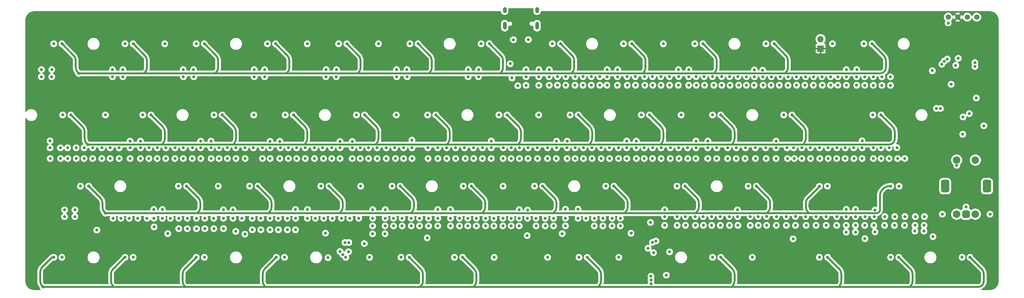
<source format=gbr>
%TF.GenerationSoftware,KiCad,Pcbnew,8.0.8*%
%TF.CreationDate,2025-02-20T20:08:49+01:00*%
%TF.ProjectId,oceanographer EC,6f636561-6e6f-4677-9261-706865722045,rev?*%
%TF.SameCoordinates,Original*%
%TF.FileFunction,Copper,L2,Inr*%
%TF.FilePolarity,Positive*%
%FSLAX46Y46*%
G04 Gerber Fmt 4.6, Leading zero omitted, Abs format (unit mm)*
G04 Created by KiCad (PCBNEW 8.0.8) date 2025-02-20 20:08:49*
%MOMM*%
%LPD*%
G01*
G04 APERTURE LIST*
G04 Aperture macros list*
%AMRoundRect*
0 Rectangle with rounded corners*
0 $1 Rounding radius*
0 $2 $3 $4 $5 $6 $7 $8 $9 X,Y pos of 4 corners*
0 Add a 4 corners polygon primitive as box body*
4,1,4,$2,$3,$4,$5,$6,$7,$8,$9,$2,$3,0*
0 Add four circle primitives for the rounded corners*
1,1,$1+$1,$2,$3*
1,1,$1+$1,$4,$5*
1,1,$1+$1,$6,$7*
1,1,$1+$1,$8,$9*
0 Add four rect primitives between the rounded corners*
20,1,$1+$1,$2,$3,$4,$5,0*
20,1,$1+$1,$4,$5,$6,$7,0*
20,1,$1+$1,$6,$7,$8,$9,0*
20,1,$1+$1,$8,$9,$2,$3,0*%
G04 Aperture macros list end*
%TA.AperFunction,ComponentPad*%
%ADD10C,2.000000*%
%TD*%
%TA.AperFunction,ComponentPad*%
%ADD11RoundRect,0.500000X0.500000X-0.500000X0.500000X0.500000X-0.500000X0.500000X-0.500000X-0.500000X0*%
%TD*%
%TA.AperFunction,ComponentPad*%
%ADD12RoundRect,0.550000X0.550000X-1.150000X0.550000X1.150000X-0.550000X1.150000X-0.550000X-1.150000X0*%
%TD*%
%TA.AperFunction,ComponentPad*%
%ADD13C,1.397000*%
%TD*%
%TA.AperFunction,ComponentPad*%
%ADD14R,1.700000X1.700000*%
%TD*%
%TA.AperFunction,ComponentPad*%
%ADD15O,1.700000X1.700000*%
%TD*%
%TA.AperFunction,ComponentPad*%
%ADD16O,1.000000X1.600000*%
%TD*%
%TA.AperFunction,ComponentPad*%
%ADD17O,1.000000X2.100000*%
%TD*%
%TA.AperFunction,ViaPad*%
%ADD18C,0.800000*%
%TD*%
%TA.AperFunction,Conductor*%
%ADD19C,0.500000*%
%TD*%
G04 APERTURE END LIST*
D10*
%TO.N,EncA*%
%TO.C,SW2*%
X267375000Y-97193750D03*
%TO.N,EncB*%
X272375000Y-97193750D03*
D11*
%TO.N,GND*%
X269875000Y-97193750D03*
D12*
%TO.N,N/C*%
X264275000Y-89693750D03*
X275475000Y-89693750D03*
D10*
%TO.N,KNOB_SW*%
X272375000Y-82693750D03*
%TO.N,GND*%
X267375000Y-82693750D03*
%TD*%
D13*
%TO.N,SDA*%
%TO.C,OL1*%
X272742500Y-44450000D03*
%TO.N,SCL*%
X270202500Y-44450000D03*
%TO.N,VBAT*%
X267662500Y-44450000D03*
%TO.N,GND*%
X265122500Y-44450000D03*
%TD*%
D14*
%TO.N,VBAT*%
%TO.C,SW1*%
X230981250Y-52868750D03*
D15*
%TO.N,BOOT0*%
X230981250Y-50328750D03*
%TD*%
D16*
%TO.N,GND*%
%TO.C,USB1*%
X146492500Y-42565000D03*
D17*
X146492500Y-46745000D03*
D16*
X155132500Y-42565000D03*
D17*
X155132500Y-46745000D03*
%TD*%
D18*
%TO.N,GND*%
X148809682Y-50505781D03*
X77049890Y-82300000D03*
X123711240Y-100338422D03*
X112352563Y-79435133D03*
X116729831Y-98295126D03*
X163183721Y-77643155D03*
X213518750Y-79435133D03*
X228256493Y-79435133D03*
X150345330Y-100338422D03*
X27682372Y-82300000D03*
X136615208Y-98295126D03*
X99218750Y-108826788D03*
X228277664Y-82300000D03*
X222134633Y-82300000D03*
X202039296Y-60385133D03*
X173868387Y-60409453D03*
X49072189Y-79435133D03*
X148214869Y-100338422D03*
X95844935Y-98295126D03*
X73790535Y-98295126D03*
X169797033Y-79435133D03*
X176625489Y-62681880D03*
X152587081Y-96062450D03*
X206098370Y-82300000D03*
X95591742Y-82300000D03*
X67924184Y-79435133D03*
X41567294Y-60409453D03*
X90530236Y-101375519D03*
X237834027Y-100188422D03*
X216407336Y-82300000D03*
X233627006Y-60409453D03*
X229050877Y-62681880D03*
X114506988Y-98295126D03*
X197631287Y-79435133D03*
X46286017Y-79435133D03*
X139472608Y-60409453D03*
X224266497Y-100188422D03*
X221780243Y-97827580D03*
X36271756Y-82300000D03*
X71262416Y-98295126D03*
X222250000Y-62706250D03*
X59287932Y-98295126D03*
X240308122Y-95916915D03*
X170444526Y-100338422D03*
X98723907Y-58490937D03*
X22535134Y-60409453D03*
X174474264Y-79435133D03*
X172744337Y-98295126D03*
X54909102Y-95915457D03*
X162724831Y-95862006D03*
X245037325Y-79435133D03*
X138112500Y-79435133D03*
X272242564Y-56634514D03*
X237834027Y-97826060D03*
X272616759Y-66084921D03*
X110060256Y-79435133D03*
X114489728Y-100338422D03*
X213192702Y-62681880D03*
X248072573Y-100188422D03*
X272256250Y-57662500D03*
X208864415Y-60385133D03*
X227001170Y-97827580D03*
X145992027Y-100338422D03*
X229760159Y-100188422D03*
X155192055Y-79435133D03*
X167540574Y-82300000D03*
X200786687Y-82300000D03*
X186025587Y-79435133D03*
X245096320Y-82300000D03*
X74569558Y-79435133D03*
X39687500Y-70643750D03*
X147952911Y-56918545D03*
X105037316Y-98295126D03*
X195731714Y-58490937D03*
X235264874Y-82300000D03*
X166098963Y-98295126D03*
X37388733Y-101442631D03*
X119022138Y-98295126D03*
X64034628Y-98295126D03*
X121700057Y-82300000D03*
X155261783Y-82300000D03*
X152192201Y-60409453D03*
X98540424Y-102278326D03*
X159543750Y-98295126D03*
X210862596Y-79435133D03*
X136609169Y-100338422D03*
X179124943Y-77602867D03*
X161863676Y-102396389D03*
X223629110Y-103804637D03*
X183802744Y-79435133D03*
X114806952Y-79435133D03*
X146050000Y-82300000D03*
X31856122Y-79433788D03*
X58280512Y-82300000D03*
X247121743Y-79435133D03*
X192957132Y-58490937D03*
X212150515Y-100188422D03*
X134392365Y-98295126D03*
X143584746Y-98295126D03*
X93109937Y-79435133D03*
X82255863Y-58490937D03*
X177421568Y-98295126D03*
X162806905Y-62681880D03*
X70054408Y-79435133D03*
X224535727Y-62681880D03*
X138901476Y-100338422D03*
X197502529Y-100188422D03*
X104693961Y-107237289D03*
X181691261Y-82300000D03*
X169832881Y-82300000D03*
X258626546Y-101707353D03*
X239842373Y-79435133D03*
X268995473Y-75803192D03*
X223952866Y-82300000D03*
X186012349Y-60397151D03*
X134386326Y-100338422D03*
X221811883Y-100188422D03*
X111156545Y-95963572D03*
X230710882Y-79435133D03*
X27642283Y-79435133D03*
X204079019Y-97831250D03*
X95564326Y-79435133D03*
X179255423Y-62681880D03*
X72277251Y-79435133D03*
X173898454Y-58490937D03*
X216535343Y-100188422D03*
X57065089Y-98295126D03*
X98067778Y-98295126D03*
X105709060Y-77723332D03*
X192606104Y-100188422D03*
X81686052Y-82300000D03*
X249295307Y-79435133D03*
X105709060Y-82300000D03*
X43830461Y-98295126D03*
X177006250Y-108743750D03*
X265906250Y-62425000D03*
X270762500Y-70268750D03*
X158362474Y-60409453D03*
X54934865Y-98295126D03*
X173850907Y-62681880D03*
X267375000Y-84137500D03*
X112712500Y-51593750D03*
X120380315Y-60409453D03*
X242772098Y-60422405D03*
X250809663Y-97826060D03*
X237834027Y-95916915D03*
X83736611Y-82300000D03*
X168229187Y-98295126D03*
X63313903Y-60409453D03*
X111148995Y-100338422D03*
X225965910Y-82300000D03*
X107843979Y-82300000D03*
X188303385Y-62681880D03*
X70080351Y-82300000D03*
X49052144Y-77643155D03*
X181410073Y-60397151D03*
X142875000Y-82300000D03*
X167421033Y-60397151D03*
X126112689Y-98295126D03*
X274637500Y-73537500D03*
X121488398Y-100338422D03*
X226981632Y-60409453D03*
X25309716Y-60409453D03*
X171936183Y-60397151D03*
X158385083Y-62681880D03*
X85914957Y-98295126D03*
X135731250Y-79435133D03*
X108939380Y-105061699D03*
X143668750Y-108743750D03*
X152801924Y-50482469D03*
X148431250Y-60724500D03*
X235301487Y-97826060D03*
X62916674Y-82300000D03*
X117475000Y-70643750D03*
X199563869Y-97831250D03*
X83716567Y-79435133D03*
X100200488Y-79435133D03*
X256322806Y-97826060D03*
X136728093Y-58490937D03*
X237869983Y-58490937D03*
X157956250Y-79435133D03*
X98022391Y-82300000D03*
X201786712Y-97831250D03*
X179110426Y-79435133D03*
X189261869Y-95986181D03*
X160337500Y-79435133D03*
X119431325Y-82300000D03*
X216265166Y-79435133D03*
X33979449Y-82300000D03*
X167504726Y-79435133D03*
X219933451Y-62681880D03*
X128587500Y-79435133D03*
X114480303Y-102437685D03*
X253429867Y-100188422D03*
X139502675Y-58490937D03*
X233635883Y-62673816D03*
X111177086Y-98295126D03*
X55836209Y-79435133D03*
X232437770Y-97826060D03*
X188317894Y-79435133D03*
X141355865Y-100338422D03*
X128607586Y-82300000D03*
X208756250Y-97831250D03*
X199632753Y-100188422D03*
X152192201Y-58490937D03*
X179129167Y-82300000D03*
X88622203Y-82300000D03*
X83716567Y-101367493D03*
X126115338Y-100361639D03*
X31888966Y-82300000D03*
X195453579Y-82300000D03*
X219049025Y-79435133D03*
X93714711Y-98295126D03*
X189258185Y-100188422D03*
X101438355Y-60409453D03*
X197643750Y-77602867D03*
X90845046Y-82300000D03*
X233005070Y-82300000D03*
X176887584Y-79435133D03*
X242780975Y-62686768D03*
X24867701Y-79435133D03*
X210770813Y-82300000D03*
X223741343Y-79435133D03*
X231438279Y-62681880D03*
X163171097Y-82300000D03*
X74595501Y-82300000D03*
X208735952Y-96019226D03*
X100227904Y-82300000D03*
X146050000Y-89693750D03*
X125981769Y-82300000D03*
X157938638Y-82300000D03*
X157320908Y-98295126D03*
X155594066Y-62706250D03*
X136698026Y-60409453D03*
X142875000Y-79435133D03*
X130968750Y-79435133D03*
X119443114Y-79435133D03*
X65149602Y-79435133D03*
X133350000Y-79435133D03*
X267779472Y-55489048D03*
X211136532Y-60409453D03*
X146092292Y-79435133D03*
X203182470Y-82300000D03*
X64047319Y-101062834D03*
X44341876Y-60409453D03*
X167409181Y-62681880D03*
X265112500Y-46037500D03*
X174534088Y-82300000D03*
X240623375Y-62673816D03*
X160595914Y-60397151D03*
X78969871Y-101367493D03*
X79481281Y-58490937D03*
X197716317Y-62681880D03*
X105707189Y-79435133D03*
X190527499Y-60397151D03*
X100360085Y-98295126D03*
X141361904Y-98295126D03*
X177414064Y-100338422D03*
X117605733Y-60409453D03*
X197599224Y-82300000D03*
X190595692Y-62681880D03*
X90519645Y-95955546D03*
X199816453Y-60385133D03*
X155575000Y-70643750D03*
X188316546Y-82300000D03*
X51310973Y-82300000D03*
X44341876Y-58490937D03*
X72303194Y-82300000D03*
X79481281Y-60409453D03*
X183882125Y-60397151D03*
X76200000Y-98295126D03*
X186920091Y-104361624D03*
X81237726Y-98295126D03*
X74561737Y-101800444D03*
X235593289Y-62668807D03*
X192908850Y-62681880D03*
X46277562Y-77643155D03*
X142895044Y-77591048D03*
X195683432Y-62681880D03*
X55562500Y-51593750D03*
X186080542Y-62681880D03*
X160584062Y-62681880D03*
X172287270Y-82300000D03*
X242064321Y-82300000D03*
X107450636Y-98295126D03*
X148204904Y-82300000D03*
X247369631Y-60441886D03*
X240308122Y-101995009D03*
X176923432Y-82300000D03*
X263543563Y-97206211D03*
X25339783Y-58490937D03*
X260863876Y-58790882D03*
X162818757Y-60397151D03*
X131984333Y-98295126D03*
X175198726Y-98295126D03*
X222286737Y-60409453D03*
X200818750Y-77602867D03*
X211126022Y-62681880D03*
X227110734Y-100188422D03*
X194832396Y-100188422D03*
X93662500Y-51593750D03*
X114795163Y-82300000D03*
X219050545Y-82300000D03*
X200818750Y-79435133D03*
X119034009Y-100338422D03*
X261031450Y-103208307D03*
X155587892Y-60409453D03*
X28758921Y-96043750D03*
X245064405Y-60422405D03*
X58290598Y-79435133D03*
X229111856Y-60409453D03*
X117545600Y-58490937D03*
X249661938Y-60441886D03*
X217710608Y-62681880D03*
X219143805Y-97827580D03*
X209056586Y-62681880D03*
X46053304Y-98295126D03*
X125753594Y-103540415D03*
X193675000Y-70643750D03*
X38717239Y-79435133D03*
X219144941Y-100188422D03*
X50800000Y-98295126D03*
X197433645Y-97831250D03*
X111139570Y-102437685D03*
X172251422Y-79435133D03*
X86318223Y-77679494D03*
X251577023Y-82300000D03*
X201855596Y-100188422D03*
X65151197Y-77669471D03*
X224247845Y-97801605D03*
X81262178Y-101367493D03*
X162729423Y-100338422D03*
X214265380Y-97831250D03*
X49052144Y-82300000D03*
X253473180Y-82300000D03*
X52645727Y-98295126D03*
X68683481Y-101062834D03*
X171924331Y-62681880D03*
X138907515Y-98295126D03*
X41700237Y-98295126D03*
X88328277Y-98295126D03*
X125947668Y-79435133D03*
X138184344Y-82300000D03*
X206533408Y-97831250D03*
X249291244Y-82300000D03*
X107950000Y-89693750D03*
X93137353Y-82300000D03*
X86464563Y-79435133D03*
X68670790Y-98295126D03*
X121476527Y-98295126D03*
X121665956Y-79435133D03*
X195408445Y-79435133D03*
X206115900Y-79435133D03*
X159547783Y-100338422D03*
X242076203Y-77569754D03*
X276296772Y-97202639D03*
X56356250Y-102393750D03*
X206764279Y-62681880D03*
X166104909Y-95862006D03*
X250721998Y-100188422D03*
X150355470Y-95968909D03*
X148220908Y-98295126D03*
X225964186Y-79435133D03*
X248160238Y-97826060D03*
X165281883Y-79435133D03*
X183950318Y-62681880D03*
X239901369Y-82300000D03*
X155617959Y-58490937D03*
X189706250Y-113506250D03*
X204147903Y-100188422D03*
X33970543Y-79435133D03*
X172736833Y-100338422D03*
X231334699Y-60409453D03*
X24907790Y-82300000D03*
X213550112Y-82300000D03*
X149991379Y-62795203D03*
X101498489Y-58490937D03*
X62926760Y-79435133D03*
X77023947Y-79435133D03*
X29596659Y-82300000D03*
X148222516Y-79435133D03*
X204511348Y-60385133D03*
X128579432Y-100338422D03*
X208858171Y-100188422D03*
X240644565Y-58490937D03*
X60500329Y-82300000D03*
X235347044Y-79435133D03*
X190772283Y-79435133D03*
X117264162Y-82300000D03*
X215489599Y-60409453D03*
X114536623Y-95963572D03*
X133370086Y-82300000D03*
X229749383Y-97826060D03*
X170452030Y-98295126D03*
X152574212Y-98295126D03*
X52619964Y-95915457D03*
X212725000Y-108743750D03*
X110066822Y-82300000D03*
X61580239Y-98295126D03*
X199939160Y-62681880D03*
X157324941Y-100338422D03*
X217781906Y-60409453D03*
X214312500Y-100188422D03*
X188235192Y-60397151D03*
X63253770Y-58490937D03*
X55826123Y-82300000D03*
X169632024Y-62681880D03*
X82255863Y-60409453D03*
X247161314Y-82300000D03*
X256235141Y-100188422D03*
X46277562Y-82300000D03*
X150351369Y-98295126D03*
X232933724Y-79435133D03*
X258652521Y-100188422D03*
X38726145Y-82300000D03*
X79246789Y-79435133D03*
X256209166Y-101702172D03*
X213266756Y-60409453D03*
X150427747Y-82300000D03*
X31520140Y-97831250D03*
X102425201Y-82300000D03*
X24859503Y-77563260D03*
X85939409Y-101367493D03*
X232468028Y-100188422D03*
X71261092Y-101052119D03*
X48345611Y-98295126D03*
X249670815Y-62706249D03*
X195701647Y-60409453D03*
X251395200Y-79382599D03*
X215593470Y-62681880D03*
X88594787Y-79435133D03*
X165278957Y-62681880D03*
X90551119Y-98295126D03*
X169643876Y-60397151D03*
X140493750Y-79435133D03*
X240308122Y-100188422D03*
X107837413Y-79435133D03*
X253517532Y-97826060D03*
X130988836Y-82300000D03*
X43353401Y-79435133D03*
X160269340Y-82300000D03*
X22565201Y-58490937D03*
X193096370Y-82300000D03*
X165317731Y-82300000D03*
X66270161Y-101062834D03*
X220156513Y-60409453D03*
X145998066Y-98295126D03*
X53533816Y-82300000D03*
X193019315Y-60385133D03*
X176642969Y-60409453D03*
X269081250Y-71156250D03*
X59300623Y-101062834D03*
X60513440Y-79435133D03*
X61592930Y-101062834D03*
X131986980Y-100338422D03*
X53543902Y-79435133D03*
X83692115Y-98295126D03*
X83736611Y-77691270D03*
X40948987Y-82300000D03*
X117029794Y-79435133D03*
X69850000Y-89693750D03*
X29563815Y-79433788D03*
X163151659Y-79435133D03*
X263021704Y-68891313D03*
X213262153Y-58583541D03*
X181478266Y-62681880D03*
X237537665Y-82300000D03*
X242063215Y-79435133D03*
X189253211Y-97830389D03*
X152489007Y-102930903D03*
X36262850Y-79435133D03*
X219063542Y-77637974D03*
X93726750Y-95955546D03*
X78945419Y-98295126D03*
X90817630Y-79435133D03*
X112364880Y-82300000D03*
X41567294Y-58490937D03*
X242773722Y-100188422D03*
X128590147Y-98295126D03*
X86318223Y-82300000D03*
X165290809Y-60397151D03*
X131970970Y-95936846D03*
X224509580Y-60409453D03*
X245228336Y-100188422D03*
X235584412Y-60404444D03*
X65191285Y-82300000D03*
X157956250Y-108743750D03*
X183801396Y-82300000D03*
X206641572Y-60385133D03*
X123699369Y-98295126D03*
X186024239Y-82300000D03*
X194828947Y-97831250D03*
X154870552Y-100338422D03*
X237885596Y-62668807D03*
X258740186Y-97826060D03*
X235273302Y-100188422D03*
X202411212Y-62681880D03*
X154866519Y-98295126D03*
X110331250Y-108743750D03*
X60539321Y-60409453D03*
X247378508Y-62706249D03*
X81660109Y-79435133D03*
X175191222Y-100338422D03*
X206602292Y-100188422D03*
X60479188Y-58490937D03*
X120320182Y-58490937D03*
X192606104Y-97831250D03*
X245531474Y-101940438D03*
X135937528Y-82300000D03*
X150445359Y-79435133D03*
X121672222Y-77370559D03*
X240614498Y-60409453D03*
X215479149Y-58651957D03*
X51321059Y-79435133D03*
X237876719Y-60404444D03*
X67925779Y-77651181D03*
X204541436Y-62681880D03*
X40940081Y-79435133D03*
X116741702Y-100338422D03*
X269875000Y-95250000D03*
X261961104Y-68870785D03*
X245073282Y-62686768D03*
X76983651Y-102533882D03*
X71240489Y-96011687D03*
X152737666Y-79435133D03*
X176673036Y-58490937D03*
X240308122Y-97826060D03*
X28745558Y-97849540D03*
X102425201Y-77723332D03*
X179187230Y-60397151D03*
X216507367Y-97801605D03*
X208408207Y-79435133D03*
X73818750Y-96011687D03*
X162724086Y-98295126D03*
X222003239Y-79435133D03*
X192995125Y-79435133D03*
X242861387Y-97826060D03*
X188912500Y-51593750D03*
X245539042Y-96054045D03*
X128590892Y-95936846D03*
X212135156Y-97831250D03*
X242832510Y-103732969D03*
X98663773Y-60409453D03*
X190778123Y-82300000D03*
X31533503Y-96025460D03*
X160369562Y-77643155D03*
X181672520Y-79435133D03*
X143578707Y-100338422D03*
X152720054Y-82300000D03*
X181670469Y-77628842D03*
X102423330Y-79435133D03*
X245316001Y-97826060D03*
X190586707Y-107282897D03*
X79375000Y-70643750D03*
X97787168Y-79435133D03*
X158392541Y-58490937D03*
X102814474Y-98295126D03*
X197686229Y-60385133D03*
X180278997Y-102296003D03*
X234156250Y-51593750D03*
X43362307Y-82300000D03*
X140513836Y-82300000D03*
X226758570Y-62681880D03*
X237834027Y-101995009D03*
X208390677Y-82300000D03*
X203200000Y-79435133D03*
X52689663Y-100596932D03*
X237569886Y-79435133D03*
X230758253Y-82300000D03*
X66257470Y-98295126D03*
X152192201Y-62706250D03*
X67965867Y-82300000D03*
X88352729Y-101367493D03*
%TO.N,VBAT*%
X273554192Y-64764304D03*
X269432273Y-58640356D03*
X146747686Y-62795006D03*
X258069839Y-62448165D03*
X183356250Y-102393750D03*
X262400101Y-66027718D03*
X270668750Y-46037500D03*
X230981250Y-54415051D03*
X267493750Y-46037500D03*
X101600000Y-102393750D03*
X269717848Y-65899500D03*
X262379059Y-58883908D03*
%TO.N,ROW3*%
X44918741Y-108730670D03*
X168547654Y-108741876D03*
X25868741Y-108730670D03*
X120922654Y-108741876D03*
X135210154Y-108741876D03*
X251891404Y-108741876D03*
X232841404Y-108741876D03*
X23018750Y-116681250D03*
X270941404Y-108741876D03*
X63968741Y-108730670D03*
X204266404Y-108741876D03*
X85399991Y-108730670D03*
%TO.N,ROW0*%
X123303904Y-51591876D03*
X85203904Y-51591876D03*
X47103904Y-51591876D03*
X180453904Y-51591876D03*
X199503904Y-51591876D03*
X142353904Y-51591876D03*
X66153904Y-51591876D03*
X218553904Y-51591876D03*
X28053904Y-51591876D03*
X32543750Y-59531250D03*
X161403904Y-51591876D03*
X104253904Y-51591876D03*
X244747654Y-51591876D03*
%TO.N,COL10*%
X216368741Y-51580670D03*
X221131241Y-70630670D03*
X232794418Y-89684213D03*
X249706241Y-108730670D03*
%TO.N,COL11*%
X268825324Y-108728313D03*
X244943741Y-70630670D03*
X251943759Y-89706830D03*
X242562491Y-51580670D03*
%TO.N,BOOT0*%
X267130747Y-57366501D03*
%TO.N,COL0*%
X28249991Y-70630670D03*
X25868741Y-51580670D03*
X28053904Y-108741876D03*
X33012491Y-89680670D03*
%TO.N,COL3*%
X83018741Y-51580670D03*
X87781241Y-70630670D03*
X87585154Y-108741876D03*
X97306241Y-89680670D03*
%TO.N,COL2*%
X68731241Y-70630670D03*
X78256241Y-89680670D03*
X63968741Y-51580670D03*
X66153904Y-108741876D03*
%TO.N,COL1*%
X44918741Y-51580670D03*
X59206241Y-89680670D03*
X47103904Y-108741876D03*
X49681241Y-70630670D03*
%TO.N,COL4*%
X118737491Y-108730670D03*
X106831241Y-70630670D03*
X116356241Y-89680670D03*
X102068741Y-51580670D03*
%TO.N,COL5*%
X135406241Y-89680670D03*
X125881241Y-70630670D03*
X133024991Y-108730670D03*
X121118741Y-51580670D03*
%TO.N,COL8*%
X192556241Y-89680670D03*
X183031241Y-70630670D03*
X202081241Y-108730670D03*
X178268741Y-51580670D03*
%TO.N,COL7*%
X163981241Y-70630670D03*
X173506241Y-89680670D03*
X166362491Y-108730670D03*
X159218741Y-51580670D03*
%TO.N,COL6*%
X140168741Y-51580670D03*
X154456241Y-89680670D03*
X144931241Y-70630670D03*
%TO.N,COL9*%
X186295180Y-107515485D03*
X184817656Y-106293250D03*
X197318741Y-51580670D03*
X230656241Y-108730670D03*
X211606241Y-89680670D03*
X202081241Y-70630670D03*
%TO.N,APLEX_EN_PIN_0*%
X103775497Y-104775000D03*
X185471006Y-99411750D03*
%TO.N,AMUX_SEL_2*%
X185589493Y-113795130D03*
X103981250Y-108743750D03*
X264834611Y-55674500D03*
%TO.N,AMUX_SEL_1*%
X185613623Y-114810038D03*
X264026059Y-56262078D03*
X103187500Y-107985560D03*
%TO.N,AMUX_SEL_0*%
X102426596Y-107173511D03*
X185632445Y-115831750D03*
X263404497Y-57044808D03*
%TO.N,APLEX_OUT_PIN_0*%
X185990186Y-104728067D03*
X104775000Y-104775000D03*
%TO.N,ROW2*%
X156641404Y-89691876D03*
X249758596Y-89695624D03*
X230676608Y-89718931D03*
X137591404Y-89691876D03*
X80441404Y-89691876D03*
X194741404Y-89691876D03*
X175691404Y-89691876D03*
X213791404Y-89691876D03*
X99491404Y-89691876D03*
X35197654Y-89691876D03*
X61391404Y-89691876D03*
X118541404Y-89691876D03*
X39687500Y-96930267D03*
%TO.N,ROW1*%
X147116404Y-70641876D03*
X204266404Y-70641876D03*
X166166404Y-70641876D03*
X185216404Y-70641876D03*
X30435154Y-70641876D03*
X223316404Y-70641876D03*
X34925000Y-78581250D03*
X89966404Y-70641876D03*
X128066404Y-70641876D03*
X109016404Y-70641876D03*
X247128904Y-70641876D03*
X70916404Y-70641876D03*
X51866404Y-70641876D03*
%TD*%
D19*
%TO.N,ROW3*%
X207962500Y-113266399D02*
X207962500Y-115059073D01*
X60325000Y-113266399D02*
X60325000Y-115059073D01*
X23018750Y-116681250D02*
X83343750Y-116681250D01*
X232841404Y-108741876D02*
X235951714Y-111852186D01*
X251891404Y-108741876D02*
X255001714Y-111852186D01*
X60910786Y-111852186D02*
X64021096Y-108741876D01*
X82550000Y-116681250D02*
X83343750Y-116681250D01*
X23018750Y-116681250D02*
X22810786Y-116473286D01*
X236537500Y-113266399D02*
X236537500Y-115059073D01*
X41178023Y-113249199D02*
X41178023Y-115041873D01*
X204266404Y-108741876D02*
X207376714Y-111852186D01*
X270941404Y-108741876D02*
X274051713Y-111852185D01*
X138906250Y-113266399D02*
X138906250Y-115059073D01*
X171657963Y-116473287D02*
X171450000Y-116681250D01*
X82342037Y-116473287D02*
X82550000Y-116681250D01*
X168547654Y-108741876D02*
X171657964Y-111852186D01*
X274637500Y-113266399D02*
X274637500Y-115093750D01*
X124032963Y-116473287D02*
X123825000Y-116681250D01*
X255587500Y-113266399D02*
X255587500Y-115059073D01*
X60910787Y-116473287D02*
X61118750Y-116681250D01*
X135210154Y-108741876D02*
X138320464Y-111852186D01*
X172243750Y-113266399D02*
X172243750Y-115059073D01*
X25413080Y-108730670D02*
X25868741Y-108730670D01*
X41763809Y-111834986D02*
X44874119Y-108724676D01*
X273050000Y-116681250D02*
X83343750Y-116681250D01*
X120922654Y-108741876D02*
X124032964Y-111852186D01*
X124618750Y-113266399D02*
X124618750Y-115059073D01*
X81756250Y-113202838D02*
X81756250Y-115059073D01*
X22225000Y-115059073D02*
X22225000Y-112747177D01*
X85399991Y-108730670D02*
X82342036Y-111788625D01*
X138320463Y-116473287D02*
X138112500Y-116681250D01*
X22810787Y-111332963D02*
X25413080Y-108730670D01*
X41178023Y-115041873D02*
G75*
G03*
X41763801Y-116456096I1999977J-27D01*
G01*
X138906250Y-113266399D02*
G75*
G03*
X138320453Y-111852197I-1999950J-1D01*
G01*
X22810787Y-111332963D02*
G75*
G03*
X22224984Y-112747177I1414213J-1414237D01*
G01*
X82342036Y-111788625D02*
G75*
G03*
X81756262Y-113202838I1414164J-1414175D01*
G01*
X60325000Y-115059073D02*
G75*
G03*
X60910773Y-116473301I2000000J-27D01*
G01*
X235951714Y-111852186D02*
G75*
G02*
X236537501Y-113266399I-1414214J-1414214D01*
G01*
X274051713Y-111852185D02*
G75*
G02*
X274637501Y-113266399I-1414213J-1414215D01*
G01*
X274637500Y-115093750D02*
G75*
G02*
X273050000Y-116681200I-1587500J50D01*
G01*
X255587500Y-115059073D02*
G75*
G02*
X255001727Y-116473301I-2000000J-27D01*
G01*
X60325000Y-113266399D02*
G75*
G02*
X60910786Y-111852186I2000000J-1D01*
G01*
X207962500Y-115059073D02*
G75*
G02*
X207376727Y-116473301I-2000000J-27D01*
G01*
X172243750Y-115059073D02*
G75*
G02*
X171657966Y-116473290I-1999950J-27D01*
G01*
X138906250Y-115059073D02*
G75*
G02*
X138320466Y-116473290I-1999950J-27D01*
G01*
X22810786Y-116473286D02*
G75*
G02*
X22225019Y-115059073I1414214J1414186D01*
G01*
X235951713Y-116473287D02*
G75*
G03*
X236537481Y-115059073I-1414213J1414187D01*
G01*
X255587500Y-113266399D02*
G75*
G03*
X255001714Y-111852186I-2000000J-1D01*
G01*
X124618750Y-113266399D02*
G75*
G03*
X124032953Y-111852197I-1999950J-1D01*
G01*
X172243750Y-113266399D02*
G75*
G03*
X171657953Y-111852197I-1999950J-1D01*
G01*
X207376714Y-111852186D02*
G75*
G02*
X207962501Y-113266399I-1414214J-1414214D01*
G01*
X124032963Y-116473287D02*
G75*
G03*
X124618745Y-115059073I-1414163J1414187D01*
G01*
X82342037Y-116473287D02*
G75*
G02*
X81756255Y-115059073I1414163J1414187D01*
G01*
X41178023Y-113249199D02*
G75*
G02*
X41763814Y-111834991I1999977J-1D01*
G01*
%TO.N,ROW0*%
X88900000Y-56116399D02*
X88900000Y-57909073D01*
X247857963Y-54702185D02*
X244747654Y-51591876D01*
X180453904Y-51591876D02*
X183564214Y-54702186D01*
X69850000Y-56116399D02*
X69850000Y-57909073D01*
X221456250Y-59531250D02*
X246856250Y-59531250D01*
X161403904Y-51591876D02*
X164514214Y-54702186D01*
X66153904Y-51591876D02*
X69264214Y-54702186D01*
X28053904Y-51591876D02*
X31164214Y-54702186D01*
X146050000Y-56116399D02*
X146050000Y-57909073D01*
X32543750Y-59531250D02*
X221456250Y-59531250D01*
X123303904Y-51591876D02*
X126414214Y-54702186D01*
X222250000Y-56116399D02*
X222250000Y-57909073D01*
X32335787Y-59323287D02*
X32543750Y-59531250D01*
X50214213Y-59323287D02*
X50006250Y-59531250D01*
X107364213Y-59323287D02*
X107156250Y-59531250D01*
X47103904Y-51591876D02*
X50214214Y-54702186D01*
X142353904Y-51591876D02*
X145464214Y-54702186D01*
X50800000Y-56116399D02*
X50800000Y-57909073D01*
X203200000Y-56116399D02*
X203200000Y-57909073D01*
X69264213Y-59323287D02*
X69056250Y-59531250D01*
X221664213Y-59323287D02*
X221456250Y-59531250D01*
X248443750Y-57943750D02*
X248443750Y-56116399D01*
X85203904Y-51591876D02*
X88314214Y-54702186D01*
X126414213Y-59323287D02*
X126206250Y-59531250D01*
X127000000Y-56116399D02*
X127000000Y-57909073D01*
X88314213Y-59323287D02*
X88106250Y-59531250D01*
X218553904Y-51591876D02*
X221664214Y-54702186D01*
X104253904Y-51591876D02*
X107364214Y-54702186D01*
X184150000Y-56116399D02*
X184150000Y-57909073D01*
X199503904Y-51591876D02*
X202614214Y-54702186D01*
X31750000Y-56116399D02*
X31750000Y-57909073D01*
X107950000Y-56116399D02*
X107950000Y-57909073D01*
X165100000Y-56116399D02*
X165100000Y-57909073D01*
X107364214Y-54702186D02*
G75*
G02*
X107950001Y-56116399I-1414214J-1414214D01*
G01*
X202614214Y-54702186D02*
G75*
G02*
X203200001Y-56116399I-1414214J-1414214D01*
G01*
X145464214Y-54702186D02*
G75*
G02*
X146050001Y-56116399I-1414214J-1414214D01*
G01*
X248443750Y-56116399D02*
G75*
G03*
X247857952Y-54702196I-1999950J-1D01*
G01*
X31164214Y-54702186D02*
G75*
G02*
X31750001Y-56116399I-1414214J-1414214D01*
G01*
X126414213Y-59323287D02*
G75*
G03*
X126999981Y-57909073I-1414213J1414187D01*
G01*
X107364213Y-59323287D02*
G75*
G03*
X107949981Y-57909073I-1414213J1414187D01*
G01*
X164514214Y-54702186D02*
G75*
G02*
X165100001Y-56116399I-1414214J-1414214D01*
G01*
X184150000Y-57909073D02*
G75*
G02*
X183564227Y-59323301I-2000000J-27D01*
G01*
X145464213Y-59323287D02*
G75*
G03*
X146049981Y-57909073I-1414213J1414187D01*
G01*
X69264214Y-54702186D02*
G75*
G02*
X69850001Y-56116399I-1414214J-1414214D01*
G01*
X69264213Y-59323287D02*
G75*
G03*
X69849981Y-57909073I-1414213J1414187D01*
G01*
X50800000Y-56116399D02*
G75*
G03*
X50214214Y-54702186I-2000000J-1D01*
G01*
X127000000Y-56116399D02*
G75*
G03*
X126414214Y-54702186I-2000000J-1D01*
G01*
X88314213Y-59323287D02*
G75*
G03*
X88899981Y-57909073I-1414213J1414187D01*
G01*
X50800000Y-57909073D02*
G75*
G02*
X50214227Y-59323301I-2000000J-27D01*
G01*
X221664213Y-59323287D02*
G75*
G03*
X222249981Y-57909073I-1414213J1414187D01*
G01*
X202614213Y-59323287D02*
G75*
G03*
X203199981Y-57909073I-1414213J1414187D01*
G01*
X32335787Y-59323287D02*
G75*
G02*
X31750019Y-57909073I1414213J1414187D01*
G01*
X246856250Y-59531250D02*
G75*
G03*
X248443750Y-57943750I-50J1587550D01*
G01*
X88314214Y-54702186D02*
G75*
G02*
X88900001Y-56116399I-1414214J-1414214D01*
G01*
X222250000Y-56116399D02*
G75*
G03*
X221664214Y-54702186I-2000000J-1D01*
G01*
X164514213Y-59323287D02*
G75*
G03*
X165099981Y-57909073I-1414213J1414187D01*
G01*
X184150000Y-56116399D02*
G75*
G03*
X183564214Y-54702186I-2000000J-1D01*
G01*
%TO.N,ROW2*%
X121443750Y-96837500D02*
X121651714Y-96629536D01*
X194741404Y-89691876D02*
X197851714Y-92802186D01*
X103187500Y-94216399D02*
X103187500Y-95215323D01*
X159543750Y-96930267D02*
X159543750Y-96837500D01*
X64293750Y-96837500D02*
X64501714Y-96629536D01*
X83343750Y-96930267D02*
X64293750Y-96930267D01*
X102393750Y-96930267D02*
X83343750Y-96930267D01*
X80441404Y-89691876D02*
X83551714Y-92802186D01*
X175691404Y-89691876D02*
X178801714Y-92802186D01*
X160337500Y-94216399D02*
X160337500Y-95215323D01*
X118541404Y-89691876D02*
X121651714Y-92802186D01*
X216693750Y-96930267D02*
X197643750Y-96930267D01*
X230676608Y-89718931D02*
X230676608Y-89780545D01*
X177800000Y-96930267D02*
X159543750Y-96930267D01*
X38893750Y-95250000D02*
X38893750Y-94216399D01*
X137591404Y-89691876D02*
X140701714Y-92802186D01*
X227012500Y-94273080D02*
X227012500Y-95215323D01*
X159543750Y-96930267D02*
X140493750Y-96930267D01*
X140493750Y-96930267D02*
X121443750Y-96930267D01*
X216693750Y-96837500D02*
X216901714Y-96629536D01*
X156641404Y-89691876D02*
X159751714Y-92802186D01*
X64293750Y-96930267D02*
X39687500Y-96930267D01*
X213791404Y-89691876D02*
X216901714Y-92802186D01*
X141287500Y-94216399D02*
X141287500Y-95215323D01*
X84137500Y-94216399D02*
X84137500Y-95215323D01*
X140493750Y-96930267D02*
X140493750Y-96837500D01*
X249285257Y-89680670D02*
X249706241Y-89680670D01*
X227598287Y-96629537D02*
X227806250Y-96837500D01*
X197643750Y-96837500D02*
X197851714Y-96629536D01*
X61391404Y-89691876D02*
X64501714Y-92802186D01*
X197643750Y-96930267D02*
X197643750Y-96837500D01*
X227806250Y-96837500D02*
X227806250Y-96930267D01*
X102393750Y-96837500D02*
X102601714Y-96629536D01*
X121443750Y-96930267D02*
X121443750Y-96837500D01*
X159543750Y-96837500D02*
X159751714Y-96629536D01*
X140493750Y-96837500D02*
X140701714Y-96629536D01*
X122237500Y-94216399D02*
X122237500Y-95215323D01*
X99491404Y-89691876D02*
X102601714Y-92802186D01*
X102393750Y-96930267D02*
X102393750Y-96837500D01*
X247442037Y-90695463D02*
X247871044Y-90266456D01*
X246856250Y-96043750D02*
X246856250Y-92109677D01*
X83343750Y-96837500D02*
X83551714Y-96629536D01*
X179387500Y-94216399D02*
X179387500Y-95215323D01*
X217487500Y-94216399D02*
X217487500Y-95215323D01*
X197643750Y-96930267D02*
X177800000Y-96930267D01*
X39687500Y-96930267D02*
X39479536Y-96722303D01*
X64293750Y-96930267D02*
X64293750Y-96837500D01*
X177800000Y-96930267D02*
X178500983Y-96930267D01*
X227806250Y-96930267D02*
X245969733Y-96930267D01*
X65087500Y-94216399D02*
X65087500Y-95215323D01*
X83343750Y-96930267D02*
X83343750Y-96837500D01*
X216693750Y-96930267D02*
X227806250Y-96930267D01*
X38893750Y-95308090D02*
X38893750Y-95250000D01*
X121443750Y-96930267D02*
X102393750Y-96930267D01*
X230676608Y-89780545D02*
X227598286Y-92858867D01*
X38307963Y-92802185D02*
X35197654Y-89691876D01*
X216693750Y-96930267D02*
X216693750Y-96837500D01*
X178500983Y-96930267D02*
X178801714Y-96629536D01*
X198437500Y-94216399D02*
X198437500Y-95215323D01*
X245969733Y-96930267D02*
G75*
G03*
X246856267Y-96043750I-33J886567D01*
G01*
X84137500Y-95215323D02*
G75*
G02*
X83551703Y-96629525I-2000000J23D01*
G01*
X160337500Y-95215323D02*
G75*
G02*
X159751703Y-96629525I-2000000J23D01*
G01*
X102601714Y-96629536D02*
G75*
G03*
X103187516Y-95215323I-1414214J1414236D01*
G01*
X121651714Y-92802186D02*
G75*
G02*
X122237501Y-94216399I-1414214J-1414214D01*
G01*
X160337500Y-94216399D02*
G75*
G03*
X159751714Y-92802186I-2000000J-1D01*
G01*
X103187500Y-94216399D02*
G75*
G03*
X102601714Y-92802186I-2000000J-1D01*
G01*
X121651714Y-96629536D02*
G75*
G03*
X122237516Y-95215323I-1414214J1414236D01*
G01*
X178801714Y-92802186D02*
G75*
G02*
X179387501Y-94216399I-1414214J-1414214D01*
G01*
X227012500Y-94273080D02*
G75*
G02*
X227598296Y-92858877I2000000J-20D01*
G01*
X197851714Y-92802186D02*
G75*
G02*
X198437501Y-94216399I-1414214J-1414214D01*
G01*
X140701714Y-96629536D02*
G75*
G03*
X141287516Y-95215323I-1414214J1414236D01*
G01*
X197851714Y-96629536D02*
G75*
G03*
X198437516Y-95215323I-1414214J1414236D01*
G01*
X38893750Y-94216399D02*
G75*
G03*
X38307952Y-92802196I-1999950J-1D01*
G01*
X64501714Y-92802186D02*
G75*
G02*
X65087501Y-94216399I-1414214J-1414214D01*
G01*
X246856250Y-92109677D02*
G75*
G02*
X247442059Y-90695485I1999950J-23D01*
G01*
X65087500Y-95215323D02*
G75*
G02*
X64501703Y-96629525I-2000000J23D01*
G01*
X140701714Y-92802186D02*
G75*
G02*
X141287501Y-94216399I-1414214J-1414214D01*
G01*
X216901714Y-92802186D02*
G75*
G02*
X217487501Y-94216399I-1414214J-1414214D01*
G01*
X38893750Y-95308090D02*
G75*
G03*
X39479541Y-96722298I1999950J-10D01*
G01*
X179387500Y-95215323D02*
G75*
G02*
X178801703Y-96629525I-2000000J23D01*
G01*
X247871044Y-90266456D02*
G75*
G02*
X249285257Y-89680648I1414256J-1414244D01*
G01*
X217487500Y-95215323D02*
G75*
G02*
X216901703Y-96629525I-2000000J23D01*
G01*
X84137500Y-94216399D02*
G75*
G03*
X83551714Y-92802186I-2000000J-1D01*
G01*
X227598287Y-96629537D02*
G75*
G02*
X227012484Y-95215323I1414213J1414237D01*
G01*
%TO.N,ROW1*%
X250825000Y-76959073D02*
X250825000Y-75166399D01*
X128066404Y-70641876D02*
X131176714Y-73752186D01*
X131762500Y-75166399D02*
X131762500Y-76959073D01*
X30435154Y-70641876D02*
X33545464Y-73752186D01*
X223316404Y-70641876D02*
X226426714Y-73752186D01*
X204266404Y-70641876D02*
X207376714Y-73752186D01*
X250239213Y-73752185D02*
X247128904Y-70641876D01*
X227012500Y-75166399D02*
X227012500Y-76959073D01*
X34131250Y-75166399D02*
X34131250Y-76959073D01*
X131176713Y-78373287D02*
X130968750Y-78581250D01*
X93662500Y-75166399D02*
X93662500Y-76959073D01*
X109016404Y-70641876D02*
X112126714Y-73752186D01*
X51866404Y-70641876D02*
X54976714Y-73752186D01*
X74612500Y-75166399D02*
X74612500Y-76959073D01*
X147116404Y-70641876D02*
X150226714Y-73752186D01*
X166166404Y-70641876D02*
X169276714Y-73752186D01*
X54976713Y-78373287D02*
X54768750Y-78581250D01*
X89966404Y-70641876D02*
X93076714Y-73752186D01*
X70916404Y-70641876D02*
X74026714Y-73752186D01*
X169862500Y-75166399D02*
X169862500Y-76959073D01*
X185216404Y-70641876D02*
X188326714Y-73752186D01*
X55562500Y-75166399D02*
X55562500Y-76959073D01*
X150812500Y-75166399D02*
X150812500Y-76959073D01*
X188912500Y-75166399D02*
X188912500Y-76959073D01*
X112712500Y-75166399D02*
X112712500Y-76959073D01*
X207962500Y-75166399D02*
X207962500Y-76959073D01*
X34717037Y-78373287D02*
X34925000Y-78581250D01*
X34925000Y-78581250D02*
X249202823Y-78581250D01*
X74026713Y-78373287D02*
X73818750Y-78581250D01*
X112126713Y-78373287D02*
X111918750Y-78581250D01*
X93076713Y-78373287D02*
X92868750Y-78581250D01*
X169276713Y-78373287D02*
G75*
G03*
X169862481Y-76959073I-1414213J1414187D01*
G01*
X207962500Y-76959073D02*
G75*
G02*
X207376727Y-78373301I-2000000J-27D01*
G01*
X93076714Y-73752186D02*
G75*
G02*
X93662501Y-75166399I-1414214J-1414214D01*
G01*
X249202823Y-78581250D02*
G75*
G03*
X250824950Y-76959073I-23J1622150D01*
G01*
X112126714Y-73752186D02*
G75*
G02*
X112712501Y-75166399I-1414214J-1414214D01*
G01*
X131762500Y-76959073D02*
G75*
G02*
X131176727Y-78373301I-2000000J-27D01*
G01*
X74612500Y-75166399D02*
G75*
G03*
X74026714Y-73752186I-2000000J-1D01*
G01*
X250825000Y-75166399D02*
G75*
G03*
X250239213Y-73752185I-2000000J-1D01*
G01*
X227012500Y-75166399D02*
G75*
G03*
X226426714Y-73752186I-2000000J-1D01*
G01*
X54976714Y-73752186D02*
G75*
G02*
X55562501Y-75166399I-1414214J-1414214D01*
G01*
X112712500Y-76959073D02*
G75*
G02*
X112126727Y-78373301I-2000000J-27D01*
G01*
X188912500Y-76959073D02*
G75*
G02*
X188326727Y-78373301I-2000000J-27D01*
G01*
X188912500Y-75166399D02*
G75*
G03*
X188326714Y-73752186I-2000000J-1D01*
G01*
X74026713Y-78373287D02*
G75*
G03*
X74612481Y-76959073I-1414213J1414187D01*
G01*
X54976713Y-78373287D02*
G75*
G03*
X55562481Y-76959073I-1414213J1414187D01*
G01*
X227012500Y-76959073D02*
G75*
G02*
X226426727Y-78373301I-2000000J-27D01*
G01*
X33545464Y-73752186D02*
G75*
G02*
X34131265Y-75166399I-1414164J-1414214D01*
G01*
X169276714Y-73752186D02*
G75*
G02*
X169862501Y-75166399I-1414214J-1414214D01*
G01*
X150812500Y-75166399D02*
G75*
G03*
X150226714Y-73752186I-2000000J-1D01*
G01*
X150812500Y-76959073D02*
G75*
G02*
X150226727Y-78373301I-2000000J-27D01*
G01*
X207376714Y-73752186D02*
G75*
G02*
X207962501Y-75166399I-1414214J-1414214D01*
G01*
X34717037Y-78373287D02*
G75*
G02*
X34131255Y-76959073I1414163J1414187D01*
G01*
X93662500Y-76959073D02*
G75*
G02*
X93076727Y-78373301I-2000000J-27D01*
G01*
X131762500Y-75166399D02*
G75*
G03*
X131176714Y-73752186I-2000000J-1D01*
G01*
%TD*%
%TA.AperFunction,Conductor*%
%TO.N,VBAT*%
G36*
X154075039Y-42088435D02*
G01*
X154120794Y-42141239D01*
X154132000Y-42192750D01*
X154132000Y-42963541D01*
X154132000Y-42963543D01*
X154131999Y-42963543D01*
X154170447Y-43156829D01*
X154170450Y-43156839D01*
X154245864Y-43338907D01*
X154245871Y-43338920D01*
X154355360Y-43502781D01*
X154355363Y-43502785D01*
X154494714Y-43642136D01*
X154494718Y-43642139D01*
X154658579Y-43751628D01*
X154658592Y-43751635D01*
X154840660Y-43827049D01*
X154840665Y-43827051D01*
X154840669Y-43827051D01*
X154840670Y-43827052D01*
X155033956Y-43865500D01*
X155033959Y-43865500D01*
X155231043Y-43865500D01*
X155361082Y-43839632D01*
X155424335Y-43827051D01*
X155606414Y-43751632D01*
X155770282Y-43642139D01*
X155909639Y-43502782D01*
X156019132Y-43338914D01*
X156019775Y-43337363D01*
X156073017Y-43208822D01*
X156094551Y-43156835D01*
X156106643Y-43096046D01*
X156133236Y-42962358D01*
X156165621Y-42900447D01*
X156226337Y-42865873D01*
X156254853Y-42862550D01*
X276223443Y-42862550D01*
X276226478Y-42862587D01*
X276228581Y-42862638D01*
X276344269Y-42865471D01*
X276350559Y-42865787D01*
X276465235Y-42874509D01*
X276471449Y-42875139D01*
X276584439Y-42889497D01*
X276590585Y-42890436D01*
X276701759Y-42910290D01*
X276707786Y-42911523D01*
X276817032Y-42936737D01*
X276822948Y-42938259D01*
X276930054Y-42968675D01*
X276935912Y-42970497D01*
X277040738Y-43005966D01*
X277046479Y-43008067D01*
X277148966Y-43048477D01*
X277154535Y-43050832D01*
X277254546Y-43096046D01*
X277259944Y-43098648D01*
X277357265Y-43148493D01*
X277362530Y-43151352D01*
X277372073Y-43156839D01*
X277457077Y-43205716D01*
X277462189Y-43208822D01*
X277553787Y-43267545D01*
X277558679Y-43270849D01*
X277647257Y-43333839D01*
X277651950Y-43337349D01*
X277696746Y-43372552D01*
X277737264Y-43404393D01*
X277741834Y-43408164D01*
X277823777Y-43479145D01*
X277828139Y-43483110D01*
X277848772Y-43502781D01*
X277906552Y-43557870D01*
X277910731Y-43562049D01*
X277910780Y-43562100D01*
X277985526Y-43640498D01*
X277989465Y-43644832D01*
X278060467Y-43726801D01*
X278064221Y-43731351D01*
X278131255Y-43816653D01*
X278134806Y-43821401D01*
X278197765Y-43909936D01*
X278201086Y-43914853D01*
X278259803Y-44006444D01*
X278262909Y-44011557D01*
X278317257Y-44106078D01*
X278320126Y-44111360D01*
X278369963Y-44208665D01*
X278372587Y-44214111D01*
X278417781Y-44314079D01*
X278420148Y-44319677D01*
X278460548Y-44422142D01*
X278462649Y-44427882D01*
X278498116Y-44532702D01*
X278499942Y-44538572D01*
X278530351Y-44645656D01*
X278531891Y-44651644D01*
X278557084Y-44760804D01*
X278558329Y-44766890D01*
X278578177Y-44878034D01*
X278579119Y-44884202D01*
X278593474Y-44997173D01*
X278594106Y-45003402D01*
X278602827Y-45118085D01*
X278603144Y-45124353D01*
X278606123Y-45242167D01*
X278606163Y-45245301D01*
X278606163Y-115092186D01*
X278606123Y-115095327D01*
X278603138Y-115213136D01*
X278602821Y-115219401D01*
X278594095Y-115334099D01*
X278593462Y-115340329D01*
X278579104Y-115453284D01*
X278578162Y-115459451D01*
X278558314Y-115570573D01*
X278557069Y-115576661D01*
X278531865Y-115685844D01*
X278530325Y-115691830D01*
X278499921Y-115798885D01*
X278498095Y-115804756D01*
X278462617Y-115909596D01*
X278460516Y-115915334D01*
X278420115Y-116017793D01*
X278417747Y-116023392D01*
X278372556Y-116123345D01*
X278369933Y-116128789D01*
X278320094Y-116226092D01*
X278317225Y-116231374D01*
X278262874Y-116325897D01*
X278259766Y-116331012D01*
X278201054Y-116422588D01*
X278197719Y-116427525D01*
X278134771Y-116516042D01*
X278131214Y-116520798D01*
X278064195Y-116606078D01*
X278060424Y-116610648D01*
X277989445Y-116692587D01*
X277985464Y-116696966D01*
X277910719Y-116775359D01*
X277906540Y-116779539D01*
X277828111Y-116854313D01*
X277823733Y-116858292D01*
X277741793Y-116929269D01*
X277737222Y-116933040D01*
X277651952Y-117000047D01*
X277647196Y-117003604D01*
X277558683Y-117066545D01*
X277553745Y-117069881D01*
X277462155Y-117128597D01*
X277457041Y-117131703D01*
X277362524Y-117186048D01*
X277357242Y-117188918D01*
X277259928Y-117238759D01*
X277254483Y-117241382D01*
X277154533Y-117286568D01*
X277148935Y-117288935D01*
X277046472Y-117329334D01*
X277040731Y-117331436D01*
X276935896Y-117366907D01*
X276930027Y-117368732D01*
X276822961Y-117399136D01*
X276816973Y-117400676D01*
X276707804Y-117425871D01*
X276701719Y-117427116D01*
X276590590Y-117446962D01*
X276584421Y-117447904D01*
X276471444Y-117462260D01*
X276465216Y-117462892D01*
X276350539Y-117471613D01*
X276344272Y-117471930D01*
X276234203Y-117474714D01*
X276226457Y-117474910D01*
X276223324Y-117474950D01*
X274041063Y-117474950D01*
X273974024Y-117455265D01*
X273928269Y-117402461D01*
X273918325Y-117333303D01*
X273947350Y-117269747D01*
X273997093Y-117235007D01*
X274011281Y-117229627D01*
X274261725Y-117098187D01*
X274494499Y-116937518D01*
X274706211Y-116749963D01*
X274893772Y-116538257D01*
X275054448Y-116305488D01*
X275185896Y-116055048D01*
X275282277Y-115800930D01*
X275286197Y-115790596D01*
X275286197Y-115790593D01*
X275286199Y-115790590D01*
X275353895Y-115515971D01*
X275387995Y-115235194D01*
X275387996Y-115174720D01*
X275388000Y-115174675D01*
X275388000Y-115093727D01*
X275388001Y-115059063D01*
X275388003Y-115014893D01*
X275388001Y-115014887D01*
X275388002Y-115008803D01*
X275388000Y-115008741D01*
X275388000Y-113131278D01*
X275374860Y-112997869D01*
X275361511Y-112862330D01*
X275308788Y-112597276D01*
X275230340Y-112338665D01*
X275230337Y-112338658D01*
X275126920Y-112088991D01*
X275126920Y-112088990D01*
X275117725Y-112071788D01*
X274999533Y-111850665D01*
X274999529Y-111850658D01*
X274999527Y-111850654D01*
X274849385Y-111625952D01*
X274849381Y-111625946D01*
X274677943Y-111417048D01*
X274633359Y-111372464D01*
X274582396Y-111321501D01*
X274526619Y-111265724D01*
X271854174Y-108593278D01*
X271823925Y-108543917D01*
X271789142Y-108436868D01*
X271768585Y-108373597D01*
X271768582Y-108373591D01*
X271673937Y-108209660D01*
X271547275Y-108068988D01*
X271542035Y-108065181D01*
X271394138Y-107957727D01*
X271394133Y-107957724D01*
X271221211Y-107880733D01*
X271221206Y-107880731D01*
X271075405Y-107849741D01*
X271036050Y-107841376D01*
X270846758Y-107841376D01*
X270814301Y-107848274D01*
X270661601Y-107880731D01*
X270661596Y-107880733D01*
X270488674Y-107957724D01*
X270488669Y-107957727D01*
X270335533Y-108068987D01*
X270208870Y-108209661D01*
X270114225Y-108373591D01*
X270114222Y-108373598D01*
X270059372Y-108542410D01*
X270055730Y-108553620D01*
X270035944Y-108741876D01*
X270055730Y-108930132D01*
X270055731Y-108930135D01*
X270114222Y-109110153D01*
X270114225Y-109110160D01*
X270208871Y-109274092D01*
X270323321Y-109401201D01*
X270335533Y-109414764D01*
X270488669Y-109526024D01*
X270488674Y-109526027D01*
X270661595Y-109603018D01*
X270661597Y-109603018D01*
X270661601Y-109603020D01*
X270726733Y-109616863D01*
X270788213Y-109650054D01*
X270788632Y-109650472D01*
X273465253Y-112327092D01*
X273517577Y-112379416D01*
X273524181Y-112386560D01*
X273642029Y-112524543D01*
X273653463Y-112540280D01*
X273745711Y-112690815D01*
X273754545Y-112708152D01*
X273822110Y-112871266D01*
X273828123Y-112889772D01*
X273869337Y-113061443D01*
X273872381Y-113080660D01*
X273886618Y-113261544D01*
X273887000Y-113271274D01*
X273887000Y-115087627D01*
X273886403Y-115099785D01*
X273872110Y-115244860D01*
X273867367Y-115268701D01*
X273826825Y-115402337D01*
X273817522Y-115424793D01*
X273751687Y-115547956D01*
X273738182Y-115568168D01*
X273649587Y-115676117D01*
X273632398Y-115693304D01*
X273524444Y-115781897D01*
X273504234Y-115795402D01*
X273381071Y-115861233D01*
X273358612Y-115870535D01*
X273224973Y-115911072D01*
X273201134Y-115915814D01*
X273055553Y-115930153D01*
X273043398Y-115930750D01*
X256364547Y-115930750D01*
X256297508Y-115911065D01*
X256251753Y-115858261D01*
X256241809Y-115789103D01*
X256245886Y-115770757D01*
X256258793Y-115728203D01*
X256258795Y-115728195D01*
X256258797Y-115728190D01*
X256311516Y-115463134D01*
X256338002Y-115194187D01*
X256338000Y-115059063D01*
X256338000Y-115041863D01*
X256338000Y-113192481D01*
X256338000Y-113131275D01*
X256311511Y-112862330D01*
X256258788Y-112597276D01*
X256180340Y-112338666D01*
X256076921Y-112088991D01*
X255949527Y-111850655D01*
X255799386Y-111625953D01*
X255627944Y-111417049D01*
X255627942Y-111417047D01*
X255627938Y-111417042D01*
X255590985Y-111380090D01*
X255590982Y-111380085D01*
X255472302Y-111261405D01*
X255472279Y-111261384D01*
X252828684Y-108617788D01*
X258749500Y-108617788D01*
X258749500Y-108869712D01*
X258759367Y-108932009D01*
X258788910Y-109118535D01*
X258866760Y-109358133D01*
X258981132Y-109582598D01*
X259129201Y-109786399D01*
X259129205Y-109786404D01*
X259307345Y-109964544D01*
X259307350Y-109964548D01*
X259485117Y-110093702D01*
X259511155Y-110112620D01*
X259654184Y-110185497D01*
X259735616Y-110226989D01*
X259735618Y-110226989D01*
X259735621Y-110226991D01*
X259975215Y-110304840D01*
X260224038Y-110344250D01*
X260224039Y-110344250D01*
X260475961Y-110344250D01*
X260475962Y-110344250D01*
X260724785Y-110304840D01*
X260964379Y-110226991D01*
X261188845Y-110112620D01*
X261392656Y-109964543D01*
X261570793Y-109786406D01*
X261718870Y-109582595D01*
X261833241Y-109358129D01*
X261911090Y-109118535D01*
X261950500Y-108869712D01*
X261950500Y-108728313D01*
X267919864Y-108728313D01*
X267939650Y-108916569D01*
X267939651Y-108916572D01*
X267998142Y-109096590D01*
X267998145Y-109096597D01*
X268092791Y-109260529D01*
X268181457Y-109359002D01*
X268219453Y-109401201D01*
X268372589Y-109512461D01*
X268372594Y-109512464D01*
X268545516Y-109589455D01*
X268545521Y-109589457D01*
X268730678Y-109628813D01*
X268730679Y-109628813D01*
X268919968Y-109628813D01*
X268919970Y-109628813D01*
X269105127Y-109589457D01*
X269278054Y-109512464D01*
X269431195Y-109401201D01*
X269557857Y-109260529D01*
X269652503Y-109096597D01*
X269710998Y-108916569D01*
X269730784Y-108728313D01*
X269710998Y-108540057D01*
X269652503Y-108360029D01*
X269557857Y-108196097D01*
X269431195Y-108055425D01*
X269413594Y-108042637D01*
X269278058Y-107944164D01*
X269278053Y-107944161D01*
X269105131Y-107867170D01*
X269105126Y-107867168D01*
X268959325Y-107836178D01*
X268919970Y-107827813D01*
X268730678Y-107827813D01*
X268698221Y-107834711D01*
X268545521Y-107867168D01*
X268545516Y-107867170D01*
X268372594Y-107944161D01*
X268372589Y-107944164D01*
X268219453Y-108055424D01*
X268092790Y-108196098D01*
X267998145Y-108360028D01*
X267998142Y-108360035D01*
X267942037Y-108532711D01*
X267939650Y-108540057D01*
X267919864Y-108728313D01*
X261950500Y-108728313D01*
X261950500Y-108617788D01*
X261911090Y-108368965D01*
X261833241Y-108129371D01*
X261833239Y-108129368D01*
X261833239Y-108129366D01*
X261778246Y-108021437D01*
X261718870Y-107904905D01*
X261662860Y-107827813D01*
X261570798Y-107701100D01*
X261570794Y-107701095D01*
X261392654Y-107522955D01*
X261392649Y-107522951D01*
X261188848Y-107374882D01*
X261188847Y-107374881D01*
X261188845Y-107374880D01*
X261095313Y-107327223D01*
X260964383Y-107260510D01*
X260724785Y-107182660D01*
X260587746Y-107160955D01*
X260475962Y-107143250D01*
X260224038Y-107143250D01*
X260112254Y-107160955D01*
X259975214Y-107182660D01*
X259735616Y-107260510D01*
X259511151Y-107374882D01*
X259307350Y-107522951D01*
X259307345Y-107522955D01*
X259129205Y-107701095D01*
X259129201Y-107701100D01*
X258981132Y-107904901D01*
X258866760Y-108129366D01*
X258788910Y-108368964D01*
X258788910Y-108368965D01*
X258749500Y-108617788D01*
X252828684Y-108617788D01*
X252804174Y-108593278D01*
X252773925Y-108543917D01*
X252739142Y-108436868D01*
X252718585Y-108373597D01*
X252718582Y-108373591D01*
X252623937Y-108209660D01*
X252497275Y-108068988D01*
X252492035Y-108065181D01*
X252344138Y-107957727D01*
X252344133Y-107957724D01*
X252171211Y-107880733D01*
X252171206Y-107880731D01*
X252025405Y-107849741D01*
X251986050Y-107841376D01*
X251796758Y-107841376D01*
X251764301Y-107848274D01*
X251611601Y-107880731D01*
X251611596Y-107880733D01*
X251438674Y-107957724D01*
X251438669Y-107957727D01*
X251285533Y-108068987D01*
X251158870Y-108209661D01*
X251064225Y-108373591D01*
X251064222Y-108373598D01*
X251009372Y-108542410D01*
X251005730Y-108553620D01*
X250985944Y-108741876D01*
X251005730Y-108930132D01*
X251005731Y-108930135D01*
X251064222Y-109110153D01*
X251064225Y-109110160D01*
X251158871Y-109274092D01*
X251273321Y-109401201D01*
X251285533Y-109414764D01*
X251438669Y-109526024D01*
X251438674Y-109526027D01*
X251611595Y-109603018D01*
X251611597Y-109603018D01*
X251611601Y-109603020D01*
X251676733Y-109616863D01*
X251738213Y-109650054D01*
X251738632Y-109650472D01*
X254410912Y-112322751D01*
X254410931Y-112322772D01*
X254467581Y-112379421D01*
X254474191Y-112386572D01*
X254592029Y-112524543D01*
X254603466Y-112540284D01*
X254695712Y-112690816D01*
X254704546Y-112708153D01*
X254772109Y-112871265D01*
X254778122Y-112889770D01*
X254819338Y-113061445D01*
X254822382Y-113080664D01*
X254836618Y-113261545D01*
X254837000Y-113271274D01*
X254837000Y-114974068D01*
X254836999Y-114974090D01*
X254836999Y-115054211D01*
X254836617Y-115063938D01*
X254822384Y-115244822D01*
X254819340Y-115264041D01*
X254778129Y-115435707D01*
X254772117Y-115454212D01*
X254704552Y-115617334D01*
X254695718Y-115634672D01*
X254603473Y-115785206D01*
X254592037Y-115800947D01*
X254565730Y-115831750D01*
X254518302Y-115887280D01*
X254459797Y-115925474D01*
X254424012Y-115930750D01*
X237314547Y-115930750D01*
X237247508Y-115911065D01*
X237201753Y-115858261D01*
X237191809Y-115789103D01*
X237195886Y-115770757D01*
X237208793Y-115728203D01*
X237208795Y-115728195D01*
X237208797Y-115728190D01*
X237261516Y-115463134D01*
X237288002Y-115194187D01*
X237288000Y-115059063D01*
X237288000Y-115041863D01*
X237288000Y-113192481D01*
X237288000Y-113131275D01*
X237261511Y-112862330D01*
X237208788Y-112597276D01*
X237130340Y-112338666D01*
X237026921Y-112088991D01*
X236899527Y-111850655D01*
X236749386Y-111625953D01*
X236577944Y-111417049D01*
X236577942Y-111417047D01*
X236577938Y-111417042D01*
X236540985Y-111380090D01*
X236540982Y-111380085D01*
X236422302Y-111261405D01*
X236422279Y-111261384D01*
X233891566Y-108730670D01*
X248800781Y-108730670D01*
X248820567Y-108918926D01*
X248820568Y-108918929D01*
X248879059Y-109098947D01*
X248879062Y-109098954D01*
X248973708Y-109262886D01*
X249098248Y-109401201D01*
X249100370Y-109403558D01*
X249253506Y-109514818D01*
X249253511Y-109514821D01*
X249426433Y-109591812D01*
X249426438Y-109591814D01*
X249611595Y-109631170D01*
X249611596Y-109631170D01*
X249800885Y-109631170D01*
X249800887Y-109631170D01*
X249986044Y-109591814D01*
X250158971Y-109514821D01*
X250312112Y-109403558D01*
X250438774Y-109262886D01*
X250533420Y-109098954D01*
X250591915Y-108918926D01*
X250611701Y-108730670D01*
X250591915Y-108542414D01*
X250533420Y-108362386D01*
X250438774Y-108198454D01*
X250312112Y-108057782D01*
X250308868Y-108055425D01*
X250158975Y-107946521D01*
X250158970Y-107946518D01*
X249986048Y-107869527D01*
X249986043Y-107869525D01*
X249840242Y-107838535D01*
X249800887Y-107830170D01*
X249611595Y-107830170D01*
X249579138Y-107837068D01*
X249426438Y-107869525D01*
X249426433Y-107869527D01*
X249253511Y-107946518D01*
X249253506Y-107946521D01*
X249100370Y-108057781D01*
X248973707Y-108198455D01*
X248879062Y-108362385D01*
X248879059Y-108362392D01*
X248820568Y-108542410D01*
X248820567Y-108542414D01*
X248800781Y-108730670D01*
X233891566Y-108730670D01*
X233754174Y-108593278D01*
X233723925Y-108543917D01*
X233689142Y-108436868D01*
X233668585Y-108373597D01*
X233668582Y-108373591D01*
X233573937Y-108209660D01*
X233447275Y-108068988D01*
X233442035Y-108065181D01*
X233294138Y-107957727D01*
X233294133Y-107957724D01*
X233121211Y-107880733D01*
X233121206Y-107880731D01*
X232975405Y-107849741D01*
X232936050Y-107841376D01*
X232746758Y-107841376D01*
X232714301Y-107848274D01*
X232561601Y-107880731D01*
X232561596Y-107880733D01*
X232388674Y-107957724D01*
X232388669Y-107957727D01*
X232235533Y-108068987D01*
X232108870Y-108209661D01*
X232014225Y-108373591D01*
X232014222Y-108373598D01*
X231959372Y-108542410D01*
X231955730Y-108553620D01*
X231935944Y-108741876D01*
X231955730Y-108930132D01*
X231955731Y-108930135D01*
X232014222Y-109110153D01*
X232014225Y-109110160D01*
X232108871Y-109274092D01*
X232223321Y-109401201D01*
X232235533Y-109414764D01*
X232388669Y-109526024D01*
X232388674Y-109526027D01*
X232561595Y-109603018D01*
X232561597Y-109603018D01*
X232561601Y-109603020D01*
X232626733Y-109616863D01*
X232688213Y-109650054D01*
X232688632Y-109650472D01*
X235360912Y-112322751D01*
X235360931Y-112322772D01*
X235417581Y-112379421D01*
X235424191Y-112386572D01*
X235542029Y-112524543D01*
X235553466Y-112540284D01*
X235645712Y-112690816D01*
X235654546Y-112708153D01*
X235722109Y-112871265D01*
X235728122Y-112889770D01*
X235769338Y-113061445D01*
X235772382Y-113080664D01*
X235786618Y-113261545D01*
X235787000Y-113271274D01*
X235787000Y-114974068D01*
X235786999Y-114974090D01*
X235786999Y-115054211D01*
X235786617Y-115063938D01*
X235772384Y-115244822D01*
X235769340Y-115264041D01*
X235728129Y-115435707D01*
X235722117Y-115454212D01*
X235654552Y-115617334D01*
X235645718Y-115634672D01*
X235553473Y-115785206D01*
X235542037Y-115800947D01*
X235515730Y-115831750D01*
X235468302Y-115887280D01*
X235409797Y-115925474D01*
X235374012Y-115930750D01*
X208739547Y-115930750D01*
X208672508Y-115911065D01*
X208626753Y-115858261D01*
X208616809Y-115789103D01*
X208620886Y-115770757D01*
X208633793Y-115728203D01*
X208633795Y-115728195D01*
X208633797Y-115728190D01*
X208686516Y-115463134D01*
X208713002Y-115194187D01*
X208713000Y-115059063D01*
X208713000Y-115041863D01*
X208713000Y-113192481D01*
X208713000Y-113131275D01*
X208686511Y-112862330D01*
X208633788Y-112597276D01*
X208555340Y-112338666D01*
X208451921Y-112088991D01*
X208324527Y-111850655D01*
X208174386Y-111625953D01*
X208002944Y-111417049D01*
X208002942Y-111417047D01*
X208002938Y-111417042D01*
X207965985Y-111380090D01*
X207965982Y-111380085D01*
X207847302Y-111261405D01*
X207847279Y-111261384D01*
X205329646Y-108743750D01*
X211819540Y-108743750D01*
X211839326Y-108932006D01*
X211839327Y-108932009D01*
X211897818Y-109112027D01*
X211897821Y-109112034D01*
X211992467Y-109275966D01*
X212107352Y-109403558D01*
X212119129Y-109416638D01*
X212272265Y-109527898D01*
X212272270Y-109527901D01*
X212445192Y-109604892D01*
X212445197Y-109604894D01*
X212630354Y-109644250D01*
X212630355Y-109644250D01*
X212819644Y-109644250D01*
X212819646Y-109644250D01*
X213004803Y-109604894D01*
X213177730Y-109527901D01*
X213330871Y-109416638D01*
X213457533Y-109275966D01*
X213552179Y-109112034D01*
X213610674Y-108932006D01*
X213630460Y-108743750D01*
X213629085Y-108730670D01*
X229750781Y-108730670D01*
X229770567Y-108918926D01*
X229770568Y-108918929D01*
X229829059Y-109098947D01*
X229829062Y-109098954D01*
X229923708Y-109262886D01*
X230048248Y-109401201D01*
X230050370Y-109403558D01*
X230203506Y-109514818D01*
X230203511Y-109514821D01*
X230376433Y-109591812D01*
X230376438Y-109591814D01*
X230561595Y-109631170D01*
X230561596Y-109631170D01*
X230750885Y-109631170D01*
X230750887Y-109631170D01*
X230936044Y-109591814D01*
X231108971Y-109514821D01*
X231262112Y-109403558D01*
X231388774Y-109262886D01*
X231483420Y-109098954D01*
X231541915Y-108918926D01*
X231561701Y-108730670D01*
X231541915Y-108542414D01*
X231483420Y-108362386D01*
X231388774Y-108198454D01*
X231262112Y-108057782D01*
X231258868Y-108055425D01*
X231108975Y-107946521D01*
X231108970Y-107946518D01*
X230936048Y-107869527D01*
X230936043Y-107869525D01*
X230790242Y-107838535D01*
X230750887Y-107830170D01*
X230561595Y-107830170D01*
X230529138Y-107837068D01*
X230376438Y-107869525D01*
X230376433Y-107869527D01*
X230203511Y-107946518D01*
X230203506Y-107946521D01*
X230050370Y-108057781D01*
X229923707Y-108198455D01*
X229829062Y-108362385D01*
X229829059Y-108362392D01*
X229770568Y-108542410D01*
X229770567Y-108542414D01*
X229750781Y-108730670D01*
X213629085Y-108730670D01*
X213610674Y-108555494D01*
X213552179Y-108375466D01*
X213457533Y-108211534D01*
X213330871Y-108070862D01*
X213328292Y-108068988D01*
X213177734Y-107959601D01*
X213177729Y-107959598D01*
X213004807Y-107882607D01*
X213004802Y-107882605D01*
X212859001Y-107851615D01*
X212819646Y-107843250D01*
X212630354Y-107843250D01*
X212597897Y-107850148D01*
X212445197Y-107882605D01*
X212445192Y-107882607D01*
X212272270Y-107959598D01*
X212272265Y-107959601D01*
X212119129Y-108070861D01*
X211992466Y-108211535D01*
X211897821Y-108375465D01*
X211897818Y-108375472D01*
X211843577Y-108542410D01*
X211839326Y-108555494D01*
X211819540Y-108743750D01*
X205329646Y-108743750D01*
X205179174Y-108593278D01*
X205148925Y-108543917D01*
X205114142Y-108436868D01*
X205093585Y-108373597D01*
X205093582Y-108373591D01*
X204998937Y-108209660D01*
X204872275Y-108068988D01*
X204867035Y-108065181D01*
X204719138Y-107957727D01*
X204719133Y-107957724D01*
X204546211Y-107880733D01*
X204546206Y-107880731D01*
X204400405Y-107849741D01*
X204361050Y-107841376D01*
X204171758Y-107841376D01*
X204139301Y-107848274D01*
X203986601Y-107880731D01*
X203986596Y-107880733D01*
X203813674Y-107957724D01*
X203813669Y-107957727D01*
X203660533Y-108068987D01*
X203533870Y-108209661D01*
X203439225Y-108373591D01*
X203439222Y-108373598D01*
X203384372Y-108542410D01*
X203380730Y-108553620D01*
X203360944Y-108741876D01*
X203380730Y-108930132D01*
X203380731Y-108930135D01*
X203439222Y-109110153D01*
X203439225Y-109110160D01*
X203533871Y-109274092D01*
X203648321Y-109401201D01*
X203660533Y-109414764D01*
X203813669Y-109526024D01*
X203813674Y-109526027D01*
X203986595Y-109603018D01*
X203986597Y-109603018D01*
X203986601Y-109603020D01*
X204051733Y-109616863D01*
X204113213Y-109650054D01*
X204113632Y-109650472D01*
X206785912Y-112322751D01*
X206785931Y-112322772D01*
X206842581Y-112379421D01*
X206849191Y-112386572D01*
X206967029Y-112524543D01*
X206978466Y-112540284D01*
X207070712Y-112690816D01*
X207079546Y-112708153D01*
X207147109Y-112871265D01*
X207153122Y-112889770D01*
X207194338Y-113061445D01*
X207197382Y-113080664D01*
X207211618Y-113261545D01*
X207212000Y-113271274D01*
X207212000Y-114974068D01*
X207211999Y-114974090D01*
X207211999Y-115054211D01*
X207211617Y-115063938D01*
X207197384Y-115244822D01*
X207194340Y-115264041D01*
X207153129Y-115435707D01*
X207147117Y-115454212D01*
X207079552Y-115617334D01*
X207070718Y-115634672D01*
X206978473Y-115785206D01*
X206967037Y-115800947D01*
X206940730Y-115831750D01*
X206893302Y-115887280D01*
X206834797Y-115925474D01*
X206799012Y-115930750D01*
X186659960Y-115930750D01*
X186592921Y-115911065D01*
X186547166Y-115858261D01*
X186536640Y-115819715D01*
X186518119Y-115643494D01*
X186459624Y-115463466D01*
X186403693Y-115366591D01*
X186387221Y-115298693D01*
X186403692Y-115242597D01*
X186440802Y-115178322D01*
X186499297Y-114998294D01*
X186519083Y-114810038D01*
X186499297Y-114621782D01*
X186440802Y-114441754D01*
X186384181Y-114343684D01*
X186367709Y-114275786D01*
X186384182Y-114219687D01*
X186416672Y-114163414D01*
X186475167Y-113983386D01*
X186494953Y-113795130D01*
X186475167Y-113606874D01*
X186442472Y-113506250D01*
X188800790Y-113506250D01*
X188820576Y-113694506D01*
X188820577Y-113694509D01*
X188879068Y-113874527D01*
X188879071Y-113874534D01*
X188973717Y-114038466D01*
X189086215Y-114163407D01*
X189100379Y-114179138D01*
X189253515Y-114290398D01*
X189253520Y-114290401D01*
X189426442Y-114367392D01*
X189426447Y-114367394D01*
X189611604Y-114406750D01*
X189611605Y-114406750D01*
X189800894Y-114406750D01*
X189800896Y-114406750D01*
X189986053Y-114367394D01*
X190158980Y-114290401D01*
X190312121Y-114179138D01*
X190438783Y-114038466D01*
X190533429Y-113874534D01*
X190591924Y-113694506D01*
X190611710Y-113506250D01*
X190591924Y-113317994D01*
X190533429Y-113137966D01*
X190438783Y-112974034D01*
X190312121Y-112833362D01*
X190302061Y-112826053D01*
X190158984Y-112722101D01*
X190158979Y-112722098D01*
X189986057Y-112645107D01*
X189986052Y-112645105D01*
X189840251Y-112614115D01*
X189800896Y-112605750D01*
X189611604Y-112605750D01*
X189581988Y-112612045D01*
X189426447Y-112645105D01*
X189426442Y-112645107D01*
X189253520Y-112722098D01*
X189253515Y-112722101D01*
X189100379Y-112833361D01*
X188973716Y-112974035D01*
X188879071Y-113137965D01*
X188879068Y-113137972D01*
X188820647Y-113317776D01*
X188820576Y-113317994D01*
X188800790Y-113506250D01*
X186442472Y-113506250D01*
X186416672Y-113426846D01*
X186322026Y-113262914D01*
X186195364Y-113122242D01*
X186195363Y-113122241D01*
X186042227Y-113010981D01*
X186042222Y-113010978D01*
X185869300Y-112933987D01*
X185869295Y-112933985D01*
X185723494Y-112902995D01*
X185684139Y-112894630D01*
X185494847Y-112894630D01*
X185462390Y-112901528D01*
X185309690Y-112933985D01*
X185309685Y-112933987D01*
X185136763Y-113010978D01*
X185136758Y-113010981D01*
X184983622Y-113122241D01*
X184856959Y-113262915D01*
X184762314Y-113426845D01*
X184762311Y-113426852D01*
X184703820Y-113606870D01*
X184703819Y-113606874D01*
X184684033Y-113795130D01*
X184703819Y-113983386D01*
X184703820Y-113983389D01*
X184762314Y-114163415D01*
X184818932Y-114261480D01*
X184835405Y-114329380D01*
X184818933Y-114385479D01*
X184786443Y-114441753D01*
X184727950Y-114621778D01*
X184727949Y-114621782D01*
X184708163Y-114810038D01*
X184727949Y-114998294D01*
X184727950Y-114998297D01*
X184786444Y-115178323D01*
X184842372Y-115275193D01*
X184858845Y-115343093D01*
X184842373Y-115399191D01*
X184805266Y-115463463D01*
X184749637Y-115634672D01*
X184746771Y-115643494D01*
X184728250Y-115819713D01*
X184701667Y-115884326D01*
X184644369Y-115924311D01*
X184604930Y-115930750D01*
X173020794Y-115930750D01*
X172953755Y-115911065D01*
X172908000Y-115858261D01*
X172898056Y-115789103D01*
X172902133Y-115770755D01*
X172915044Y-115728193D01*
X172967765Y-115463136D01*
X172994252Y-115194188D01*
X172994250Y-115059063D01*
X172994250Y-115041863D01*
X172994250Y-113317776D01*
X172994265Y-113317724D01*
X172994265Y-113131278D01*
X172989280Y-113080664D01*
X172967775Y-112862326D01*
X172915051Y-112597270D01*
X172836600Y-112338658D01*
X172836599Y-112338655D01*
X172836598Y-112338651D01*
X172733180Y-112088988D01*
X172733177Y-112088981D01*
X172688464Y-112005331D01*
X172605780Y-111850644D01*
X172605777Y-111850639D01*
X172605773Y-111850632D01*
X172455643Y-111625954D01*
X172455642Y-111625953D01*
X172455635Y-111625942D01*
X172284187Y-111417039D01*
X172284181Y-111417033D01*
X172188641Y-111321495D01*
X172188636Y-111321491D01*
X172177354Y-111310209D01*
X169610896Y-108743750D01*
X176100790Y-108743750D01*
X176120576Y-108932006D01*
X176120577Y-108932009D01*
X176179068Y-109112027D01*
X176179071Y-109112034D01*
X176273717Y-109275966D01*
X176388602Y-109403558D01*
X176400379Y-109416638D01*
X176553515Y-109527898D01*
X176553520Y-109527901D01*
X176726442Y-109604892D01*
X176726447Y-109604894D01*
X176911604Y-109644250D01*
X176911605Y-109644250D01*
X177100894Y-109644250D01*
X177100896Y-109644250D01*
X177286053Y-109604894D01*
X177458980Y-109527901D01*
X177612121Y-109416638D01*
X177738783Y-109275966D01*
X177833429Y-109112034D01*
X177891924Y-108932006D01*
X177911710Y-108743750D01*
X177898471Y-108617788D01*
X192074500Y-108617788D01*
X192074500Y-108869712D01*
X192084367Y-108932009D01*
X192113910Y-109118535D01*
X192191760Y-109358133D01*
X192306132Y-109582598D01*
X192454201Y-109786399D01*
X192454205Y-109786404D01*
X192632345Y-109964544D01*
X192632350Y-109964548D01*
X192810117Y-110093702D01*
X192836155Y-110112620D01*
X192979184Y-110185497D01*
X193060616Y-110226989D01*
X193060618Y-110226989D01*
X193060621Y-110226991D01*
X193300215Y-110304840D01*
X193549038Y-110344250D01*
X193549039Y-110344250D01*
X193800961Y-110344250D01*
X193800962Y-110344250D01*
X194049785Y-110304840D01*
X194289379Y-110226991D01*
X194513845Y-110112620D01*
X194717656Y-109964543D01*
X194895793Y-109786406D01*
X195043870Y-109582595D01*
X195158241Y-109358129D01*
X195236090Y-109118535D01*
X195275500Y-108869712D01*
X195275500Y-108730670D01*
X201175781Y-108730670D01*
X201195567Y-108918926D01*
X201195568Y-108918929D01*
X201254059Y-109098947D01*
X201254062Y-109098954D01*
X201348708Y-109262886D01*
X201473248Y-109401201D01*
X201475370Y-109403558D01*
X201628506Y-109514818D01*
X201628511Y-109514821D01*
X201801433Y-109591812D01*
X201801438Y-109591814D01*
X201986595Y-109631170D01*
X201986596Y-109631170D01*
X202175885Y-109631170D01*
X202175887Y-109631170D01*
X202361044Y-109591814D01*
X202533971Y-109514821D01*
X202687112Y-109403558D01*
X202813774Y-109262886D01*
X202908420Y-109098954D01*
X202966915Y-108918926D01*
X202986701Y-108730670D01*
X202966915Y-108542414D01*
X202908420Y-108362386D01*
X202813774Y-108198454D01*
X202687112Y-108057782D01*
X202683868Y-108055425D01*
X202533975Y-107946521D01*
X202533970Y-107946518D01*
X202361048Y-107869527D01*
X202361043Y-107869525D01*
X202215242Y-107838535D01*
X202175887Y-107830170D01*
X201986595Y-107830170D01*
X201954138Y-107837068D01*
X201801438Y-107869525D01*
X201801433Y-107869527D01*
X201628511Y-107946518D01*
X201628506Y-107946521D01*
X201475370Y-108057781D01*
X201348707Y-108198455D01*
X201254062Y-108362385D01*
X201254059Y-108362392D01*
X201195568Y-108542410D01*
X201195567Y-108542414D01*
X201175781Y-108730670D01*
X195275500Y-108730670D01*
X195275500Y-108617788D01*
X195236090Y-108368965D01*
X195158241Y-108129371D01*
X195158239Y-108129368D01*
X195158239Y-108129366D01*
X195103246Y-108021437D01*
X195043870Y-107904905D01*
X194987860Y-107827813D01*
X194895798Y-107701100D01*
X194895794Y-107701095D01*
X194717654Y-107522955D01*
X194717649Y-107522951D01*
X194513848Y-107374882D01*
X194513847Y-107374881D01*
X194513845Y-107374880D01*
X194420313Y-107327223D01*
X194289383Y-107260510D01*
X194049785Y-107182660D01*
X193912746Y-107160955D01*
X193800962Y-107143250D01*
X193549038Y-107143250D01*
X193437254Y-107160955D01*
X193300214Y-107182660D01*
X193060616Y-107260510D01*
X192836151Y-107374882D01*
X192632350Y-107522951D01*
X192632345Y-107522955D01*
X192454205Y-107701095D01*
X192454201Y-107701100D01*
X192306132Y-107904901D01*
X192191760Y-108129366D01*
X192113910Y-108368964D01*
X192113910Y-108368965D01*
X192074500Y-108617788D01*
X177898471Y-108617788D01*
X177891924Y-108555494D01*
X177833429Y-108375466D01*
X177738783Y-108211534D01*
X177612121Y-108070862D01*
X177609542Y-108068988D01*
X177458984Y-107959601D01*
X177458979Y-107959598D01*
X177286057Y-107882607D01*
X177286052Y-107882605D01*
X177140251Y-107851615D01*
X177100896Y-107843250D01*
X176911604Y-107843250D01*
X176879147Y-107850148D01*
X176726447Y-107882605D01*
X176726442Y-107882607D01*
X176553520Y-107959598D01*
X176553515Y-107959601D01*
X176400379Y-108070861D01*
X176273716Y-108211535D01*
X176179071Y-108375465D01*
X176179068Y-108375472D01*
X176124827Y-108542410D01*
X176120576Y-108555494D01*
X176100790Y-108743750D01*
X169610896Y-108743750D01*
X169460424Y-108593278D01*
X169430175Y-108543917D01*
X169395392Y-108436868D01*
X169374835Y-108373597D01*
X169374832Y-108373591D01*
X169280187Y-108209660D01*
X169153525Y-108068988D01*
X169148285Y-108065181D01*
X169000388Y-107957727D01*
X169000383Y-107957724D01*
X168827461Y-107880733D01*
X168827456Y-107880731D01*
X168681655Y-107849741D01*
X168642300Y-107841376D01*
X168453008Y-107841376D01*
X168420551Y-107848274D01*
X168267851Y-107880731D01*
X168267846Y-107880733D01*
X168094924Y-107957724D01*
X168094919Y-107957727D01*
X167941783Y-108068987D01*
X167815120Y-108209661D01*
X167720475Y-108373591D01*
X167720472Y-108373598D01*
X167665622Y-108542410D01*
X167661980Y-108553620D01*
X167642194Y-108741876D01*
X167661980Y-108930132D01*
X167661981Y-108930135D01*
X167720472Y-109110153D01*
X167720475Y-109110160D01*
X167815121Y-109274092D01*
X167929571Y-109401201D01*
X167941783Y-109414764D01*
X168094919Y-109526024D01*
X168094924Y-109526027D01*
X168267845Y-109603018D01*
X168267847Y-109603018D01*
X168267851Y-109603020D01*
X168332983Y-109616863D01*
X168394463Y-109650054D01*
X168394882Y-109650472D01*
X171067168Y-112322757D01*
X171067187Y-112322778D01*
X171071511Y-112327102D01*
X171071512Y-112327103D01*
X171113712Y-112369301D01*
X171123848Y-112379437D01*
X171130457Y-112386587D01*
X171248288Y-112524546D01*
X171259726Y-112540288D01*
X171351978Y-112690826D01*
X171360811Y-112708163D01*
X171366584Y-112722099D01*
X171424669Y-112862325D01*
X171428372Y-112871263D01*
X171434386Y-112889770D01*
X171475602Y-113061447D01*
X171478646Y-113080664D01*
X171492868Y-113261353D01*
X171493250Y-113271083D01*
X171493250Y-114974068D01*
X171493249Y-114974090D01*
X171493249Y-115054211D01*
X171492867Y-115063938D01*
X171478634Y-115244816D01*
X171475590Y-115264036D01*
X171434376Y-115435709D01*
X171428363Y-115454214D01*
X171360803Y-115617320D01*
X171351969Y-115634657D01*
X171351970Y-115634658D01*
X171351969Y-115634659D01*
X171259722Y-115785190D01*
X171248286Y-115800930D01*
X171174536Y-115887281D01*
X171116029Y-115925474D01*
X171080245Y-115930750D01*
X139683294Y-115930750D01*
X139616255Y-115911065D01*
X139570500Y-115858261D01*
X139560556Y-115789103D01*
X139564633Y-115770755D01*
X139577544Y-115728193D01*
X139630265Y-115463136D01*
X139656752Y-115194188D01*
X139656750Y-115059063D01*
X139656750Y-115041863D01*
X139656750Y-113317776D01*
X139656765Y-113317724D01*
X139656765Y-113131278D01*
X139651780Y-113080664D01*
X139630275Y-112862326D01*
X139577551Y-112597270D01*
X139499100Y-112338658D01*
X139499099Y-112338655D01*
X139499098Y-112338651D01*
X139395680Y-112088988D01*
X139395677Y-112088981D01*
X139350964Y-112005331D01*
X139268280Y-111850644D01*
X139268277Y-111850639D01*
X139268273Y-111850632D01*
X139118143Y-111625954D01*
X139118142Y-111625953D01*
X139118135Y-111625942D01*
X138946687Y-111417039D01*
X138946681Y-111417033D01*
X138851141Y-111321495D01*
X138851136Y-111321491D01*
X138839854Y-111310209D01*
X136273396Y-108743750D01*
X142763290Y-108743750D01*
X142783076Y-108932006D01*
X142783077Y-108932009D01*
X142841568Y-109112027D01*
X142841571Y-109112034D01*
X142936217Y-109275966D01*
X143051102Y-109403558D01*
X143062879Y-109416638D01*
X143216015Y-109527898D01*
X143216020Y-109527901D01*
X143388942Y-109604892D01*
X143388947Y-109604894D01*
X143574104Y-109644250D01*
X143574105Y-109644250D01*
X143763394Y-109644250D01*
X143763396Y-109644250D01*
X143948553Y-109604894D01*
X144121480Y-109527901D01*
X144274621Y-109416638D01*
X144401283Y-109275966D01*
X144495929Y-109112034D01*
X144554424Y-108932006D01*
X144574210Y-108743750D01*
X157050790Y-108743750D01*
X157070576Y-108932006D01*
X157070577Y-108932009D01*
X157129068Y-109112027D01*
X157129071Y-109112034D01*
X157223717Y-109275966D01*
X157338602Y-109403558D01*
X157350379Y-109416638D01*
X157503515Y-109527898D01*
X157503520Y-109527901D01*
X157676442Y-109604892D01*
X157676447Y-109604894D01*
X157861604Y-109644250D01*
X157861605Y-109644250D01*
X158050894Y-109644250D01*
X158050896Y-109644250D01*
X158236053Y-109604894D01*
X158408980Y-109527901D01*
X158562121Y-109416638D01*
X158688783Y-109275966D01*
X158783429Y-109112034D01*
X158841924Y-108932006D01*
X158861710Y-108743750D01*
X158860335Y-108730670D01*
X165457031Y-108730670D01*
X165476817Y-108918926D01*
X165476818Y-108918929D01*
X165535309Y-109098947D01*
X165535312Y-109098954D01*
X165629958Y-109262886D01*
X165754498Y-109401201D01*
X165756620Y-109403558D01*
X165909756Y-109514818D01*
X165909761Y-109514821D01*
X166082683Y-109591812D01*
X166082688Y-109591814D01*
X166267845Y-109631170D01*
X166267846Y-109631170D01*
X166457135Y-109631170D01*
X166457137Y-109631170D01*
X166642294Y-109591814D01*
X166815221Y-109514821D01*
X166968362Y-109403558D01*
X167095024Y-109262886D01*
X167189670Y-109098954D01*
X167248165Y-108918926D01*
X167267951Y-108730670D01*
X167248165Y-108542414D01*
X167189670Y-108362386D01*
X167095024Y-108198454D01*
X166968362Y-108057782D01*
X166965118Y-108055425D01*
X166815225Y-107946521D01*
X166815220Y-107946518D01*
X166642298Y-107869527D01*
X166642293Y-107869525D01*
X166496492Y-107838535D01*
X166457137Y-107830170D01*
X166267845Y-107830170D01*
X166235388Y-107837068D01*
X166082688Y-107869525D01*
X166082683Y-107869527D01*
X165909761Y-107946518D01*
X165909756Y-107946521D01*
X165756620Y-108057781D01*
X165629957Y-108198455D01*
X165535312Y-108362385D01*
X165535309Y-108362392D01*
X165476818Y-108542410D01*
X165476817Y-108542414D01*
X165457031Y-108730670D01*
X158860335Y-108730670D01*
X158841924Y-108555494D01*
X158783429Y-108375466D01*
X158688783Y-108211534D01*
X158562121Y-108070862D01*
X158559542Y-108068988D01*
X158408984Y-107959601D01*
X158408979Y-107959598D01*
X158236057Y-107882607D01*
X158236052Y-107882605D01*
X158090251Y-107851615D01*
X158050896Y-107843250D01*
X157861604Y-107843250D01*
X157829147Y-107850148D01*
X157676447Y-107882605D01*
X157676442Y-107882607D01*
X157503520Y-107959598D01*
X157503515Y-107959601D01*
X157350379Y-108070861D01*
X157223716Y-108211535D01*
X157129071Y-108375465D01*
X157129068Y-108375472D01*
X157074827Y-108542410D01*
X157070576Y-108555494D01*
X157050790Y-108743750D01*
X144574210Y-108743750D01*
X144554424Y-108555494D01*
X144495929Y-108375466D01*
X144401283Y-108211534D01*
X144274621Y-108070862D01*
X144272042Y-108068988D01*
X144121484Y-107959601D01*
X144121479Y-107959598D01*
X143948557Y-107882607D01*
X143948552Y-107882605D01*
X143802751Y-107851615D01*
X143763396Y-107843250D01*
X143574104Y-107843250D01*
X143541647Y-107850148D01*
X143388947Y-107882605D01*
X143388942Y-107882607D01*
X143216020Y-107959598D01*
X143216015Y-107959601D01*
X143062879Y-108070861D01*
X142936216Y-108211535D01*
X142841571Y-108375465D01*
X142841568Y-108375472D01*
X142787327Y-108542410D01*
X142783076Y-108555494D01*
X142763290Y-108743750D01*
X136273396Y-108743750D01*
X136122924Y-108593278D01*
X136092675Y-108543917D01*
X136057892Y-108436868D01*
X136037335Y-108373597D01*
X136037332Y-108373591D01*
X135942687Y-108209660D01*
X135816025Y-108068988D01*
X135810785Y-108065181D01*
X135662888Y-107957727D01*
X135662883Y-107957724D01*
X135489961Y-107880733D01*
X135489956Y-107880731D01*
X135344155Y-107849741D01*
X135304800Y-107841376D01*
X135115508Y-107841376D01*
X135083051Y-107848274D01*
X134930351Y-107880731D01*
X134930346Y-107880733D01*
X134757424Y-107957724D01*
X134757419Y-107957727D01*
X134604283Y-108068987D01*
X134477620Y-108209661D01*
X134382975Y-108373591D01*
X134382972Y-108373598D01*
X134328122Y-108542410D01*
X134324480Y-108553620D01*
X134304694Y-108741876D01*
X134324480Y-108930132D01*
X134324481Y-108930135D01*
X134382972Y-109110153D01*
X134382975Y-109110160D01*
X134477621Y-109274092D01*
X134592071Y-109401201D01*
X134604283Y-109414764D01*
X134757419Y-109526024D01*
X134757424Y-109526027D01*
X134930345Y-109603018D01*
X134930347Y-109603018D01*
X134930351Y-109603020D01*
X134995483Y-109616863D01*
X135056963Y-109650054D01*
X135057382Y-109650472D01*
X137729668Y-112322757D01*
X137729687Y-112322778D01*
X137734011Y-112327102D01*
X137734012Y-112327103D01*
X137776212Y-112369301D01*
X137786348Y-112379437D01*
X137792957Y-112386587D01*
X137910788Y-112524546D01*
X137922226Y-112540288D01*
X138014478Y-112690826D01*
X138023311Y-112708163D01*
X138029084Y-112722099D01*
X138087169Y-112862325D01*
X138090872Y-112871263D01*
X138096886Y-112889770D01*
X138138102Y-113061447D01*
X138141146Y-113080664D01*
X138155368Y-113261353D01*
X138155750Y-113271083D01*
X138155750Y-114974068D01*
X138155749Y-114974090D01*
X138155749Y-115054211D01*
X138155367Y-115063938D01*
X138141134Y-115244816D01*
X138138090Y-115264036D01*
X138096876Y-115435709D01*
X138090863Y-115454214D01*
X138023303Y-115617320D01*
X138014469Y-115634657D01*
X138014470Y-115634658D01*
X138014469Y-115634659D01*
X137922222Y-115785190D01*
X137910786Y-115800930D01*
X137837036Y-115887281D01*
X137778529Y-115925474D01*
X137742745Y-115930750D01*
X125395794Y-115930750D01*
X125328755Y-115911065D01*
X125283000Y-115858261D01*
X125273056Y-115789103D01*
X125277133Y-115770755D01*
X125290044Y-115728193D01*
X125342765Y-115463136D01*
X125369252Y-115194188D01*
X125369250Y-115059063D01*
X125369250Y-115041863D01*
X125369250Y-113317776D01*
X125369265Y-113317724D01*
X125369265Y-113131278D01*
X125364280Y-113080664D01*
X125342775Y-112862326D01*
X125290051Y-112597270D01*
X125211600Y-112338658D01*
X125211599Y-112338655D01*
X125211598Y-112338651D01*
X125108180Y-112088988D01*
X125108177Y-112088981D01*
X125063464Y-112005331D01*
X124980780Y-111850644D01*
X124980777Y-111850639D01*
X124980773Y-111850632D01*
X124830643Y-111625954D01*
X124830642Y-111625953D01*
X124830635Y-111625942D01*
X124659187Y-111417039D01*
X124659181Y-111417033D01*
X124563641Y-111321495D01*
X124563636Y-111321491D01*
X124552354Y-111310209D01*
X121972816Y-108730670D01*
X132119531Y-108730670D01*
X132139317Y-108918926D01*
X132139318Y-108918929D01*
X132197809Y-109098947D01*
X132197812Y-109098954D01*
X132292458Y-109262886D01*
X132416998Y-109401201D01*
X132419120Y-109403558D01*
X132572256Y-109514818D01*
X132572261Y-109514821D01*
X132745183Y-109591812D01*
X132745188Y-109591814D01*
X132930345Y-109631170D01*
X132930346Y-109631170D01*
X133119635Y-109631170D01*
X133119637Y-109631170D01*
X133304794Y-109591814D01*
X133477721Y-109514821D01*
X133630862Y-109403558D01*
X133757524Y-109262886D01*
X133852170Y-109098954D01*
X133910665Y-108918926D01*
X133930451Y-108730670D01*
X133910665Y-108542414D01*
X133852170Y-108362386D01*
X133757524Y-108198454D01*
X133630862Y-108057782D01*
X133627618Y-108055425D01*
X133477725Y-107946521D01*
X133477720Y-107946518D01*
X133304798Y-107869527D01*
X133304793Y-107869525D01*
X133158992Y-107838535D01*
X133119637Y-107830170D01*
X132930345Y-107830170D01*
X132897888Y-107837068D01*
X132745188Y-107869525D01*
X132745183Y-107869527D01*
X132572261Y-107946518D01*
X132572256Y-107946521D01*
X132419120Y-108057781D01*
X132292457Y-108198455D01*
X132197812Y-108362385D01*
X132197809Y-108362392D01*
X132139318Y-108542410D01*
X132139317Y-108542414D01*
X132119531Y-108730670D01*
X121972816Y-108730670D01*
X121835424Y-108593278D01*
X121805175Y-108543917D01*
X121770392Y-108436868D01*
X121749835Y-108373597D01*
X121749832Y-108373591D01*
X121655187Y-108209660D01*
X121528525Y-108068988D01*
X121523285Y-108065181D01*
X121375388Y-107957727D01*
X121375383Y-107957724D01*
X121202461Y-107880733D01*
X121202456Y-107880731D01*
X121056655Y-107849741D01*
X121017300Y-107841376D01*
X120828008Y-107841376D01*
X120795551Y-107848274D01*
X120642851Y-107880731D01*
X120642846Y-107880733D01*
X120469924Y-107957724D01*
X120469919Y-107957727D01*
X120316783Y-108068987D01*
X120190120Y-108209661D01*
X120095475Y-108373591D01*
X120095472Y-108373598D01*
X120040622Y-108542410D01*
X120036980Y-108553620D01*
X120017194Y-108741876D01*
X120036980Y-108930132D01*
X120036981Y-108930135D01*
X120095472Y-109110153D01*
X120095475Y-109110160D01*
X120190121Y-109274092D01*
X120304571Y-109401201D01*
X120316783Y-109414764D01*
X120469919Y-109526024D01*
X120469924Y-109526027D01*
X120642845Y-109603018D01*
X120642847Y-109603018D01*
X120642851Y-109603020D01*
X120707983Y-109616863D01*
X120769463Y-109650054D01*
X120769882Y-109650472D01*
X123442168Y-112322757D01*
X123442187Y-112322778D01*
X123446511Y-112327102D01*
X123446512Y-112327103D01*
X123488712Y-112369301D01*
X123498848Y-112379437D01*
X123505457Y-112386587D01*
X123623288Y-112524546D01*
X123634726Y-112540288D01*
X123726978Y-112690826D01*
X123735811Y-112708163D01*
X123741584Y-112722099D01*
X123799669Y-112862325D01*
X123803372Y-112871263D01*
X123809386Y-112889770D01*
X123850602Y-113061447D01*
X123853646Y-113080664D01*
X123867868Y-113261353D01*
X123868250Y-113271083D01*
X123868250Y-114974068D01*
X123868249Y-114974090D01*
X123868249Y-115054211D01*
X123867867Y-115063938D01*
X123853634Y-115244816D01*
X123850590Y-115264036D01*
X123809376Y-115435709D01*
X123803363Y-115454214D01*
X123735803Y-115617320D01*
X123726969Y-115634657D01*
X123726970Y-115634658D01*
X123726969Y-115634659D01*
X123634722Y-115785190D01*
X123623286Y-115800930D01*
X123549536Y-115887281D01*
X123491029Y-115925474D01*
X123455245Y-115930750D01*
X82919761Y-115930750D01*
X82852722Y-115911065D01*
X82825471Y-115887281D01*
X82751718Y-115800927D01*
X82740281Y-115785187D01*
X82731438Y-115770757D01*
X82648028Y-115634645D01*
X82639201Y-115617320D01*
X82571640Y-115454211D01*
X82565627Y-115435706D01*
X82549035Y-115366593D01*
X82524412Y-115264027D01*
X82521371Y-115244822D01*
X82507132Y-115063870D01*
X82506750Y-115054141D01*
X82506750Y-115036840D01*
X82506751Y-114980202D01*
X82506750Y-114980197D01*
X82506750Y-113288505D01*
X82506751Y-113288468D01*
X82506750Y-113281708D01*
X82506752Y-113281704D01*
X82506750Y-113207693D01*
X82507132Y-113197967D01*
X82511853Y-113137965D01*
X82521365Y-113017080D01*
X82524406Y-112997877D01*
X82565621Y-112826195D01*
X82571629Y-112807702D01*
X82639198Y-112644572D01*
X82648021Y-112627256D01*
X82740278Y-112476704D01*
X82751705Y-112460977D01*
X82869442Y-112323125D01*
X82876039Y-112315990D01*
X82882379Y-112309650D01*
X82928495Y-112263534D01*
X82928495Y-112263533D01*
X85552761Y-109639265D01*
X85614082Y-109605782D01*
X85614418Y-109605709D01*
X85679794Y-109591814D01*
X85852721Y-109514821D01*
X86005862Y-109403558D01*
X86132524Y-109262886D01*
X86227170Y-109098954D01*
X86285665Y-108918926D01*
X86304273Y-108741876D01*
X86679694Y-108741876D01*
X86699480Y-108930132D01*
X86699481Y-108930135D01*
X86757972Y-109110153D01*
X86757975Y-109110160D01*
X86852621Y-109274092D01*
X86967071Y-109401201D01*
X86979283Y-109414764D01*
X87132419Y-109526024D01*
X87132424Y-109526027D01*
X87305346Y-109603018D01*
X87305351Y-109603020D01*
X87490508Y-109642376D01*
X87490509Y-109642376D01*
X87679798Y-109642376D01*
X87679800Y-109642376D01*
X87864957Y-109603020D01*
X88037884Y-109526027D01*
X88191025Y-109414764D01*
X88317687Y-109274092D01*
X88412333Y-109110160D01*
X88470828Y-108930132D01*
X88490614Y-108741876D01*
X88477572Y-108617788D01*
X94443250Y-108617788D01*
X94443250Y-108869712D01*
X94453117Y-108932009D01*
X94482660Y-109118535D01*
X94560510Y-109358133D01*
X94674882Y-109582598D01*
X94822951Y-109786399D01*
X94822955Y-109786404D01*
X95001095Y-109964544D01*
X95001100Y-109964548D01*
X95178867Y-110093702D01*
X95204905Y-110112620D01*
X95347934Y-110185497D01*
X95429366Y-110226989D01*
X95429368Y-110226989D01*
X95429371Y-110226991D01*
X95668965Y-110304840D01*
X95917788Y-110344250D01*
X95917789Y-110344250D01*
X96169711Y-110344250D01*
X96169712Y-110344250D01*
X96418535Y-110304840D01*
X96658129Y-110226991D01*
X96882595Y-110112620D01*
X97086406Y-109964543D01*
X97264543Y-109786406D01*
X97412620Y-109582595D01*
X97526991Y-109358129D01*
X97604840Y-109118535D01*
X97644250Y-108869712D01*
X97644250Y-108826788D01*
X98313290Y-108826788D01*
X98333076Y-109015044D01*
X98333077Y-109015047D01*
X98391568Y-109195065D01*
X98391571Y-109195072D01*
X98486217Y-109359004D01*
X98612879Y-109499676D01*
X98766015Y-109610936D01*
X98766020Y-109610939D01*
X98938942Y-109687930D01*
X98938947Y-109687932D01*
X99124104Y-109727288D01*
X99124105Y-109727288D01*
X99313394Y-109727288D01*
X99313396Y-109727288D01*
X99498553Y-109687932D01*
X99671480Y-109610939D01*
X99824621Y-109499676D01*
X99951283Y-109359004D01*
X100045929Y-109195072D01*
X100104424Y-109015044D01*
X100124210Y-108826788D01*
X100104424Y-108638532D01*
X100045929Y-108458504D01*
X99951283Y-108294572D01*
X99824621Y-108153900D01*
X99816114Y-108147719D01*
X99671484Y-108042639D01*
X99671479Y-108042636D01*
X99498557Y-107965645D01*
X99498552Y-107965643D01*
X99352751Y-107934653D01*
X99313396Y-107926288D01*
X99124104Y-107926288D01*
X99091647Y-107933186D01*
X98938947Y-107965643D01*
X98938942Y-107965645D01*
X98766020Y-108042636D01*
X98766015Y-108042639D01*
X98612879Y-108153899D01*
X98486216Y-108294573D01*
X98391571Y-108458503D01*
X98391568Y-108458510D01*
X98333077Y-108638528D01*
X98333076Y-108638532D01*
X98313290Y-108826788D01*
X97644250Y-108826788D01*
X97644250Y-108617788D01*
X97604840Y-108368965D01*
X97526991Y-108129371D01*
X97526989Y-108129368D01*
X97526989Y-108129366D01*
X97471996Y-108021437D01*
X97412620Y-107904905D01*
X97356610Y-107827813D01*
X97264548Y-107701100D01*
X97264544Y-107701095D01*
X97086404Y-107522955D01*
X97086399Y-107522951D01*
X96882598Y-107374882D01*
X96882597Y-107374881D01*
X96882595Y-107374880D01*
X96789063Y-107327223D01*
X96658133Y-107260510D01*
X96418535Y-107182660D01*
X96360771Y-107173511D01*
X101521136Y-107173511D01*
X101540922Y-107361767D01*
X101540923Y-107361770D01*
X101599414Y-107541788D01*
X101599417Y-107541795D01*
X101694063Y-107705727D01*
X101792553Y-107815111D01*
X101820725Y-107846399D01*
X101973861Y-107957659D01*
X101973866Y-107957662D01*
X102146788Y-108034653D01*
X102146789Y-108034653D01*
X102146793Y-108034655D01*
X102184341Y-108042636D01*
X102202284Y-108046450D01*
X102263766Y-108079642D01*
X102297543Y-108140805D01*
X102299824Y-108154775D01*
X102301825Y-108173810D01*
X102301827Y-108173820D01*
X102360318Y-108353837D01*
X102360321Y-108353844D01*
X102454967Y-108517776D01*
X102563693Y-108638528D01*
X102581629Y-108658448D01*
X102734765Y-108769708D01*
X102734770Y-108769711D01*
X102907697Y-108846704D01*
X103009717Y-108868388D01*
X103071195Y-108901578D01*
X103101864Y-108951359D01*
X103154068Y-109112027D01*
X103154071Y-109112034D01*
X103248717Y-109275966D01*
X103363602Y-109403558D01*
X103375379Y-109416638D01*
X103528515Y-109527898D01*
X103528520Y-109527901D01*
X103701442Y-109604892D01*
X103701447Y-109604894D01*
X103886604Y-109644250D01*
X103886605Y-109644250D01*
X104075894Y-109644250D01*
X104075896Y-109644250D01*
X104261053Y-109604894D01*
X104433980Y-109527901D01*
X104587121Y-109416638D01*
X104713783Y-109275966D01*
X104808429Y-109112034D01*
X104866924Y-108932006D01*
X104886710Y-108743750D01*
X109425790Y-108743750D01*
X109445576Y-108932006D01*
X109445577Y-108932009D01*
X109504068Y-109112027D01*
X109504071Y-109112034D01*
X109598717Y-109275966D01*
X109713602Y-109403558D01*
X109725379Y-109416638D01*
X109878515Y-109527898D01*
X109878520Y-109527901D01*
X110051442Y-109604892D01*
X110051447Y-109604894D01*
X110236604Y-109644250D01*
X110236605Y-109644250D01*
X110425894Y-109644250D01*
X110425896Y-109644250D01*
X110611053Y-109604894D01*
X110783980Y-109527901D01*
X110937121Y-109416638D01*
X111063783Y-109275966D01*
X111158429Y-109112034D01*
X111216924Y-108932006D01*
X111236710Y-108743750D01*
X111235335Y-108730670D01*
X117832031Y-108730670D01*
X117851817Y-108918926D01*
X117851818Y-108918929D01*
X117910309Y-109098947D01*
X117910312Y-109098954D01*
X118004958Y-109262886D01*
X118129498Y-109401201D01*
X118131620Y-109403558D01*
X118284756Y-109514818D01*
X118284761Y-109514821D01*
X118457683Y-109591812D01*
X118457688Y-109591814D01*
X118642845Y-109631170D01*
X118642846Y-109631170D01*
X118832135Y-109631170D01*
X118832137Y-109631170D01*
X119017294Y-109591814D01*
X119190221Y-109514821D01*
X119343362Y-109403558D01*
X119470024Y-109262886D01*
X119564670Y-109098954D01*
X119623165Y-108918926D01*
X119642951Y-108730670D01*
X119623165Y-108542414D01*
X119564670Y-108362386D01*
X119470024Y-108198454D01*
X119343362Y-108057782D01*
X119340118Y-108055425D01*
X119190225Y-107946521D01*
X119190220Y-107946518D01*
X119017298Y-107869527D01*
X119017293Y-107869525D01*
X118871492Y-107838535D01*
X118832137Y-107830170D01*
X118642845Y-107830170D01*
X118610388Y-107837068D01*
X118457688Y-107869525D01*
X118457683Y-107869527D01*
X118284761Y-107946518D01*
X118284756Y-107946521D01*
X118131620Y-108057781D01*
X118004957Y-108198455D01*
X117910312Y-108362385D01*
X117910309Y-108362392D01*
X117851818Y-108542410D01*
X117851817Y-108542414D01*
X117832031Y-108730670D01*
X111235335Y-108730670D01*
X111216924Y-108555494D01*
X111158429Y-108375466D01*
X111063783Y-108211534D01*
X110937121Y-108070862D01*
X110934542Y-108068988D01*
X110783984Y-107959601D01*
X110783979Y-107959598D01*
X110611057Y-107882607D01*
X110611052Y-107882605D01*
X110465251Y-107851615D01*
X110425896Y-107843250D01*
X110236604Y-107843250D01*
X110204147Y-107850148D01*
X110051447Y-107882605D01*
X110051442Y-107882607D01*
X109878520Y-107959598D01*
X109878515Y-107959601D01*
X109725379Y-108070861D01*
X109598716Y-108211535D01*
X109504071Y-108375465D01*
X109504068Y-108375472D01*
X109449827Y-108542410D01*
X109445576Y-108555494D01*
X109425790Y-108743750D01*
X104886710Y-108743750D01*
X104866924Y-108555494D01*
X104808429Y-108375466D01*
X104769373Y-108307820D01*
X104752901Y-108239921D01*
X104775754Y-108173894D01*
X104830675Y-108130703D01*
X104850979Y-108124531D01*
X104973764Y-108098433D01*
X105146691Y-108021440D01*
X105299832Y-107910177D01*
X105426494Y-107769505D01*
X105521140Y-107605573D01*
X105579635Y-107425545D01*
X105599421Y-107237289D01*
X105579635Y-107049033D01*
X105521140Y-106869005D01*
X105426494Y-106705073D01*
X105299832Y-106564401D01*
X105299831Y-106564400D01*
X105146695Y-106453140D01*
X105146690Y-106453137D01*
X104973768Y-106376146D01*
X104973763Y-106376144D01*
X104827962Y-106345154D01*
X104788607Y-106336789D01*
X104599315Y-106336789D01*
X104566858Y-106343687D01*
X104414158Y-106376144D01*
X104414153Y-106376146D01*
X104241231Y-106453137D01*
X104241226Y-106453140D01*
X104088090Y-106564400D01*
X103961427Y-106705074D01*
X103866782Y-106869004D01*
X103866779Y-106869011D01*
X103808288Y-107049029D01*
X103808287Y-107049033D01*
X103805093Y-107079427D01*
X103803315Y-107096341D01*
X103776730Y-107160955D01*
X103719432Y-107200939D01*
X103649613Y-107203599D01*
X103629558Y-107196657D01*
X103467307Y-107124417D01*
X103467303Y-107124416D01*
X103411809Y-107112620D01*
X103350328Y-107079427D01*
X103316551Y-107018264D01*
X103314270Y-107004286D01*
X103312270Y-106985257D01*
X103312270Y-106985255D01*
X103253775Y-106805227D01*
X103159129Y-106641295D01*
X103032467Y-106500623D01*
X103032466Y-106500622D01*
X102879330Y-106389362D01*
X102879325Y-106389359D01*
X102706403Y-106312368D01*
X102706398Y-106312366D01*
X102616462Y-106293250D01*
X183912196Y-106293250D01*
X183931982Y-106481506D01*
X183931983Y-106481509D01*
X183990474Y-106661527D01*
X183990477Y-106661534D01*
X184085123Y-106825466D01*
X184165391Y-106914612D01*
X184211785Y-106966138D01*
X184364921Y-107077398D01*
X184364926Y-107077401D01*
X184537848Y-107154392D01*
X184537853Y-107154394D01*
X184723010Y-107193750D01*
X184723011Y-107193750D01*
X184912300Y-107193750D01*
X184912302Y-107193750D01*
X185097459Y-107154394D01*
X185270386Y-107077401D01*
X185270392Y-107077396D01*
X185273506Y-107076010D01*
X185342756Y-107066724D01*
X185406033Y-107096352D01*
X185443247Y-107155487D01*
X185442583Y-107225353D01*
X185441874Y-107227606D01*
X185409507Y-107327223D01*
X185409507Y-107327225D01*
X185409506Y-107327229D01*
X185389720Y-107515485D01*
X185409506Y-107703741D01*
X185409507Y-107703744D01*
X185467998Y-107883762D01*
X185468001Y-107883769D01*
X185562647Y-108047701D01*
X185658269Y-108153900D01*
X185689309Y-108188373D01*
X185842445Y-108299633D01*
X185842450Y-108299636D01*
X186015372Y-108376627D01*
X186015377Y-108376629D01*
X186200534Y-108415985D01*
X186200535Y-108415985D01*
X186389824Y-108415985D01*
X186389826Y-108415985D01*
X186574983Y-108376629D01*
X186747910Y-108299636D01*
X186901051Y-108188373D01*
X187027713Y-108047701D01*
X187122359Y-107883769D01*
X187180854Y-107703741D01*
X187200640Y-107515485D01*
X187180854Y-107327229D01*
X187166450Y-107282897D01*
X189681247Y-107282897D01*
X189701033Y-107471153D01*
X189701034Y-107471156D01*
X189759525Y-107651174D01*
X189759528Y-107651181D01*
X189854174Y-107815113D01*
X189954277Y-107926288D01*
X189980836Y-107955785D01*
X190133972Y-108067045D01*
X190133977Y-108067048D01*
X190306899Y-108144039D01*
X190306904Y-108144041D01*
X190492061Y-108183397D01*
X190492062Y-108183397D01*
X190681351Y-108183397D01*
X190681353Y-108183397D01*
X190866510Y-108144041D01*
X191039437Y-108067048D01*
X191192578Y-107955785D01*
X191319240Y-107815113D01*
X191413886Y-107651181D01*
X191472381Y-107471153D01*
X191492167Y-107282897D01*
X191472381Y-107094641D01*
X191413886Y-106914613D01*
X191319240Y-106750681D01*
X191192578Y-106610009D01*
X191192577Y-106610008D01*
X191039441Y-106498748D01*
X191039436Y-106498745D01*
X190866514Y-106421754D01*
X190866509Y-106421752D01*
X190714121Y-106389362D01*
X190681353Y-106382397D01*
X190492061Y-106382397D01*
X190459604Y-106389295D01*
X190306904Y-106421752D01*
X190306899Y-106421754D01*
X190133977Y-106498745D01*
X190133972Y-106498748D01*
X189980836Y-106610008D01*
X189854173Y-106750682D01*
X189759528Y-106914612D01*
X189759525Y-106914619D01*
X189705976Y-107079427D01*
X189701033Y-107094641D01*
X189681247Y-107282897D01*
X187166450Y-107282897D01*
X187122359Y-107147201D01*
X187027713Y-106983269D01*
X186901051Y-106842597D01*
X186901050Y-106842596D01*
X186747914Y-106731336D01*
X186747909Y-106731333D01*
X186574987Y-106654342D01*
X186574982Y-106654340D01*
X186429181Y-106623350D01*
X186389826Y-106614985D01*
X186200534Y-106614985D01*
X186168077Y-106621883D01*
X186015377Y-106654340D01*
X186015372Y-106654342D01*
X185839328Y-106732724D01*
X185770078Y-106742009D01*
X185706802Y-106712381D01*
X185669588Y-106653246D01*
X185670253Y-106583380D01*
X185670961Y-106581127D01*
X185671658Y-106578981D01*
X185703330Y-106481506D01*
X185723116Y-106293250D01*
X185703330Y-106104994D01*
X185644835Y-105924966D01*
X185644832Y-105924960D01*
X185552055Y-105764264D01*
X185535582Y-105696364D01*
X185558435Y-105630337D01*
X185613356Y-105587147D01*
X185682910Y-105580506D01*
X185709886Y-105588989D01*
X185710383Y-105589211D01*
X185895540Y-105628567D01*
X185895541Y-105628567D01*
X186084830Y-105628567D01*
X186084832Y-105628567D01*
X186269989Y-105589211D01*
X186442916Y-105512218D01*
X186596057Y-105400955D01*
X186689927Y-105296701D01*
X186749411Y-105260054D01*
X186807854Y-105258385D01*
X186825445Y-105262124D01*
X186825447Y-105262124D01*
X187014735Y-105262124D01*
X187014737Y-105262124D01*
X187199894Y-105222768D01*
X187372821Y-105145775D01*
X187525962Y-105034512D01*
X187652624Y-104893840D01*
X187747270Y-104729908D01*
X187805765Y-104549880D01*
X187825551Y-104361624D01*
X187805765Y-104173368D01*
X187747270Y-103993340D01*
X187652624Y-103829408D01*
X187630320Y-103804637D01*
X222723650Y-103804637D01*
X222743436Y-103992893D01*
X222743437Y-103992896D01*
X222801928Y-104172914D01*
X222801931Y-104172921D01*
X222896577Y-104336853D01*
X222959488Y-104406722D01*
X223023239Y-104477525D01*
X223176375Y-104588785D01*
X223176380Y-104588788D01*
X223349302Y-104665779D01*
X223349307Y-104665781D01*
X223534464Y-104705137D01*
X223534465Y-104705137D01*
X223723754Y-104705137D01*
X223723756Y-104705137D01*
X223908913Y-104665781D01*
X224081840Y-104588788D01*
X224234981Y-104477525D01*
X224361643Y-104336853D01*
X224456289Y-104172921D01*
X224514784Y-103992893D01*
X224534570Y-103804637D01*
X224527038Y-103732969D01*
X241927050Y-103732969D01*
X241946836Y-103921225D01*
X241946837Y-103921228D01*
X242005328Y-104101246D01*
X242005331Y-104101253D01*
X242099977Y-104265185D01*
X242211290Y-104388810D01*
X242226639Y-104405857D01*
X242379775Y-104517117D01*
X242379780Y-104517120D01*
X242552702Y-104594111D01*
X242552707Y-104594113D01*
X242737864Y-104633469D01*
X242737865Y-104633469D01*
X242927154Y-104633469D01*
X242927156Y-104633469D01*
X243112313Y-104594113D01*
X243285240Y-104517120D01*
X243438381Y-104405857D01*
X243565043Y-104265185D01*
X243659689Y-104101253D01*
X243718184Y-103921225D01*
X243737970Y-103732969D01*
X243718184Y-103544713D01*
X243659689Y-103364685D01*
X243569404Y-103208307D01*
X260125990Y-103208307D01*
X260145776Y-103396563D01*
X260145777Y-103396566D01*
X260204268Y-103576584D01*
X260204271Y-103576591D01*
X260298917Y-103740523D01*
X260412728Y-103866923D01*
X260425579Y-103881195D01*
X260578715Y-103992455D01*
X260578720Y-103992458D01*
X260751642Y-104069449D01*
X260751647Y-104069451D01*
X260936804Y-104108807D01*
X260936805Y-104108807D01*
X261126094Y-104108807D01*
X261126096Y-104108807D01*
X261311253Y-104069451D01*
X261484180Y-103992458D01*
X261637321Y-103881195D01*
X261763983Y-103740523D01*
X261858629Y-103576591D01*
X261917124Y-103396563D01*
X261936910Y-103208307D01*
X261917124Y-103020051D01*
X261858629Y-102840023D01*
X261763983Y-102676091D01*
X261637321Y-102535419D01*
X261637320Y-102535418D01*
X261484184Y-102424158D01*
X261484179Y-102424155D01*
X261311257Y-102347164D01*
X261311252Y-102347162D01*
X261165451Y-102316172D01*
X261126096Y-102307807D01*
X260936804Y-102307807D01*
X260904347Y-102314705D01*
X260751647Y-102347162D01*
X260751642Y-102347164D01*
X260578720Y-102424155D01*
X260578715Y-102424158D01*
X260425579Y-102535418D01*
X260298916Y-102676092D01*
X260204271Y-102840022D01*
X260204268Y-102840029D01*
X260145777Y-103020047D01*
X260145776Y-103020051D01*
X260125990Y-103208307D01*
X243569404Y-103208307D01*
X243565043Y-103200753D01*
X243438381Y-103060081D01*
X243383886Y-103020488D01*
X243285244Y-102948820D01*
X243285239Y-102948817D01*
X243112317Y-102871826D01*
X243112312Y-102871824D01*
X242962690Y-102840022D01*
X242927156Y-102832469D01*
X242737864Y-102832469D01*
X242705407Y-102839367D01*
X242552707Y-102871824D01*
X242552702Y-102871826D01*
X242379780Y-102948817D01*
X242379775Y-102948820D01*
X242226639Y-103060080D01*
X242099976Y-103200754D01*
X242005331Y-103364684D01*
X242005328Y-103364691D01*
X241946837Y-103544709D01*
X241946836Y-103544713D01*
X241927050Y-103732969D01*
X224527038Y-103732969D01*
X224514784Y-103616381D01*
X224456289Y-103436353D01*
X224361643Y-103272421D01*
X224234981Y-103131749D01*
X224234980Y-103131748D01*
X224081844Y-103020488D01*
X224081839Y-103020485D01*
X223908917Y-102943494D01*
X223908912Y-102943492D01*
X223763111Y-102912502D01*
X223723756Y-102904137D01*
X223534464Y-102904137D01*
X223502007Y-102911035D01*
X223349307Y-102943492D01*
X223349302Y-102943494D01*
X223176380Y-103020485D01*
X223176375Y-103020488D01*
X223023239Y-103131748D01*
X222896576Y-103272422D01*
X222801931Y-103436352D01*
X222801928Y-103436359D01*
X222743437Y-103616377D01*
X222743436Y-103616381D01*
X222723650Y-103804637D01*
X187630320Y-103804637D01*
X187525962Y-103688736D01*
X187525961Y-103688735D01*
X187372825Y-103577475D01*
X187372820Y-103577472D01*
X187199898Y-103500481D01*
X187199893Y-103500479D01*
X187054092Y-103469489D01*
X187014737Y-103461124D01*
X186825445Y-103461124D01*
X186792988Y-103468022D01*
X186640288Y-103500479D01*
X186640283Y-103500481D01*
X186467361Y-103577472D01*
X186467356Y-103577475D01*
X186314220Y-103688735D01*
X186314219Y-103688736D01*
X186220350Y-103792987D01*
X186160863Y-103829635D01*
X186102423Y-103831305D01*
X186084835Y-103827567D01*
X186084832Y-103827567D01*
X185895540Y-103827567D01*
X185885811Y-103829635D01*
X185710383Y-103866922D01*
X185710378Y-103866924D01*
X185537456Y-103943915D01*
X185537451Y-103943918D01*
X185384315Y-104055178D01*
X185257652Y-104195852D01*
X185163007Y-104359782D01*
X185163004Y-104359789D01*
X185107867Y-104529484D01*
X185104512Y-104539811D01*
X185084726Y-104728067D01*
X185104512Y-104916323D01*
X185104513Y-104916326D01*
X185163004Y-105096344D01*
X185163006Y-105096348D01*
X185163007Y-105096351D01*
X185190100Y-105143277D01*
X185255787Y-105257052D01*
X185272259Y-105324952D01*
X185249406Y-105390979D01*
X185194484Y-105434169D01*
X185124931Y-105440810D01*
X185097960Y-105432329D01*
X185097458Y-105432105D01*
X184950904Y-105400955D01*
X184912302Y-105392750D01*
X184723010Y-105392750D01*
X184690553Y-105399648D01*
X184537853Y-105432105D01*
X184537848Y-105432107D01*
X184364926Y-105509098D01*
X184364921Y-105509101D01*
X184211785Y-105620361D01*
X184085122Y-105761035D01*
X183990477Y-105924965D01*
X183990474Y-105924972D01*
X183931983Y-106104990D01*
X183931982Y-106104994D01*
X183912196Y-106293250D01*
X102616462Y-106293250D01*
X102560597Y-106281376D01*
X102521242Y-106273011D01*
X102331950Y-106273011D01*
X102299493Y-106279909D01*
X102146793Y-106312366D01*
X102146788Y-106312368D01*
X101973866Y-106389359D01*
X101973861Y-106389362D01*
X101820725Y-106500622D01*
X101694062Y-106641296D01*
X101599417Y-106805226D01*
X101599414Y-106805233D01*
X101541567Y-106983269D01*
X101540922Y-106985255D01*
X101521136Y-107173511D01*
X96360771Y-107173511D01*
X96281496Y-107160955D01*
X96169712Y-107143250D01*
X95917788Y-107143250D01*
X95806004Y-107160955D01*
X95668964Y-107182660D01*
X95429366Y-107260510D01*
X95204901Y-107374882D01*
X95001100Y-107522951D01*
X95001095Y-107522955D01*
X94822955Y-107701095D01*
X94822951Y-107701100D01*
X94674882Y-107904901D01*
X94560510Y-108129366D01*
X94482660Y-108368964D01*
X94482660Y-108368965D01*
X94443250Y-108617788D01*
X88477572Y-108617788D01*
X88470828Y-108553620D01*
X88412333Y-108373592D01*
X88317687Y-108209660D01*
X88191025Y-108068988D01*
X88185785Y-108065181D01*
X88037888Y-107957727D01*
X88037883Y-107957724D01*
X87864961Y-107880733D01*
X87864956Y-107880731D01*
X87719155Y-107849741D01*
X87679800Y-107841376D01*
X87490508Y-107841376D01*
X87458051Y-107848274D01*
X87305351Y-107880731D01*
X87305346Y-107880733D01*
X87132424Y-107957724D01*
X87132419Y-107957727D01*
X86979283Y-108068987D01*
X86852620Y-108209661D01*
X86757975Y-108373591D01*
X86757972Y-108373598D01*
X86703122Y-108542410D01*
X86699480Y-108553620D01*
X86679694Y-108741876D01*
X86304273Y-108741876D01*
X86305451Y-108730670D01*
X86285665Y-108542414D01*
X86227170Y-108362386D01*
X86132524Y-108198454D01*
X86005862Y-108057782D01*
X86002618Y-108055425D01*
X85852725Y-107946521D01*
X85852720Y-107946518D01*
X85679798Y-107869527D01*
X85679793Y-107869525D01*
X85533992Y-107838535D01*
X85494637Y-107830170D01*
X85305345Y-107830170D01*
X85272888Y-107837068D01*
X85120188Y-107869525D01*
X85120183Y-107869527D01*
X84947261Y-107946518D01*
X84947256Y-107946521D01*
X84794120Y-108057781D01*
X84667457Y-108198455D01*
X84572812Y-108362385D01*
X84572810Y-108362389D01*
X84517469Y-108532711D01*
X84487219Y-108582073D01*
X81847681Y-111221612D01*
X81847647Y-111221630D01*
X81715793Y-111353483D01*
X81715792Y-111353484D01*
X81544356Y-111562379D01*
X81544354Y-111562382D01*
X81394219Y-111787076D01*
X81394208Y-111787094D01*
X81266815Y-112025430D01*
X81163398Y-112275110D01*
X81084953Y-112533713D01*
X81084953Y-112533715D01*
X81032231Y-112798780D01*
X81014974Y-112974034D01*
X81006367Y-113061447D01*
X81005748Y-113067730D01*
X81005750Y-113175281D01*
X81005750Y-115137809D01*
X81005753Y-115137886D01*
X81005753Y-115194187D01*
X81013731Y-115275193D01*
X81032238Y-115463121D01*
X81032239Y-115463128D01*
X81032239Y-115463131D01*
X81032240Y-115463135D01*
X81032306Y-115463465D01*
X81084957Y-115728182D01*
X81084959Y-115728191D01*
X81084960Y-115728192D01*
X81097872Y-115770757D01*
X81098495Y-115840622D01*
X81061246Y-115899735D01*
X80997952Y-115929326D01*
X80979211Y-115930750D01*
X61488515Y-115930750D01*
X61421476Y-115911065D01*
X61394224Y-115887281D01*
X61323742Y-115804756D01*
X61320478Y-115800934D01*
X61309042Y-115785194D01*
X61300195Y-115770757D01*
X61216795Y-115634656D01*
X61207963Y-115617321D01*
X61204574Y-115609138D01*
X61140401Y-115454207D01*
X61134391Y-115435709D01*
X61093177Y-115264029D01*
X61090136Y-115244828D01*
X61075882Y-115063680D01*
X61075500Y-115053951D01*
X61075500Y-115036840D01*
X61075501Y-114980202D01*
X61075500Y-114980197D01*
X61075500Y-113271274D01*
X61075882Y-113261546D01*
X61086845Y-113122241D01*
X61090118Y-113080660D01*
X61093161Y-113061445D01*
X61093162Y-113061443D01*
X61134378Y-112889765D01*
X61140390Y-112871265D01*
X61144093Y-112862327D01*
X61207954Y-112708149D01*
X61216787Y-112690816D01*
X61227326Y-112673619D01*
X61309036Y-112540280D01*
X61320470Y-112524543D01*
X61438309Y-112386571D01*
X61444893Y-112379446D01*
X61497247Y-112327093D01*
X61497247Y-112327092D01*
X64203764Y-109620573D01*
X64243417Y-109596281D01*
X64242606Y-109594458D01*
X64298012Y-109569788D01*
X64421471Y-109514821D01*
X64574612Y-109403558D01*
X64701274Y-109262886D01*
X64795920Y-109098954D01*
X64854415Y-108918926D01*
X64873023Y-108741876D01*
X65248444Y-108741876D01*
X65268230Y-108930132D01*
X65268231Y-108930135D01*
X65326722Y-109110153D01*
X65326725Y-109110160D01*
X65421371Y-109274092D01*
X65535821Y-109401201D01*
X65548033Y-109414764D01*
X65701169Y-109526024D01*
X65701174Y-109526027D01*
X65874096Y-109603018D01*
X65874101Y-109603020D01*
X66059258Y-109642376D01*
X66059259Y-109642376D01*
X66248548Y-109642376D01*
X66248550Y-109642376D01*
X66433707Y-109603020D01*
X66606634Y-109526027D01*
X66759775Y-109414764D01*
X66886437Y-109274092D01*
X66981083Y-109110160D01*
X67039578Y-108930132D01*
X67059364Y-108741876D01*
X67046322Y-108617788D01*
X73012000Y-108617788D01*
X73012000Y-108869712D01*
X73021867Y-108932009D01*
X73051410Y-109118535D01*
X73129260Y-109358133D01*
X73243632Y-109582598D01*
X73391701Y-109786399D01*
X73391705Y-109786404D01*
X73569845Y-109964544D01*
X73569850Y-109964548D01*
X73747617Y-110093702D01*
X73773655Y-110112620D01*
X73916684Y-110185497D01*
X73998116Y-110226989D01*
X73998118Y-110226989D01*
X73998121Y-110226991D01*
X74237715Y-110304840D01*
X74486538Y-110344250D01*
X74486539Y-110344250D01*
X74738461Y-110344250D01*
X74738462Y-110344250D01*
X74987285Y-110304840D01*
X75226879Y-110226991D01*
X75451345Y-110112620D01*
X75655156Y-109964543D01*
X75833293Y-109786406D01*
X75981370Y-109582595D01*
X76095741Y-109358129D01*
X76173590Y-109118535D01*
X76213000Y-108869712D01*
X76213000Y-108617788D01*
X76173590Y-108368965D01*
X76095741Y-108129371D01*
X76095739Y-108129368D01*
X76095739Y-108129366D01*
X76040746Y-108021437D01*
X75981370Y-107904905D01*
X75925360Y-107827813D01*
X75833298Y-107701100D01*
X75833294Y-107701095D01*
X75655154Y-107522955D01*
X75655149Y-107522951D01*
X75451348Y-107374882D01*
X75451347Y-107374881D01*
X75451345Y-107374880D01*
X75357813Y-107327223D01*
X75226883Y-107260510D01*
X74987285Y-107182660D01*
X74850246Y-107160955D01*
X74738462Y-107143250D01*
X74486538Y-107143250D01*
X74374754Y-107160955D01*
X74237714Y-107182660D01*
X73998116Y-107260510D01*
X73773651Y-107374882D01*
X73569850Y-107522951D01*
X73569845Y-107522955D01*
X73391705Y-107701095D01*
X73391701Y-107701100D01*
X73243632Y-107904901D01*
X73129260Y-108129366D01*
X73051410Y-108368964D01*
X73051410Y-108368965D01*
X73012000Y-108617788D01*
X67046322Y-108617788D01*
X67039578Y-108553620D01*
X66981083Y-108373592D01*
X66886437Y-108209660D01*
X66759775Y-108068988D01*
X66754535Y-108065181D01*
X66606638Y-107957727D01*
X66606633Y-107957724D01*
X66433711Y-107880733D01*
X66433706Y-107880731D01*
X66287905Y-107849741D01*
X66248550Y-107841376D01*
X66059258Y-107841376D01*
X66026801Y-107848274D01*
X65874101Y-107880731D01*
X65874096Y-107880733D01*
X65701174Y-107957724D01*
X65701169Y-107957727D01*
X65548033Y-108068987D01*
X65421370Y-108209661D01*
X65326725Y-108373591D01*
X65326722Y-108373598D01*
X65271872Y-108542410D01*
X65268230Y-108553620D01*
X65248444Y-108741876D01*
X64873023Y-108741876D01*
X64874201Y-108730670D01*
X64854415Y-108542414D01*
X64795920Y-108362386D01*
X64701274Y-108198454D01*
X64574612Y-108057782D01*
X64571368Y-108055425D01*
X64421475Y-107946521D01*
X64421470Y-107946518D01*
X64248548Y-107869527D01*
X64248543Y-107869525D01*
X64102742Y-107838535D01*
X64063387Y-107830170D01*
X63874095Y-107830170D01*
X63841638Y-107837068D01*
X63688938Y-107869525D01*
X63688933Y-107869527D01*
X63516011Y-107946518D01*
X63516006Y-107946521D01*
X63362870Y-108057781D01*
X63236207Y-108198455D01*
X63141562Y-108362385D01*
X63141559Y-108362392D01*
X63083068Y-108542409D01*
X63083066Y-108542420D01*
X63078715Y-108583810D01*
X63052130Y-108648424D01*
X63043076Y-108658527D01*
X60324722Y-111376881D01*
X60324709Y-111376895D01*
X60284561Y-111417042D01*
X60113114Y-111625952D01*
X60113111Y-111625956D01*
X59962977Y-111850648D01*
X59962971Y-111850658D01*
X59835579Y-112088990D01*
X59732160Y-112338664D01*
X59653711Y-112597279D01*
X59600989Y-112862327D01*
X59600987Y-112862340D01*
X59574500Y-113131278D01*
X59574500Y-115138608D01*
X59574518Y-115138991D01*
X59574518Y-115194186D01*
X59579703Y-115246838D01*
X59601003Y-115463126D01*
X59601003Y-115463130D01*
X59653723Y-115728189D01*
X59662115Y-115755852D01*
X59665797Y-115767991D01*
X59666636Y-115770755D01*
X59667259Y-115840622D01*
X59630011Y-115899735D01*
X59566716Y-115929326D01*
X59547975Y-115930750D01*
X42356226Y-115930750D01*
X42289187Y-115911065D01*
X42261936Y-115887281D01*
X42173498Y-115783733D01*
X42162060Y-115767991D01*
X42155958Y-115758034D01*
X42069811Y-115617453D01*
X42060983Y-115600127D01*
X41993418Y-115437005D01*
X41987408Y-115418507D01*
X41974945Y-115366593D01*
X41946193Y-115246828D01*
X41943151Y-115227624D01*
X41930251Y-115063680D01*
X41928905Y-115046569D01*
X41928523Y-115036840D01*
X41928523Y-115008741D01*
X41928524Y-114963002D01*
X41928523Y-114962997D01*
X41928523Y-113254074D01*
X41928905Y-113244345D01*
X41937277Y-113137972D01*
X41943141Y-113063457D01*
X41946183Y-113044252D01*
X41987399Y-112872575D01*
X41993412Y-112854072D01*
X42060978Y-112690956D01*
X42069808Y-112673624D01*
X42162063Y-112523080D01*
X42173486Y-112507357D01*
X42291406Y-112369294D01*
X42297995Y-112362166D01*
X45007233Y-109652927D01*
X45068554Y-109619444D01*
X45068726Y-109619406D01*
X45198544Y-109591814D01*
X45371471Y-109514821D01*
X45524612Y-109403558D01*
X45651274Y-109262886D01*
X45745920Y-109098954D01*
X45804415Y-108918926D01*
X45823023Y-108741876D01*
X46198444Y-108741876D01*
X46218230Y-108930132D01*
X46218231Y-108930135D01*
X46276722Y-109110153D01*
X46276725Y-109110160D01*
X46371371Y-109274092D01*
X46485821Y-109401201D01*
X46498033Y-109414764D01*
X46651169Y-109526024D01*
X46651174Y-109526027D01*
X46824096Y-109603018D01*
X46824101Y-109603020D01*
X47009258Y-109642376D01*
X47009259Y-109642376D01*
X47198548Y-109642376D01*
X47198550Y-109642376D01*
X47383707Y-109603020D01*
X47556634Y-109526027D01*
X47709775Y-109414764D01*
X47836437Y-109274092D01*
X47931083Y-109110160D01*
X47989578Y-108930132D01*
X48009364Y-108741876D01*
X47989578Y-108553620D01*
X47931083Y-108373592D01*
X47836437Y-108209660D01*
X47709775Y-108068988D01*
X47704535Y-108065181D01*
X47556638Y-107957727D01*
X47556633Y-107957724D01*
X47383711Y-107880733D01*
X47383706Y-107880731D01*
X47237905Y-107849741D01*
X47198550Y-107841376D01*
X47009258Y-107841376D01*
X46976801Y-107848274D01*
X46824101Y-107880731D01*
X46824096Y-107880733D01*
X46651174Y-107957724D01*
X46651169Y-107957727D01*
X46498033Y-108068987D01*
X46371370Y-108209661D01*
X46276725Y-108373591D01*
X46276722Y-108373598D01*
X46221872Y-108542410D01*
X46218230Y-108553620D01*
X46198444Y-108741876D01*
X45823023Y-108741876D01*
X45824201Y-108730670D01*
X45804415Y-108542414D01*
X45745920Y-108362386D01*
X45651274Y-108198454D01*
X45524612Y-108057782D01*
X45521368Y-108055425D01*
X45371475Y-107946521D01*
X45371470Y-107946518D01*
X45198548Y-107869527D01*
X45198543Y-107869525D01*
X45052742Y-107838535D01*
X45013387Y-107830170D01*
X44824095Y-107830170D01*
X44791638Y-107837068D01*
X44638938Y-107869525D01*
X44638933Y-107869527D01*
X44466011Y-107946518D01*
X44466006Y-107946521D01*
X44312870Y-108057781D01*
X44186207Y-108198455D01*
X44091562Y-108362385D01*
X44091558Y-108362395D01*
X44060579Y-108457735D01*
X44030330Y-108507096D01*
X41176926Y-111360499D01*
X41176822Y-111360613D01*
X41137591Y-111399843D01*
X40966147Y-111608747D01*
X40966136Y-111608760D01*
X40816004Y-111833446D01*
X40815998Y-111833456D01*
X40688605Y-112071788D01*
X40616406Y-112246091D01*
X40585185Y-112321465D01*
X40542866Y-112460970D01*
X40506735Y-112580077D01*
X40506735Y-112580080D01*
X40454012Y-112845126D01*
X40454010Y-112845139D01*
X40427523Y-113114078D01*
X40427523Y-115121389D01*
X40427534Y-115121628D01*
X40427534Y-115176987D01*
X40434218Y-115244860D01*
X40454018Y-115445919D01*
X40454018Y-115445922D01*
X40454019Y-115445931D01*
X40454020Y-115445933D01*
X40493314Y-115643490D01*
X40506741Y-115710994D01*
X40506741Y-115710996D01*
X40524869Y-115770756D01*
X40525492Y-115840623D01*
X40488243Y-115899735D01*
X40424948Y-115929326D01*
X40406208Y-115930750D01*
X23558087Y-115930750D01*
X23491048Y-115911065D01*
X23485202Y-115907068D01*
X23471484Y-115897101D01*
X23471479Y-115897098D01*
X23298557Y-115820107D01*
X23298555Y-115820106D01*
X23272345Y-115814535D01*
X23210864Y-115781341D01*
X23192400Y-115758034D01*
X23116796Y-115634657D01*
X23107963Y-115617320D01*
X23091108Y-115576627D01*
X23040401Y-115454206D01*
X23034392Y-115435711D01*
X22993178Y-115264031D01*
X22990136Y-115244826D01*
X22975882Y-115063680D01*
X22975500Y-115053951D01*
X22975500Y-115036840D01*
X22975501Y-114980202D01*
X22975500Y-114980197D01*
X22975500Y-112752064D01*
X22975882Y-112742334D01*
X22986137Y-112612049D01*
X22990120Y-112561446D01*
X22993164Y-112542232D01*
X22993633Y-112540280D01*
X23034382Y-112370554D01*
X23040390Y-112352062D01*
X23107962Y-112188935D01*
X23116787Y-112171614D01*
X23209042Y-112021071D01*
X23220479Y-112005331D01*
X23338468Y-111867186D01*
X23345055Y-111860061D01*
X23376996Y-111828122D01*
X23397244Y-111807875D01*
X23397244Y-111807874D01*
X23407445Y-111797674D01*
X23407452Y-111797664D01*
X25561427Y-109643689D01*
X25622748Y-109610206D01*
X25674883Y-109610082D01*
X25774095Y-109631170D01*
X25774097Y-109631170D01*
X25963385Y-109631170D01*
X25963387Y-109631170D01*
X26148544Y-109591814D01*
X26321471Y-109514821D01*
X26474612Y-109403558D01*
X26601274Y-109262886D01*
X26695920Y-109098954D01*
X26754415Y-108918926D01*
X26773023Y-108741876D01*
X27148444Y-108741876D01*
X27168230Y-108930132D01*
X27168231Y-108930135D01*
X27226722Y-109110153D01*
X27226725Y-109110160D01*
X27321371Y-109274092D01*
X27435821Y-109401201D01*
X27448033Y-109414764D01*
X27601169Y-109526024D01*
X27601174Y-109526027D01*
X27774096Y-109603018D01*
X27774101Y-109603020D01*
X27959258Y-109642376D01*
X27959259Y-109642376D01*
X28148548Y-109642376D01*
X28148550Y-109642376D01*
X28333707Y-109603020D01*
X28506634Y-109526027D01*
X28659775Y-109414764D01*
X28786437Y-109274092D01*
X28881083Y-109110160D01*
X28939578Y-108930132D01*
X28959364Y-108741876D01*
X28946322Y-108617788D01*
X34912000Y-108617788D01*
X34912000Y-108869712D01*
X34921867Y-108932009D01*
X34951410Y-109118535D01*
X35029260Y-109358133D01*
X35143632Y-109582598D01*
X35291701Y-109786399D01*
X35291705Y-109786404D01*
X35469845Y-109964544D01*
X35469850Y-109964548D01*
X35647617Y-110093702D01*
X35673655Y-110112620D01*
X35816684Y-110185497D01*
X35898116Y-110226989D01*
X35898118Y-110226989D01*
X35898121Y-110226991D01*
X36137715Y-110304840D01*
X36386538Y-110344250D01*
X36386539Y-110344250D01*
X36638461Y-110344250D01*
X36638462Y-110344250D01*
X36887285Y-110304840D01*
X37126879Y-110226991D01*
X37351345Y-110112620D01*
X37555156Y-109964543D01*
X37733293Y-109786406D01*
X37881370Y-109582595D01*
X37995741Y-109358129D01*
X38073590Y-109118535D01*
X38113000Y-108869712D01*
X38113000Y-108617788D01*
X38073590Y-108368965D01*
X37995741Y-108129371D01*
X37995739Y-108129368D01*
X37995739Y-108129366D01*
X37940746Y-108021437D01*
X37881370Y-107904905D01*
X37825360Y-107827813D01*
X37733298Y-107701100D01*
X37733294Y-107701095D01*
X37555154Y-107522955D01*
X37555149Y-107522951D01*
X37351348Y-107374882D01*
X37351347Y-107374881D01*
X37351345Y-107374880D01*
X37257813Y-107327223D01*
X37126883Y-107260510D01*
X36887285Y-107182660D01*
X36750246Y-107160955D01*
X36638462Y-107143250D01*
X36386538Y-107143250D01*
X36274754Y-107160955D01*
X36137714Y-107182660D01*
X35898116Y-107260510D01*
X35673651Y-107374882D01*
X35469850Y-107522951D01*
X35469845Y-107522955D01*
X35291705Y-107701095D01*
X35291701Y-107701100D01*
X35143632Y-107904901D01*
X35029260Y-108129366D01*
X34951410Y-108368964D01*
X34951410Y-108368965D01*
X34912000Y-108617788D01*
X28946322Y-108617788D01*
X28939578Y-108553620D01*
X28881083Y-108373592D01*
X28786437Y-108209660D01*
X28659775Y-108068988D01*
X28654535Y-108065181D01*
X28506638Y-107957727D01*
X28506633Y-107957724D01*
X28333711Y-107880733D01*
X28333706Y-107880731D01*
X28187905Y-107849741D01*
X28148550Y-107841376D01*
X27959258Y-107841376D01*
X27926801Y-107848274D01*
X27774101Y-107880731D01*
X27774096Y-107880733D01*
X27601174Y-107957724D01*
X27601169Y-107957727D01*
X27448033Y-108068987D01*
X27321370Y-108209661D01*
X27226725Y-108373591D01*
X27226722Y-108373598D01*
X27171872Y-108542410D01*
X27168230Y-108553620D01*
X27148444Y-108741876D01*
X26773023Y-108741876D01*
X26774201Y-108730670D01*
X26754415Y-108542414D01*
X26695920Y-108362386D01*
X26601274Y-108198454D01*
X26474612Y-108057782D01*
X26471368Y-108055425D01*
X26321475Y-107946521D01*
X26321470Y-107946518D01*
X26148548Y-107869527D01*
X26148543Y-107869525D01*
X26002742Y-107838535D01*
X25963387Y-107830170D01*
X25774095Y-107830170D01*
X25741638Y-107837068D01*
X25588938Y-107869525D01*
X25588933Y-107869527D01*
X25416011Y-107946518D01*
X25416008Y-107946520D01*
X25401712Y-107956907D01*
X25345031Y-107978452D01*
X25345137Y-107978981D01*
X25342002Y-107979604D01*
X25340991Y-107979989D01*
X25339164Y-107980168D01*
X25194172Y-108009010D01*
X25194162Y-108009013D01*
X25057588Y-108065584D01*
X25057585Y-108065585D01*
X25057585Y-108065586D01*
X25049690Y-108070861D01*
X25011739Y-108096219D01*
X24934661Y-108147719D01*
X22223925Y-110858455D01*
X22223697Y-110858705D01*
X22184570Y-110897832D01*
X22013133Y-111106725D01*
X22013121Y-111106740D01*
X21862990Y-111331425D01*
X21862979Y-111331443D01*
X21735593Y-111569758D01*
X21632165Y-111819448D01*
X21553720Y-112078043D01*
X21500994Y-112343091D01*
X21500993Y-112343099D01*
X21474501Y-112612049D01*
X21474501Y-112668124D01*
X21474500Y-112668152D01*
X21474500Y-112747167D01*
X21474499Y-112833643D01*
X21474500Y-112833660D01*
X21474500Y-115138608D01*
X21474518Y-115138991D01*
X21474518Y-115194186D01*
X21479703Y-115246838D01*
X21501002Y-115463117D01*
X21501003Y-115463124D01*
X21501003Y-115463127D01*
X21501004Y-115463131D01*
X21501071Y-115463466D01*
X21553723Y-115728186D01*
X21553724Y-115728192D01*
X21632168Y-115986796D01*
X21632171Y-115986804D01*
X21735581Y-116236466D01*
X21735582Y-116236470D01*
X21862971Y-116474804D01*
X21862980Y-116474819D01*
X22013102Y-116699498D01*
X22013113Y-116699514D01*
X22107087Y-116814023D01*
X22130837Y-116863400D01*
X22131068Y-116863326D01*
X22131621Y-116865030D01*
X22132523Y-116866904D01*
X22133076Y-116869506D01*
X22191568Y-117049527D01*
X22191571Y-117049534D01*
X22286217Y-117213466D01*
X22311353Y-117241382D01*
X22335300Y-117267978D01*
X22365530Y-117330969D01*
X22356905Y-117400305D01*
X22312163Y-117453970D01*
X22245511Y-117474928D01*
X22243150Y-117474950D01*
X20638965Y-117474950D01*
X20635822Y-117474910D01*
X20517901Y-117471920D01*
X20511633Y-117471602D01*
X20396980Y-117462875D01*
X20390750Y-117462243D01*
X20277758Y-117447876D01*
X20271591Y-117446933D01*
X20160483Y-117427083D01*
X20154398Y-117425838D01*
X20045237Y-117400637D01*
X20039249Y-117399096D01*
X19932175Y-117368682D01*
X19926305Y-117366857D01*
X19821487Y-117331383D01*
X19815749Y-117329282D01*
X19713279Y-117288874D01*
X19707679Y-117286505D01*
X19607721Y-117241307D01*
X19602278Y-117238685D01*
X19553041Y-117213464D01*
X19504971Y-117188840D01*
X19499712Y-117185983D01*
X19462067Y-117164335D01*
X19405185Y-117131625D01*
X19400084Y-117128526D01*
X19308490Y-117069799D01*
X19303554Y-117066465D01*
X19279737Y-117049527D01*
X19215057Y-117003528D01*
X19210313Y-116999980D01*
X19125012Y-116932942D01*
X19120442Y-116929170D01*
X19038518Y-116858201D01*
X19034163Y-116854243D01*
X18955703Y-116779434D01*
X18951593Y-116775324D01*
X18876776Y-116696847D01*
X18872820Y-116692493D01*
X18801927Y-116610648D01*
X18801852Y-116610560D01*
X18798101Y-116606016D01*
X18731047Y-116520687D01*
X18727527Y-116515979D01*
X18664563Y-116427433D01*
X18661231Y-116422499D01*
X18602534Y-116330937D01*
X18599427Y-116325824D01*
X18545079Y-116231301D01*
X18542210Y-116226019D01*
X18540109Y-116221917D01*
X18492361Y-116128689D01*
X18489760Y-116123289D01*
X18444554Y-116023296D01*
X18442205Y-116017739D01*
X18401790Y-115915236D01*
X18399709Y-115909550D01*
X18364228Y-115804688D01*
X18362418Y-115798869D01*
X18331997Y-115691743D01*
X18330470Y-115685808D01*
X18305272Y-115576627D01*
X18304027Y-115570541D01*
X18294283Y-115515975D01*
X18284180Y-115459404D01*
X18283241Y-115453253D01*
X18282309Y-115445922D01*
X18268886Y-115340284D01*
X18268255Y-115334063D01*
X18259534Y-115219378D01*
X18259218Y-115213126D01*
X18258739Y-115194185D01*
X18256240Y-115095327D01*
X18256200Y-115092194D01*
X18256200Y-104775000D01*
X102870037Y-104775000D01*
X102889823Y-104963256D01*
X102889824Y-104963259D01*
X102948315Y-105143277D01*
X102948318Y-105143284D01*
X103042964Y-105307216D01*
X103127367Y-105400955D01*
X103169626Y-105447888D01*
X103322762Y-105559148D01*
X103322767Y-105559151D01*
X103495689Y-105636142D01*
X103495694Y-105636144D01*
X103680851Y-105675500D01*
X103680852Y-105675500D01*
X103870141Y-105675500D01*
X103870143Y-105675500D01*
X104055300Y-105636144D01*
X104224813Y-105560670D01*
X104294061Y-105551386D01*
X104325684Y-105560671D01*
X104495192Y-105636142D01*
X104495197Y-105636144D01*
X104680354Y-105675500D01*
X104680355Y-105675500D01*
X104869644Y-105675500D01*
X104869646Y-105675500D01*
X105054803Y-105636144D01*
X105227730Y-105559151D01*
X105380871Y-105447888D01*
X105507533Y-105307216D01*
X105602179Y-105143284D01*
X105628688Y-105061699D01*
X108033920Y-105061699D01*
X108053706Y-105249955D01*
X108053707Y-105249958D01*
X108112198Y-105429976D01*
X108112201Y-105429983D01*
X108206847Y-105593915D01*
X108280307Y-105675500D01*
X108333509Y-105734587D01*
X108486645Y-105845847D01*
X108486650Y-105845850D01*
X108659572Y-105922841D01*
X108659577Y-105922843D01*
X108844734Y-105962199D01*
X108844735Y-105962199D01*
X109034024Y-105962199D01*
X109034026Y-105962199D01*
X109219183Y-105922843D01*
X109392110Y-105845850D01*
X109545251Y-105734587D01*
X109671913Y-105593915D01*
X109766559Y-105429983D01*
X109825054Y-105249955D01*
X109844840Y-105061699D01*
X109825054Y-104873443D01*
X109766559Y-104693415D01*
X109671913Y-104529483D01*
X109545251Y-104388811D01*
X109545250Y-104388810D01*
X109392114Y-104277550D01*
X109392109Y-104277547D01*
X109219187Y-104200556D01*
X109219182Y-104200554D01*
X109073381Y-104169564D01*
X109034026Y-104161199D01*
X108844734Y-104161199D01*
X108812277Y-104168097D01*
X108659577Y-104200554D01*
X108659572Y-104200556D01*
X108486650Y-104277547D01*
X108486645Y-104277550D01*
X108333509Y-104388810D01*
X108206846Y-104529484D01*
X108112201Y-104693414D01*
X108112198Y-104693421D01*
X108085692Y-104775000D01*
X108053706Y-104873443D01*
X108033920Y-105061699D01*
X105628688Y-105061699D01*
X105660674Y-104963256D01*
X105680460Y-104775000D01*
X105660674Y-104586744D01*
X105602179Y-104406716D01*
X105507533Y-104242784D01*
X105380871Y-104102112D01*
X105340294Y-104072631D01*
X105227734Y-103990851D01*
X105227729Y-103990848D01*
X105054807Y-103913857D01*
X105054802Y-103913855D01*
X104901144Y-103881195D01*
X104869646Y-103874500D01*
X104680354Y-103874500D01*
X104648856Y-103881195D01*
X104495197Y-103913855D01*
X104495192Y-103913857D01*
X104325684Y-103989328D01*
X104256434Y-103998613D01*
X104224812Y-103989328D01*
X104055304Y-103913857D01*
X104055299Y-103913855D01*
X103901641Y-103881195D01*
X103870143Y-103874500D01*
X103680851Y-103874500D01*
X103649353Y-103881195D01*
X103495694Y-103913855D01*
X103495689Y-103913857D01*
X103322767Y-103990848D01*
X103322762Y-103990851D01*
X103169626Y-104102111D01*
X103042963Y-104242785D01*
X102948318Y-104406715D01*
X102948315Y-104406722D01*
X102889824Y-104586740D01*
X102889823Y-104586744D01*
X102870037Y-104775000D01*
X18256200Y-104775000D01*
X18256200Y-103540415D01*
X124848134Y-103540415D01*
X124867920Y-103728671D01*
X124867921Y-103728674D01*
X124926412Y-103908692D01*
X124926415Y-103908699D01*
X125021061Y-104072631D01*
X125111363Y-104172921D01*
X125147723Y-104213303D01*
X125300859Y-104324563D01*
X125300864Y-104324566D01*
X125473786Y-104401557D01*
X125473791Y-104401559D01*
X125658948Y-104440915D01*
X125658949Y-104440915D01*
X125848238Y-104440915D01*
X125848240Y-104440915D01*
X126033397Y-104401559D01*
X126206324Y-104324566D01*
X126359465Y-104213303D01*
X126486127Y-104072631D01*
X126580773Y-103908699D01*
X126639268Y-103728671D01*
X126659054Y-103540415D01*
X126639268Y-103352159D01*
X126580773Y-103172131D01*
X126486127Y-103008199D01*
X126416529Y-102930903D01*
X151583547Y-102930903D01*
X151603333Y-103119159D01*
X151603334Y-103119162D01*
X151661825Y-103299180D01*
X151661828Y-103299187D01*
X151756474Y-103463119D01*
X151829942Y-103544713D01*
X151883136Y-103603791D01*
X152036272Y-103715051D01*
X152036277Y-103715054D01*
X152209199Y-103792045D01*
X152209204Y-103792047D01*
X152394361Y-103831403D01*
X152394362Y-103831403D01*
X152583651Y-103831403D01*
X152583653Y-103831403D01*
X152768810Y-103792047D01*
X152941737Y-103715054D01*
X153094878Y-103603791D01*
X153221540Y-103463119D01*
X153316186Y-103299187D01*
X153374681Y-103119159D01*
X153394467Y-102930903D01*
X153374681Y-102742647D01*
X153318095Y-102568495D01*
X153316188Y-102562625D01*
X153316187Y-102562624D01*
X153316186Y-102562619D01*
X153221540Y-102398687D01*
X153219471Y-102396389D01*
X160958216Y-102396389D01*
X160978002Y-102584645D01*
X160978003Y-102584648D01*
X161036494Y-102764666D01*
X161036497Y-102764673D01*
X161131143Y-102928605D01*
X161213875Y-103020488D01*
X161257805Y-103069277D01*
X161410941Y-103180537D01*
X161410946Y-103180540D01*
X161583868Y-103257531D01*
X161583873Y-103257533D01*
X161769030Y-103296889D01*
X161769031Y-103296889D01*
X161958320Y-103296889D01*
X161958322Y-103296889D01*
X162143479Y-103257533D01*
X162316406Y-103180540D01*
X162469547Y-103069277D01*
X162596209Y-102928605D01*
X162690855Y-102764673D01*
X162749350Y-102584645D01*
X162769136Y-102396389D01*
X162758585Y-102296003D01*
X179373537Y-102296003D01*
X179393323Y-102484259D01*
X179393324Y-102484262D01*
X179451815Y-102664280D01*
X179451818Y-102664287D01*
X179546464Y-102828219D01*
X179655051Y-102948817D01*
X179673126Y-102968891D01*
X179826262Y-103080151D01*
X179826267Y-103080154D01*
X179999189Y-103157145D01*
X179999194Y-103157147D01*
X180184351Y-103196503D01*
X180184352Y-103196503D01*
X180373641Y-103196503D01*
X180373643Y-103196503D01*
X180558800Y-103157147D01*
X180731727Y-103080154D01*
X180884868Y-102968891D01*
X181011530Y-102828219D01*
X181106176Y-102664287D01*
X181164671Y-102484259D01*
X181184457Y-102296003D01*
X181164671Y-102107747D01*
X181106176Y-101927719D01*
X181011530Y-101763787D01*
X180884868Y-101623115D01*
X180869896Y-101612237D01*
X180731731Y-101511854D01*
X180731726Y-101511851D01*
X180558804Y-101434860D01*
X180558799Y-101434858D01*
X180412998Y-101403868D01*
X180373643Y-101395503D01*
X180184351Y-101395503D01*
X180151894Y-101402401D01*
X179999194Y-101434858D01*
X179999189Y-101434860D01*
X179826267Y-101511851D01*
X179826262Y-101511854D01*
X179673126Y-101623114D01*
X179546463Y-101763788D01*
X179451818Y-101927718D01*
X179451815Y-101927725D01*
X179393324Y-102107743D01*
X179393323Y-102107747D01*
X179373537Y-102296003D01*
X162758585Y-102296003D01*
X162749350Y-102208133D01*
X162690855Y-102028105D01*
X162596209Y-101864173D01*
X162469547Y-101723501D01*
X162465915Y-101720862D01*
X162316410Y-101612240D01*
X162316405Y-101612237D01*
X162143483Y-101535246D01*
X162143478Y-101535244D01*
X161997677Y-101504254D01*
X161958322Y-101495889D01*
X161769030Y-101495889D01*
X161761771Y-101497432D01*
X161583873Y-101535244D01*
X161583868Y-101535246D01*
X161410946Y-101612237D01*
X161410941Y-101612240D01*
X161257805Y-101723500D01*
X161131142Y-101864174D01*
X161036497Y-102028104D01*
X161036494Y-102028111D01*
X160978859Y-102205494D01*
X160978002Y-102208133D01*
X160958216Y-102396389D01*
X153219471Y-102396389D01*
X153094878Y-102258015D01*
X153094877Y-102258014D01*
X152941741Y-102146754D01*
X152941736Y-102146751D01*
X152768814Y-102069760D01*
X152768809Y-102069758D01*
X152623008Y-102038768D01*
X152583653Y-102030403D01*
X152394361Y-102030403D01*
X152361904Y-102037301D01*
X152209204Y-102069758D01*
X152209199Y-102069760D01*
X152036277Y-102146751D01*
X152036272Y-102146754D01*
X151883136Y-102258014D01*
X151756473Y-102398688D01*
X151661828Y-102562618D01*
X151661825Y-102562625D01*
X151609201Y-102724586D01*
X151603333Y-102742647D01*
X151583547Y-102930903D01*
X126416529Y-102930903D01*
X126359465Y-102867527D01*
X126343810Y-102856153D01*
X126206328Y-102756266D01*
X126206323Y-102756263D01*
X126033401Y-102679272D01*
X126033396Y-102679270D01*
X125879705Y-102646603D01*
X125848240Y-102639915D01*
X125658948Y-102639915D01*
X125627483Y-102646603D01*
X125473791Y-102679270D01*
X125473786Y-102679272D01*
X125300864Y-102756263D01*
X125300859Y-102756266D01*
X125147723Y-102867526D01*
X125021060Y-103008200D01*
X124926415Y-103172130D01*
X124926412Y-103172137D01*
X124879009Y-103318030D01*
X124867920Y-103352159D01*
X124848134Y-103540415D01*
X18256200Y-103540415D01*
X18256200Y-102393750D01*
X55450790Y-102393750D01*
X55470576Y-102582006D01*
X55470577Y-102582009D01*
X55529068Y-102762027D01*
X55529071Y-102762034D01*
X55623717Y-102925966D01*
X55708825Y-103020488D01*
X55750379Y-103066638D01*
X55903515Y-103177898D01*
X55903520Y-103177901D01*
X56076442Y-103254892D01*
X56076447Y-103254894D01*
X56261604Y-103294250D01*
X56261605Y-103294250D01*
X56450894Y-103294250D01*
X56450896Y-103294250D01*
X56636053Y-103254894D01*
X56808980Y-103177901D01*
X56962121Y-103066638D01*
X57088783Y-102925966D01*
X57183429Y-102762034D01*
X57241924Y-102582006D01*
X57261710Y-102393750D01*
X57241924Y-102205494D01*
X57184288Y-102028111D01*
X57183431Y-102025472D01*
X57183430Y-102025471D01*
X57183429Y-102025466D01*
X57088783Y-101861534D01*
X56962121Y-101720862D01*
X56962120Y-101720861D01*
X56808984Y-101609601D01*
X56808979Y-101609598D01*
X56636057Y-101532607D01*
X56636052Y-101532605D01*
X56490251Y-101501615D01*
X56450896Y-101493250D01*
X56261604Y-101493250D01*
X56241929Y-101497432D01*
X56076447Y-101532605D01*
X56076442Y-101532607D01*
X55903520Y-101609598D01*
X55903515Y-101609601D01*
X55750379Y-101720861D01*
X55623716Y-101861535D01*
X55529071Y-102025465D01*
X55529068Y-102025472D01*
X55470577Y-102205490D01*
X55470576Y-102205494D01*
X55450790Y-102393750D01*
X18256200Y-102393750D01*
X18256200Y-101442631D01*
X36483273Y-101442631D01*
X36503059Y-101630887D01*
X36503060Y-101630890D01*
X36561551Y-101810908D01*
X36561554Y-101810915D01*
X36656200Y-101974847D01*
X36742281Y-102070449D01*
X36782862Y-102115519D01*
X36935998Y-102226779D01*
X36936003Y-102226782D01*
X37108925Y-102303773D01*
X37108930Y-102303775D01*
X37294087Y-102343131D01*
X37294088Y-102343131D01*
X37483377Y-102343131D01*
X37483379Y-102343131D01*
X37668536Y-102303775D01*
X37841463Y-102226782D01*
X37994604Y-102115519D01*
X38121266Y-101974847D01*
X38215912Y-101810915D01*
X38274407Y-101630887D01*
X38294193Y-101442631D01*
X38274407Y-101254375D01*
X38215912Y-101074347D01*
X38121266Y-100910415D01*
X37994604Y-100769743D01*
X37994603Y-100769742D01*
X37841467Y-100658482D01*
X37841462Y-100658479D01*
X37703227Y-100596932D01*
X51784203Y-100596932D01*
X51803989Y-100785188D01*
X51803990Y-100785191D01*
X51862481Y-100965209D01*
X51862484Y-100965216D01*
X51957130Y-101129148D01*
X52030704Y-101210860D01*
X52083792Y-101269820D01*
X52236928Y-101381080D01*
X52236933Y-101381083D01*
X52409855Y-101458074D01*
X52409860Y-101458076D01*
X52595017Y-101497432D01*
X52595018Y-101497432D01*
X52784307Y-101497432D01*
X52784309Y-101497432D01*
X52969466Y-101458076D01*
X53142393Y-101381083D01*
X53295534Y-101269820D01*
X53422196Y-101129148D01*
X53460482Y-101062834D01*
X58395163Y-101062834D01*
X58414949Y-101251090D01*
X58414950Y-101251093D01*
X58473441Y-101431111D01*
X58473444Y-101431118D01*
X58568090Y-101595050D01*
X58681371Y-101720861D01*
X58694752Y-101735722D01*
X58847888Y-101846982D01*
X58847893Y-101846985D01*
X59020815Y-101923976D01*
X59020820Y-101923978D01*
X59205977Y-101963334D01*
X59205978Y-101963334D01*
X59395267Y-101963334D01*
X59395269Y-101963334D01*
X59580426Y-101923978D01*
X59753353Y-101846985D01*
X59906494Y-101735722D01*
X60033156Y-101595050D01*
X60127802Y-101431118D01*
X60186297Y-101251090D01*
X60206083Y-101062834D01*
X60687470Y-101062834D01*
X60707256Y-101251090D01*
X60707257Y-101251093D01*
X60765748Y-101431111D01*
X60765751Y-101431118D01*
X60860397Y-101595050D01*
X60973678Y-101720861D01*
X60987059Y-101735722D01*
X61140195Y-101846982D01*
X61140200Y-101846985D01*
X61313122Y-101923976D01*
X61313127Y-101923978D01*
X61498284Y-101963334D01*
X61498285Y-101963334D01*
X61687574Y-101963334D01*
X61687576Y-101963334D01*
X61872733Y-101923978D01*
X62045660Y-101846985D01*
X62198801Y-101735722D01*
X62325463Y-101595050D01*
X62420109Y-101431118D01*
X62478604Y-101251090D01*
X62498390Y-101062834D01*
X63141859Y-101062834D01*
X63161645Y-101251090D01*
X63161646Y-101251093D01*
X63220137Y-101431111D01*
X63220140Y-101431118D01*
X63314786Y-101595050D01*
X63428067Y-101720861D01*
X63441448Y-101735722D01*
X63594584Y-101846982D01*
X63594589Y-101846985D01*
X63767511Y-101923976D01*
X63767516Y-101923978D01*
X63952673Y-101963334D01*
X63952674Y-101963334D01*
X64141963Y-101963334D01*
X64141965Y-101963334D01*
X64327122Y-101923978D01*
X64500049Y-101846985D01*
X64653190Y-101735722D01*
X64779852Y-101595050D01*
X64874498Y-101431118D01*
X64932993Y-101251090D01*
X64952779Y-101062834D01*
X65364701Y-101062834D01*
X65384487Y-101251090D01*
X65384488Y-101251093D01*
X65442979Y-101431111D01*
X65442982Y-101431118D01*
X65537628Y-101595050D01*
X65650909Y-101720861D01*
X65664290Y-101735722D01*
X65817426Y-101846982D01*
X65817431Y-101846985D01*
X65990353Y-101923976D01*
X65990358Y-101923978D01*
X66175515Y-101963334D01*
X66175516Y-101963334D01*
X66364805Y-101963334D01*
X66364807Y-101963334D01*
X66549964Y-101923978D01*
X66722891Y-101846985D01*
X66876032Y-101735722D01*
X67002694Y-101595050D01*
X67097340Y-101431118D01*
X67155835Y-101251090D01*
X67175621Y-101062834D01*
X67778021Y-101062834D01*
X67797807Y-101251090D01*
X67797808Y-101251093D01*
X67856299Y-101431111D01*
X67856302Y-101431118D01*
X67950948Y-101595050D01*
X68064229Y-101720861D01*
X68077610Y-101735722D01*
X68230746Y-101846982D01*
X68230751Y-101846985D01*
X68403673Y-101923976D01*
X68403678Y-101923978D01*
X68588835Y-101963334D01*
X68588836Y-101963334D01*
X68778125Y-101963334D01*
X68778127Y-101963334D01*
X68963284Y-101923978D01*
X69136211Y-101846985D01*
X69289352Y-101735722D01*
X69416014Y-101595050D01*
X69510660Y-101431118D01*
X69569155Y-101251090D01*
X69588941Y-101062834D01*
X69587815Y-101052119D01*
X70355632Y-101052119D01*
X70375418Y-101240375D01*
X70375419Y-101240378D01*
X70433910Y-101420396D01*
X70433913Y-101420403D01*
X70528559Y-101584335D01*
X70590868Y-101653536D01*
X70655221Y-101725007D01*
X70808357Y-101836267D01*
X70808362Y-101836270D01*
X70981284Y-101913261D01*
X70981289Y-101913263D01*
X71166446Y-101952619D01*
X71166447Y-101952619D01*
X71355736Y-101952619D01*
X71355738Y-101952619D01*
X71540895Y-101913263D01*
X71713822Y-101836270D01*
X71763132Y-101800444D01*
X73656277Y-101800444D01*
X73676063Y-101988700D01*
X73676064Y-101988703D01*
X73734555Y-102168721D01*
X73734558Y-102168728D01*
X73829204Y-102332660D01*
X73923769Y-102437685D01*
X73955866Y-102473332D01*
X74109002Y-102584592D01*
X74109007Y-102584595D01*
X74281929Y-102661586D01*
X74281934Y-102661588D01*
X74467091Y-102700944D01*
X74467092Y-102700944D01*
X74656381Y-102700944D01*
X74656383Y-102700944D01*
X74841540Y-102661588D01*
X75014467Y-102584595D01*
X75084268Y-102533882D01*
X76078191Y-102533882D01*
X76097977Y-102722138D01*
X76097978Y-102722141D01*
X76156469Y-102902159D01*
X76156472Y-102902166D01*
X76251118Y-103066098D01*
X76351786Y-103177901D01*
X76377780Y-103206770D01*
X76530916Y-103318030D01*
X76530921Y-103318033D01*
X76703843Y-103395024D01*
X76703848Y-103395026D01*
X76889005Y-103434382D01*
X76889006Y-103434382D01*
X77078295Y-103434382D01*
X77078297Y-103434382D01*
X77263454Y-103395026D01*
X77436381Y-103318033D01*
X77589522Y-103206770D01*
X77716184Y-103066098D01*
X77810830Y-102902166D01*
X77869325Y-102722138D01*
X77889111Y-102533882D01*
X77869325Y-102345626D01*
X77847458Y-102278326D01*
X97634964Y-102278326D01*
X97654750Y-102466582D01*
X97654751Y-102466585D01*
X97713242Y-102646603D01*
X97713245Y-102646610D01*
X97807891Y-102810542D01*
X97859200Y-102867526D01*
X97934553Y-102951214D01*
X98087689Y-103062474D01*
X98087694Y-103062477D01*
X98260616Y-103139468D01*
X98260621Y-103139470D01*
X98445778Y-103178826D01*
X98445779Y-103178826D01*
X98635068Y-103178826D01*
X98635070Y-103178826D01*
X98820227Y-103139470D01*
X98993154Y-103062477D01*
X99146295Y-102951214D01*
X99272957Y-102810542D01*
X99367603Y-102646610D01*
X99426098Y-102466582D01*
X99429135Y-102437685D01*
X110234110Y-102437685D01*
X110253896Y-102625941D01*
X110253897Y-102625944D01*
X110312388Y-102805962D01*
X110312391Y-102805969D01*
X110407037Y-102969901D01*
X110494140Y-103066638D01*
X110533699Y-103110573D01*
X110686835Y-103221833D01*
X110686840Y-103221836D01*
X110859762Y-103298827D01*
X110859767Y-103298829D01*
X111044924Y-103338185D01*
X111044925Y-103338185D01*
X111234214Y-103338185D01*
X111234216Y-103338185D01*
X111419373Y-103298829D01*
X111592300Y-103221836D01*
X111745441Y-103110573D01*
X111872103Y-102969901D01*
X111966749Y-102805969D01*
X112025244Y-102625941D01*
X112045030Y-102437685D01*
X113574843Y-102437685D01*
X113594629Y-102625941D01*
X113594630Y-102625944D01*
X113653121Y-102805962D01*
X113653124Y-102805969D01*
X113747770Y-102969901D01*
X113834873Y-103066638D01*
X113874432Y-103110573D01*
X114027568Y-103221833D01*
X114027573Y-103221836D01*
X114200495Y-103298827D01*
X114200500Y-103298829D01*
X114385657Y-103338185D01*
X114385658Y-103338185D01*
X114574947Y-103338185D01*
X114574949Y-103338185D01*
X114760106Y-103298829D01*
X114933033Y-103221836D01*
X115086174Y-103110573D01*
X115212836Y-102969901D01*
X115307482Y-102805969D01*
X115365977Y-102625941D01*
X115385763Y-102437685D01*
X115365977Y-102249429D01*
X115307482Y-102069401D01*
X115212836Y-101905469D01*
X115086174Y-101764797D01*
X115086173Y-101764796D01*
X114933037Y-101653536D01*
X114933032Y-101653533D01*
X114760110Y-101576542D01*
X114760105Y-101576540D01*
X114614304Y-101545550D01*
X114574949Y-101537185D01*
X114385657Y-101537185D01*
X114353200Y-101544083D01*
X114200500Y-101576540D01*
X114200495Y-101576542D01*
X114027573Y-101653533D01*
X114027568Y-101653536D01*
X113874432Y-101764796D01*
X113747769Y-101905470D01*
X113653124Y-102069400D01*
X113653121Y-102069407D01*
X113594630Y-102249425D01*
X113594629Y-102249429D01*
X113574843Y-102437685D01*
X112045030Y-102437685D01*
X112025244Y-102249429D01*
X111966749Y-102069401D01*
X111872103Y-101905469D01*
X111745441Y-101764797D01*
X111745440Y-101764796D01*
X111592304Y-101653536D01*
X111592299Y-101653533D01*
X111419377Y-101576542D01*
X111419372Y-101576540D01*
X111273571Y-101545550D01*
X111234216Y-101537185D01*
X111044924Y-101537185D01*
X111012467Y-101544083D01*
X110859767Y-101576540D01*
X110859762Y-101576542D01*
X110686840Y-101653533D01*
X110686835Y-101653536D01*
X110533699Y-101764796D01*
X110407036Y-101905470D01*
X110312391Y-102069400D01*
X110312388Y-102069407D01*
X110253897Y-102249425D01*
X110253896Y-102249429D01*
X110234110Y-102437685D01*
X99429135Y-102437685D01*
X99445884Y-102278326D01*
X99426098Y-102090070D01*
X99367603Y-101910042D01*
X99272957Y-101746110D01*
X99146295Y-101605438D01*
X99146294Y-101605437D01*
X98993158Y-101494177D01*
X98993153Y-101494174D01*
X98820231Y-101417183D01*
X98820226Y-101417181D01*
X98650393Y-101381083D01*
X98635070Y-101377826D01*
X98445778Y-101377826D01*
X98430455Y-101381083D01*
X98260621Y-101417181D01*
X98260616Y-101417183D01*
X98087694Y-101494174D01*
X98087689Y-101494177D01*
X97934553Y-101605437D01*
X97807890Y-101746111D01*
X97713245Y-101910041D01*
X97713242Y-101910048D01*
X97654751Y-102090066D01*
X97654750Y-102090070D01*
X97634964Y-102278326D01*
X77847458Y-102278326D01*
X77810830Y-102165598D01*
X77716184Y-102001666D01*
X77589522Y-101860994D01*
X77589521Y-101860993D01*
X77436385Y-101749733D01*
X77436380Y-101749730D01*
X77263458Y-101672739D01*
X77263453Y-101672737D01*
X77117652Y-101641747D01*
X77078297Y-101633382D01*
X76889005Y-101633382D01*
X76856548Y-101640280D01*
X76703848Y-101672737D01*
X76703843Y-101672739D01*
X76530921Y-101749730D01*
X76530916Y-101749733D01*
X76377780Y-101860993D01*
X76251117Y-102001667D01*
X76156472Y-102165597D01*
X76156469Y-102165604D01*
X76097978Y-102345622D01*
X76097977Y-102345626D01*
X76078191Y-102533882D01*
X75084268Y-102533882D01*
X75167608Y-102473332D01*
X75294270Y-102332660D01*
X75388916Y-102168728D01*
X75447411Y-101988700D01*
X75467197Y-101800444D01*
X75447411Y-101612188D01*
X75388916Y-101432160D01*
X75351581Y-101367493D01*
X78064411Y-101367493D01*
X78084197Y-101555749D01*
X78084198Y-101555752D01*
X78142689Y-101735770D01*
X78142692Y-101735777D01*
X78237338Y-101899709D01*
X78350576Y-102025472D01*
X78364000Y-102040381D01*
X78517136Y-102151641D01*
X78517141Y-102151644D01*
X78690063Y-102228635D01*
X78690068Y-102228637D01*
X78875225Y-102267993D01*
X78875226Y-102267993D01*
X79064515Y-102267993D01*
X79064517Y-102267993D01*
X79249674Y-102228637D01*
X79422601Y-102151644D01*
X79575742Y-102040381D01*
X79702404Y-101899709D01*
X79797050Y-101735777D01*
X79855545Y-101555749D01*
X79875331Y-101367493D01*
X80356718Y-101367493D01*
X80376504Y-101555749D01*
X80376505Y-101555752D01*
X80434996Y-101735770D01*
X80434999Y-101735777D01*
X80529645Y-101899709D01*
X80642883Y-102025472D01*
X80656307Y-102040381D01*
X80809443Y-102151641D01*
X80809448Y-102151644D01*
X80982370Y-102228635D01*
X80982375Y-102228637D01*
X81167532Y-102267993D01*
X81167533Y-102267993D01*
X81356822Y-102267993D01*
X81356824Y-102267993D01*
X81541981Y-102228637D01*
X81714908Y-102151644D01*
X81868049Y-102040381D01*
X81994711Y-101899709D01*
X82089357Y-101735777D01*
X82147852Y-101555749D01*
X82167638Y-101367493D01*
X82811107Y-101367493D01*
X82830893Y-101555749D01*
X82830894Y-101555752D01*
X82889385Y-101735770D01*
X82889388Y-101735777D01*
X82984034Y-101899709D01*
X83097272Y-102025472D01*
X83110696Y-102040381D01*
X83263832Y-102151641D01*
X83263837Y-102151644D01*
X83436759Y-102228635D01*
X83436764Y-102228637D01*
X83621921Y-102267993D01*
X83621922Y-102267993D01*
X83811211Y-102267993D01*
X83811213Y-102267993D01*
X83996370Y-102228637D01*
X84169297Y-102151644D01*
X84322438Y-102040381D01*
X84449100Y-101899709D01*
X84543746Y-101735777D01*
X84602241Y-101555749D01*
X84622027Y-101367493D01*
X85033949Y-101367493D01*
X85053735Y-101555749D01*
X85053736Y-101555752D01*
X85112227Y-101735770D01*
X85112230Y-101735777D01*
X85206876Y-101899709D01*
X85320114Y-102025472D01*
X85333538Y-102040381D01*
X85486674Y-102151641D01*
X85486679Y-102151644D01*
X85659601Y-102228635D01*
X85659606Y-102228637D01*
X85844763Y-102267993D01*
X85844764Y-102267993D01*
X86034053Y-102267993D01*
X86034055Y-102267993D01*
X86219212Y-102228637D01*
X86392139Y-102151644D01*
X86545280Y-102040381D01*
X86671942Y-101899709D01*
X86766588Y-101735777D01*
X86825083Y-101555749D01*
X86844869Y-101367493D01*
X87447269Y-101367493D01*
X87467055Y-101555749D01*
X87467056Y-101555752D01*
X87525547Y-101735770D01*
X87525550Y-101735777D01*
X87620196Y-101899709D01*
X87733434Y-102025472D01*
X87746858Y-102040381D01*
X87899994Y-102151641D01*
X87899999Y-102151644D01*
X88072921Y-102228635D01*
X88072926Y-102228637D01*
X88258083Y-102267993D01*
X88258084Y-102267993D01*
X88447373Y-102267993D01*
X88447375Y-102267993D01*
X88632532Y-102228637D01*
X88805459Y-102151644D01*
X88958600Y-102040381D01*
X89085262Y-101899709D01*
X89179908Y-101735777D01*
X89238403Y-101555749D01*
X89257345Y-101375519D01*
X89624776Y-101375519D01*
X89644562Y-101563775D01*
X89644563Y-101563778D01*
X89703054Y-101743796D01*
X89703057Y-101743803D01*
X89797703Y-101907735D01*
X89870607Y-101988703D01*
X89924365Y-102048407D01*
X90077501Y-102159667D01*
X90077506Y-102159670D01*
X90250428Y-102236661D01*
X90250433Y-102236663D01*
X90435590Y-102276019D01*
X90435591Y-102276019D01*
X90624880Y-102276019D01*
X90624882Y-102276019D01*
X90810039Y-102236663D01*
X90982966Y-102159670D01*
X91136107Y-102048407D01*
X91262769Y-101907735D01*
X91357415Y-101743803D01*
X91415910Y-101563775D01*
X91435696Y-101375519D01*
X91415910Y-101187263D01*
X91357415Y-101007235D01*
X91262769Y-100843303D01*
X91136107Y-100702631D01*
X91136106Y-100702630D01*
X90982970Y-100591370D01*
X90982965Y-100591367D01*
X90810043Y-100514376D01*
X90810038Y-100514374D01*
X90664237Y-100483384D01*
X90624882Y-100475019D01*
X90435590Y-100475019D01*
X90403133Y-100481917D01*
X90250433Y-100514374D01*
X90250428Y-100514376D01*
X90077506Y-100591367D01*
X90077501Y-100591370D01*
X89924365Y-100702630D01*
X89797702Y-100843304D01*
X89703057Y-101007234D01*
X89703054Y-101007241D01*
X89644563Y-101187259D01*
X89644562Y-101187263D01*
X89624776Y-101375519D01*
X89257345Y-101375519D01*
X89258189Y-101367493D01*
X89238403Y-101179237D01*
X89182516Y-101007235D01*
X89179910Y-100999215D01*
X89179909Y-100999214D01*
X89179908Y-100999209D01*
X89085262Y-100835277D01*
X88958600Y-100694605D01*
X88958533Y-100694556D01*
X88805463Y-100583344D01*
X88805458Y-100583341D01*
X88632536Y-100506350D01*
X88632531Y-100506348D01*
X88485135Y-100475019D01*
X88447375Y-100466993D01*
X88258083Y-100466993D01*
X88225626Y-100473891D01*
X88072926Y-100506348D01*
X88072921Y-100506350D01*
X87899999Y-100583341D01*
X87899994Y-100583344D01*
X87746858Y-100694604D01*
X87620195Y-100835278D01*
X87525550Y-100999208D01*
X87525547Y-100999215D01*
X87470070Y-101169957D01*
X87467055Y-101179237D01*
X87447269Y-101367493D01*
X86844869Y-101367493D01*
X86825083Y-101179237D01*
X86769196Y-101007235D01*
X86766590Y-100999215D01*
X86766589Y-100999214D01*
X86766588Y-100999209D01*
X86671942Y-100835277D01*
X86545280Y-100694605D01*
X86545213Y-100694556D01*
X86392143Y-100583344D01*
X86392138Y-100583341D01*
X86219216Y-100506350D01*
X86219211Y-100506348D01*
X86071815Y-100475019D01*
X86034055Y-100466993D01*
X85844763Y-100466993D01*
X85812306Y-100473891D01*
X85659606Y-100506348D01*
X85659601Y-100506350D01*
X85486679Y-100583341D01*
X85486674Y-100583344D01*
X85333538Y-100694604D01*
X85206875Y-100835278D01*
X85112230Y-100999208D01*
X85112227Y-100999215D01*
X85056750Y-101169957D01*
X85053735Y-101179237D01*
X85033949Y-101367493D01*
X84622027Y-101367493D01*
X84602241Y-101179237D01*
X84546354Y-101007235D01*
X84543748Y-100999215D01*
X84543747Y-100999214D01*
X84543746Y-100999209D01*
X84449100Y-100835277D01*
X84322438Y-100694605D01*
X84322371Y-100694556D01*
X84169301Y-100583344D01*
X84169296Y-100583341D01*
X83996374Y-100506350D01*
X83996369Y-100506348D01*
X83848973Y-100475019D01*
X83811213Y-100466993D01*
X83621921Y-100466993D01*
X83589464Y-100473891D01*
X83436764Y-100506348D01*
X83436759Y-100506350D01*
X83263837Y-100583341D01*
X83263832Y-100583344D01*
X83110696Y-100694604D01*
X82984033Y-100835278D01*
X82889388Y-100999208D01*
X82889385Y-100999215D01*
X82833908Y-101169957D01*
X82830893Y-101179237D01*
X82811107Y-101367493D01*
X82167638Y-101367493D01*
X82147852Y-101179237D01*
X82091965Y-101007235D01*
X82089359Y-100999215D01*
X82089358Y-100999214D01*
X82089357Y-100999209D01*
X81994711Y-100835277D01*
X81868049Y-100694605D01*
X81867982Y-100694556D01*
X81714912Y-100583344D01*
X81714907Y-100583341D01*
X81541985Y-100506350D01*
X81541980Y-100506348D01*
X81394584Y-100475019D01*
X81356824Y-100466993D01*
X81167532Y-100466993D01*
X81135075Y-100473891D01*
X80982375Y-100506348D01*
X80982370Y-100506350D01*
X80809448Y-100583341D01*
X80809443Y-100583344D01*
X80656307Y-100694604D01*
X80529644Y-100835278D01*
X80434999Y-100999208D01*
X80434996Y-100999215D01*
X80379519Y-101169957D01*
X80376504Y-101179237D01*
X80356718Y-101367493D01*
X79875331Y-101367493D01*
X79855545Y-101179237D01*
X79799658Y-101007235D01*
X79797052Y-100999215D01*
X79797051Y-100999214D01*
X79797050Y-100999209D01*
X79702404Y-100835277D01*
X79575742Y-100694605D01*
X79575675Y-100694556D01*
X79422605Y-100583344D01*
X79422600Y-100583341D01*
X79249678Y-100506350D01*
X79249673Y-100506348D01*
X79102277Y-100475019D01*
X79064517Y-100466993D01*
X78875225Y-100466993D01*
X78842768Y-100473891D01*
X78690068Y-100506348D01*
X78690063Y-100506350D01*
X78517141Y-100583341D01*
X78517136Y-100583344D01*
X78364000Y-100694604D01*
X78237337Y-100835278D01*
X78142692Y-100999208D01*
X78142689Y-100999215D01*
X78087212Y-101169957D01*
X78084197Y-101179237D01*
X78064411Y-101367493D01*
X75351581Y-101367493D01*
X75294270Y-101268228D01*
X75167608Y-101127556D01*
X75167607Y-101127555D01*
X75014471Y-101016295D01*
X75014466Y-101016292D01*
X74841544Y-100939301D01*
X74841539Y-100939299D01*
X74695738Y-100908309D01*
X74656383Y-100899944D01*
X74467091Y-100899944D01*
X74434634Y-100906842D01*
X74281934Y-100939299D01*
X74281929Y-100939301D01*
X74109007Y-101016292D01*
X74109002Y-101016295D01*
X73955866Y-101127555D01*
X73829203Y-101268229D01*
X73734558Y-101432159D01*
X73734555Y-101432166D01*
X73676064Y-101612184D01*
X73676063Y-101612188D01*
X73656277Y-101800444D01*
X71763132Y-101800444D01*
X71866963Y-101725007D01*
X71993625Y-101584335D01*
X72088271Y-101420403D01*
X72146766Y-101240375D01*
X72166552Y-101052119D01*
X72146766Y-100863863D01*
X72088271Y-100683835D01*
X71993625Y-100519903D01*
X71866963Y-100379231D01*
X71866962Y-100379230D01*
X71810795Y-100338422D01*
X110243535Y-100338422D01*
X110263321Y-100526678D01*
X110263322Y-100526681D01*
X110321813Y-100706699D01*
X110321816Y-100706706D01*
X110416462Y-100870638D01*
X110508242Y-100972570D01*
X110543124Y-101011310D01*
X110696260Y-101122570D01*
X110696265Y-101122573D01*
X110869187Y-101199564D01*
X110869192Y-101199566D01*
X111054349Y-101238922D01*
X111054350Y-101238922D01*
X111243639Y-101238922D01*
X111243641Y-101238922D01*
X111428798Y-101199566D01*
X111601725Y-101122573D01*
X111754866Y-101011310D01*
X111881528Y-100870638D01*
X111976174Y-100706706D01*
X112034669Y-100526678D01*
X112054455Y-100338422D01*
X112034669Y-100150166D01*
X111976174Y-99970138D01*
X111881528Y-99806206D01*
X111754866Y-99665534D01*
X111754865Y-99665533D01*
X111601729Y-99554273D01*
X111601724Y-99554270D01*
X111428802Y-99477279D01*
X111428797Y-99477277D01*
X111255979Y-99440544D01*
X111194497Y-99407352D01*
X111161356Y-99347339D01*
X111160707Y-99357073D01*
X111119103Y-99413205D01*
X111060645Y-99436287D01*
X111060706Y-99436571D01*
X111059020Y-99436929D01*
X111057289Y-99437613D01*
X111054349Y-99437922D01*
X110869192Y-99477277D01*
X110869187Y-99477279D01*
X110696265Y-99554270D01*
X110696260Y-99554273D01*
X110543124Y-99665533D01*
X110416461Y-99806207D01*
X110321816Y-99970137D01*
X110321813Y-99970144D01*
X110291085Y-100064717D01*
X110263321Y-100150166D01*
X110243535Y-100338422D01*
X71810795Y-100338422D01*
X71713826Y-100267970D01*
X71713821Y-100267967D01*
X71540899Y-100190976D01*
X71540894Y-100190974D01*
X71395093Y-100159984D01*
X71355738Y-100151619D01*
X71166446Y-100151619D01*
X71133989Y-100158517D01*
X70981289Y-100190974D01*
X70981284Y-100190976D01*
X70808362Y-100267967D01*
X70808357Y-100267970D01*
X70655221Y-100379230D01*
X70528558Y-100519904D01*
X70433913Y-100683834D01*
X70433910Y-100683841D01*
X70375419Y-100863859D01*
X70375418Y-100863863D01*
X70355632Y-101052119D01*
X69587815Y-101052119D01*
X69569155Y-100874578D01*
X69510660Y-100694550D01*
X69416014Y-100530618D01*
X69289352Y-100389946D01*
X69274603Y-100379230D01*
X69136215Y-100278685D01*
X69136210Y-100278682D01*
X68963288Y-100201691D01*
X68963283Y-100201689D01*
X68817482Y-100170699D01*
X68778127Y-100162334D01*
X68588835Y-100162334D01*
X68556378Y-100169232D01*
X68403678Y-100201689D01*
X68403673Y-100201691D01*
X68230751Y-100278682D01*
X68230746Y-100278685D01*
X68077610Y-100389945D01*
X67950947Y-100530619D01*
X67856302Y-100694549D01*
X67856299Y-100694556D01*
X67799088Y-100870636D01*
X67797807Y-100874578D01*
X67778021Y-101062834D01*
X67175621Y-101062834D01*
X67155835Y-100874578D01*
X67097340Y-100694550D01*
X67002694Y-100530618D01*
X66876032Y-100389946D01*
X66861283Y-100379230D01*
X66722895Y-100278685D01*
X66722890Y-100278682D01*
X66549968Y-100201691D01*
X66549963Y-100201689D01*
X66404162Y-100170699D01*
X66364807Y-100162334D01*
X66175515Y-100162334D01*
X66143058Y-100169232D01*
X65990358Y-100201689D01*
X65990353Y-100201691D01*
X65817431Y-100278682D01*
X65817426Y-100278685D01*
X65664290Y-100389945D01*
X65537627Y-100530619D01*
X65442982Y-100694549D01*
X65442979Y-100694556D01*
X65385768Y-100870636D01*
X65384487Y-100874578D01*
X65364701Y-101062834D01*
X64952779Y-101062834D01*
X64932993Y-100874578D01*
X64874498Y-100694550D01*
X64779852Y-100530618D01*
X64653190Y-100389946D01*
X64638441Y-100379230D01*
X64500053Y-100278685D01*
X64500048Y-100278682D01*
X64327126Y-100201691D01*
X64327121Y-100201689D01*
X64181320Y-100170699D01*
X64141965Y-100162334D01*
X63952673Y-100162334D01*
X63920216Y-100169232D01*
X63767516Y-100201689D01*
X63767511Y-100201691D01*
X63594589Y-100278682D01*
X63594584Y-100278685D01*
X63441448Y-100389945D01*
X63314785Y-100530619D01*
X63220140Y-100694549D01*
X63220137Y-100694556D01*
X63162926Y-100870636D01*
X63161645Y-100874578D01*
X63141859Y-101062834D01*
X62498390Y-101062834D01*
X62478604Y-100874578D01*
X62420109Y-100694550D01*
X62325463Y-100530618D01*
X62198801Y-100389946D01*
X62184052Y-100379230D01*
X62045664Y-100278685D01*
X62045659Y-100278682D01*
X61872737Y-100201691D01*
X61872732Y-100201689D01*
X61726931Y-100170699D01*
X61687576Y-100162334D01*
X61498284Y-100162334D01*
X61465827Y-100169232D01*
X61313127Y-100201689D01*
X61313122Y-100201691D01*
X61140200Y-100278682D01*
X61140195Y-100278685D01*
X60987059Y-100389945D01*
X60860396Y-100530619D01*
X60765751Y-100694549D01*
X60765748Y-100694556D01*
X60708537Y-100870636D01*
X60707256Y-100874578D01*
X60687470Y-101062834D01*
X60206083Y-101062834D01*
X60186297Y-100874578D01*
X60127802Y-100694550D01*
X60033156Y-100530618D01*
X59906494Y-100389946D01*
X59891745Y-100379230D01*
X59753357Y-100278685D01*
X59753352Y-100278682D01*
X59580430Y-100201691D01*
X59580425Y-100201689D01*
X59434624Y-100170699D01*
X59395269Y-100162334D01*
X59205977Y-100162334D01*
X59173520Y-100169232D01*
X59020820Y-100201689D01*
X59020815Y-100201691D01*
X58847893Y-100278682D01*
X58847888Y-100278685D01*
X58694752Y-100389945D01*
X58568089Y-100530619D01*
X58473444Y-100694549D01*
X58473441Y-100694556D01*
X58416230Y-100870636D01*
X58414949Y-100874578D01*
X58395163Y-101062834D01*
X53460482Y-101062834D01*
X53516842Y-100965216D01*
X53575337Y-100785188D01*
X53595123Y-100596932D01*
X53575337Y-100408676D01*
X53516842Y-100228648D01*
X53422196Y-100064716D01*
X53295534Y-99924044D01*
X53295533Y-99924043D01*
X53142397Y-99812783D01*
X53142392Y-99812780D01*
X52969470Y-99735789D01*
X52969465Y-99735787D01*
X52823664Y-99704797D01*
X52784309Y-99696432D01*
X52595017Y-99696432D01*
X52562560Y-99703330D01*
X52409860Y-99735787D01*
X52409855Y-99735789D01*
X52236933Y-99812780D01*
X52236928Y-99812783D01*
X52083792Y-99924043D01*
X51957129Y-100064717D01*
X51862484Y-100228647D01*
X51862481Y-100228654D01*
X51803990Y-100408672D01*
X51803989Y-100408676D01*
X51784203Y-100596932D01*
X37703227Y-100596932D01*
X37668540Y-100581488D01*
X37668535Y-100581486D01*
X37519906Y-100549895D01*
X37483379Y-100542131D01*
X37294087Y-100542131D01*
X37261630Y-100549029D01*
X37108930Y-100581486D01*
X37108925Y-100581488D01*
X36936003Y-100658479D01*
X36935998Y-100658482D01*
X36782862Y-100769742D01*
X36656199Y-100910416D01*
X36561554Y-101074346D01*
X36561551Y-101074353D01*
X36508080Y-101238922D01*
X36503059Y-101254375D01*
X36483273Y-101442631D01*
X18256200Y-101442631D01*
X18256200Y-97849540D01*
X27840098Y-97849540D01*
X27859884Y-98037796D01*
X27859885Y-98037799D01*
X27918376Y-98217817D01*
X27918379Y-98217824D01*
X28013025Y-98381756D01*
X28119914Y-98500468D01*
X28139687Y-98522428D01*
X28292823Y-98633688D01*
X28292828Y-98633691D01*
X28465750Y-98710682D01*
X28465755Y-98710684D01*
X28650912Y-98750040D01*
X28650913Y-98750040D01*
X28840202Y-98750040D01*
X28840204Y-98750040D01*
X29025361Y-98710684D01*
X29198288Y-98633691D01*
X29351429Y-98522428D01*
X29478091Y-98381756D01*
X29572737Y-98217824D01*
X29631232Y-98037796D01*
X29651018Y-97849540D01*
X29649096Y-97831250D01*
X30614680Y-97831250D01*
X30634466Y-98019506D01*
X30634467Y-98019509D01*
X30692958Y-98199527D01*
X30692961Y-98199534D01*
X30787607Y-98363466D01*
X30895580Y-98483382D01*
X30914269Y-98504138D01*
X31067405Y-98615398D01*
X31067410Y-98615401D01*
X31240332Y-98692392D01*
X31240337Y-98692394D01*
X31425494Y-98731750D01*
X31425495Y-98731750D01*
X31614784Y-98731750D01*
X31614786Y-98731750D01*
X31799943Y-98692394D01*
X31972870Y-98615401D01*
X32126011Y-98504138D01*
X32252673Y-98363466D01*
X32347319Y-98199534D01*
X32405814Y-98019506D01*
X32425600Y-97831250D01*
X32405814Y-97642994D01*
X32347319Y-97462966D01*
X32252673Y-97299034D01*
X32126011Y-97158362D01*
X32118868Y-97153172D01*
X31972874Y-97047101D01*
X31972867Y-97047097D01*
X31967270Y-97044605D01*
X31914036Y-96999351D01*
X31893719Y-96932501D01*
X31912769Y-96865278D01*
X31965138Y-96819026D01*
X31967145Y-96818109D01*
X31986233Y-96809611D01*
X32139374Y-96698348D01*
X32266036Y-96557676D01*
X32360682Y-96393744D01*
X32419177Y-96213716D01*
X32438963Y-96025460D01*
X32419177Y-95837204D01*
X32360682Y-95657176D01*
X32266036Y-95493244D01*
X32139374Y-95352572D01*
X32139373Y-95352571D01*
X31986237Y-95241311D01*
X31986232Y-95241308D01*
X31813310Y-95164317D01*
X31813305Y-95164315D01*
X31664864Y-95132764D01*
X31628149Y-95124960D01*
X31438857Y-95124960D01*
X31416576Y-95129696D01*
X31253700Y-95164315D01*
X31253695Y-95164317D01*
X31080773Y-95241308D01*
X31080768Y-95241311D01*
X30927632Y-95352571D01*
X30800969Y-95493245D01*
X30706324Y-95657175D01*
X30706321Y-95657182D01*
X30647830Y-95837200D01*
X30647829Y-95837204D01*
X30628043Y-96025460D01*
X30647829Y-96213716D01*
X30647830Y-96213719D01*
X30706321Y-96393737D01*
X30706324Y-96393744D01*
X30800970Y-96557676D01*
X30905705Y-96673996D01*
X30927632Y-96698348D01*
X31080768Y-96809608D01*
X31080771Y-96809610D01*
X31086368Y-96812102D01*
X31139603Y-96857354D01*
X31159923Y-96924203D01*
X31140876Y-96991426D01*
X31088509Y-97037680D01*
X31086367Y-97038658D01*
X31067412Y-97047097D01*
X31067405Y-97047101D01*
X30914269Y-97158361D01*
X30787606Y-97299035D01*
X30692961Y-97462965D01*
X30692958Y-97462972D01*
X30636152Y-97637804D01*
X30634466Y-97642994D01*
X30614680Y-97831250D01*
X29649096Y-97831250D01*
X29631232Y-97661284D01*
X29573684Y-97484171D01*
X29572739Y-97481262D01*
X29572738Y-97481261D01*
X29572737Y-97481256D01*
X29478091Y-97317324D01*
X29351429Y-97176652D01*
X29326255Y-97158362D01*
X29198292Y-97065391D01*
X29198285Y-97065387D01*
X29192688Y-97062895D01*
X29139454Y-97017641D01*
X29119137Y-96950791D01*
X29138187Y-96883568D01*
X29190556Y-96837316D01*
X29192563Y-96836399D01*
X29211651Y-96827901D01*
X29364792Y-96716638D01*
X29491454Y-96575966D01*
X29586100Y-96412034D01*
X29644595Y-96232006D01*
X29664381Y-96043750D01*
X29644595Y-95855494D01*
X29586100Y-95675466D01*
X29491454Y-95511534D01*
X29364792Y-95370862D01*
X29364791Y-95370861D01*
X29211655Y-95259601D01*
X29211650Y-95259598D01*
X29038728Y-95182607D01*
X29038723Y-95182605D01*
X28887873Y-95150542D01*
X28853567Y-95143250D01*
X28664275Y-95143250D01*
X28631818Y-95150148D01*
X28479118Y-95182605D01*
X28479113Y-95182607D01*
X28306191Y-95259598D01*
X28306186Y-95259601D01*
X28153050Y-95370861D01*
X28026387Y-95511535D01*
X27931742Y-95675465D01*
X27931739Y-95675472D01*
X27873715Y-95854054D01*
X27873247Y-95855494D01*
X27853461Y-96043750D01*
X27873247Y-96232006D01*
X27873248Y-96232009D01*
X27931739Y-96412027D01*
X27931742Y-96412034D01*
X28026388Y-96575966D01*
X28063611Y-96617306D01*
X28153050Y-96716638D01*
X28306186Y-96827898D01*
X28306189Y-96827900D01*
X28306190Y-96827900D01*
X28306191Y-96827901D01*
X28311579Y-96830300D01*
X28311786Y-96830392D01*
X28365021Y-96875644D01*
X28385341Y-96942493D01*
X28366294Y-97009716D01*
X28313927Y-97055970D01*
X28311785Y-97056948D01*
X28292830Y-97065387D01*
X28292823Y-97065391D01*
X28139687Y-97176651D01*
X28013024Y-97317325D01*
X27918379Y-97481255D01*
X27918376Y-97481262D01*
X27859885Y-97661280D01*
X27859884Y-97661284D01*
X27840098Y-97849540D01*
X18256200Y-97849540D01*
X18256200Y-89680670D01*
X32107031Y-89680670D01*
X32126817Y-89868926D01*
X32126818Y-89868929D01*
X32185309Y-90048947D01*
X32185312Y-90048954D01*
X32279958Y-90212886D01*
X32365719Y-90308133D01*
X32406620Y-90353558D01*
X32559756Y-90464818D01*
X32559761Y-90464821D01*
X32732683Y-90541812D01*
X32732688Y-90541814D01*
X32917845Y-90581170D01*
X32917846Y-90581170D01*
X33107135Y-90581170D01*
X33107137Y-90581170D01*
X33292294Y-90541814D01*
X33465221Y-90464821D01*
X33618362Y-90353558D01*
X33745024Y-90212886D01*
X33839670Y-90048954D01*
X33898165Y-89868926D01*
X33916773Y-89691876D01*
X34292194Y-89691876D01*
X34311980Y-89880132D01*
X34311981Y-89880135D01*
X34370472Y-90060153D01*
X34370475Y-90060160D01*
X34465121Y-90224092D01*
X34540792Y-90308133D01*
X34591783Y-90364764D01*
X34744919Y-90476024D01*
X34744924Y-90476027D01*
X34917845Y-90553018D01*
X34917847Y-90553018D01*
X34917851Y-90553020D01*
X34982983Y-90566863D01*
X35044463Y-90600054D01*
X35044882Y-90600472D01*
X37717167Y-93272756D01*
X37717186Y-93272777D01*
X37721510Y-93277101D01*
X37721511Y-93277102D01*
X37767974Y-93323563D01*
X37773839Y-93329428D01*
X37780441Y-93336570D01*
X37898293Y-93474551D01*
X37909726Y-93490287D01*
X38001975Y-93640820D01*
X38010809Y-93658157D01*
X38078374Y-93821269D01*
X38084387Y-93839775D01*
X38125602Y-94011446D01*
X38128646Y-94030664D01*
X38142868Y-94211353D01*
X38143250Y-94221083D01*
X38143250Y-95256717D01*
X38143243Y-95256740D01*
X38143243Y-95308086D01*
X38143243Y-95443211D01*
X38146814Y-95479471D01*
X38169730Y-95712156D01*
X38169730Y-95712158D01*
X38222448Y-95977194D01*
X38222451Y-95977205D01*
X38222453Y-95977214D01*
X38222454Y-95977215D01*
X38225174Y-95986181D01*
X38300904Y-96235832D01*
X38404321Y-96485497D01*
X38404323Y-96485503D01*
X38531718Y-96723838D01*
X38531726Y-96723852D01*
X38680123Y-96945937D01*
X38681865Y-96948544D01*
X38760702Y-97044605D01*
X38775837Y-97063046D01*
X38799585Y-97112418D01*
X38799818Y-97112343D01*
X38800377Y-97114065D01*
X38801276Y-97115933D01*
X38801827Y-97118527D01*
X38860318Y-97298544D01*
X38860321Y-97298551D01*
X38954967Y-97462483D01*
X39062079Y-97581443D01*
X39081629Y-97603155D01*
X39234765Y-97714415D01*
X39234770Y-97714418D01*
X39407692Y-97791409D01*
X39407697Y-97791411D01*
X39592854Y-97830767D01*
X39592855Y-97830767D01*
X39782144Y-97830767D01*
X39782146Y-97830767D01*
X39967303Y-97791411D01*
X40140230Y-97714418D01*
X40142276Y-97712931D01*
X40153952Y-97704449D01*
X40219758Y-97680969D01*
X40226837Y-97680767D01*
X40800355Y-97680767D01*
X40867394Y-97700452D01*
X40913149Y-97753256D01*
X40923093Y-97822414D01*
X40907743Y-97866765D01*
X40882576Y-97910356D01*
X40873057Y-97926844D01*
X40873055Y-97926848D01*
X40814564Y-98106866D01*
X40814563Y-98106870D01*
X40794777Y-98295126D01*
X40814563Y-98483382D01*
X40814564Y-98483385D01*
X40873055Y-98663403D01*
X40873058Y-98663410D01*
X40967704Y-98827342D01*
X41014699Y-98879535D01*
X41094366Y-98968014D01*
X41247502Y-99079274D01*
X41247507Y-99079277D01*
X41420429Y-99156268D01*
X41420434Y-99156270D01*
X41605591Y-99195626D01*
X41605592Y-99195626D01*
X41794881Y-99195626D01*
X41794883Y-99195626D01*
X41980040Y-99156270D01*
X42152967Y-99079277D01*
X42306108Y-98968014D01*
X42432770Y-98827342D01*
X42527416Y-98663410D01*
X42585911Y-98483382D01*
X42605697Y-98295126D01*
X42585911Y-98106870D01*
X42527416Y-97926842D01*
X42492730Y-97866765D01*
X42476259Y-97798866D01*
X42499112Y-97732839D01*
X42554034Y-97689649D01*
X42600119Y-97680767D01*
X42930579Y-97680767D01*
X42997618Y-97700452D01*
X43043373Y-97753256D01*
X43053317Y-97822414D01*
X43037967Y-97866765D01*
X43012800Y-97910356D01*
X43003281Y-97926844D01*
X43003279Y-97926848D01*
X42944788Y-98106866D01*
X42944787Y-98106870D01*
X42925001Y-98295126D01*
X42944787Y-98483382D01*
X42944788Y-98483385D01*
X43003279Y-98663403D01*
X43003282Y-98663410D01*
X43097928Y-98827342D01*
X43144923Y-98879535D01*
X43224590Y-98968014D01*
X43377726Y-99079274D01*
X43377731Y-99079277D01*
X43550653Y-99156268D01*
X43550658Y-99156270D01*
X43735815Y-99195626D01*
X43735816Y-99195626D01*
X43925105Y-99195626D01*
X43925107Y-99195626D01*
X44110264Y-99156270D01*
X44283191Y-99079277D01*
X44436332Y-98968014D01*
X44562994Y-98827342D01*
X44657640Y-98663410D01*
X44716135Y-98483382D01*
X44735921Y-98295126D01*
X44716135Y-98106870D01*
X44657640Y-97926842D01*
X44622954Y-97866765D01*
X44606483Y-97798866D01*
X44629336Y-97732839D01*
X44684258Y-97689649D01*
X44730343Y-97680767D01*
X45153422Y-97680767D01*
X45220461Y-97700452D01*
X45266216Y-97753256D01*
X45276160Y-97822414D01*
X45260810Y-97866765D01*
X45235643Y-97910356D01*
X45226124Y-97926844D01*
X45226122Y-97926848D01*
X45167631Y-98106866D01*
X45167630Y-98106870D01*
X45147844Y-98295126D01*
X45167630Y-98483382D01*
X45167631Y-98483385D01*
X45226122Y-98663403D01*
X45226125Y-98663410D01*
X45320771Y-98827342D01*
X45367766Y-98879535D01*
X45447433Y-98968014D01*
X45600569Y-99079274D01*
X45600574Y-99079277D01*
X45773496Y-99156268D01*
X45773501Y-99156270D01*
X45958658Y-99195626D01*
X45958659Y-99195626D01*
X46147948Y-99195626D01*
X46147950Y-99195626D01*
X46333107Y-99156270D01*
X46506034Y-99079277D01*
X46659175Y-98968014D01*
X46785837Y-98827342D01*
X46880483Y-98663410D01*
X46938978Y-98483382D01*
X46958764Y-98295126D01*
X46938978Y-98106870D01*
X46880483Y-97926842D01*
X46845797Y-97866765D01*
X46829326Y-97798866D01*
X46852179Y-97732839D01*
X46907101Y-97689649D01*
X46953186Y-97680767D01*
X47445729Y-97680767D01*
X47512768Y-97700452D01*
X47558523Y-97753256D01*
X47568467Y-97822414D01*
X47553117Y-97866765D01*
X47527950Y-97910356D01*
X47518431Y-97926844D01*
X47518429Y-97926848D01*
X47459938Y-98106866D01*
X47459937Y-98106870D01*
X47440151Y-98295126D01*
X47459937Y-98483382D01*
X47459938Y-98483385D01*
X47518429Y-98663403D01*
X47518432Y-98663410D01*
X47613078Y-98827342D01*
X47660073Y-98879535D01*
X47739740Y-98968014D01*
X47892876Y-99079274D01*
X47892881Y-99079277D01*
X48065803Y-99156268D01*
X48065808Y-99156270D01*
X48250965Y-99195626D01*
X48250966Y-99195626D01*
X48440255Y-99195626D01*
X48440257Y-99195626D01*
X48625414Y-99156270D01*
X48798341Y-99079277D01*
X48951482Y-98968014D01*
X49078144Y-98827342D01*
X49172790Y-98663410D01*
X49231285Y-98483382D01*
X49251071Y-98295126D01*
X49231285Y-98106870D01*
X49172790Y-97926842D01*
X49138104Y-97866765D01*
X49121633Y-97798866D01*
X49144486Y-97732839D01*
X49199408Y-97689649D01*
X49245493Y-97680767D01*
X49900118Y-97680767D01*
X49967157Y-97700452D01*
X50012912Y-97753256D01*
X50022856Y-97822414D01*
X50007506Y-97866765D01*
X49982339Y-97910356D01*
X49972820Y-97926844D01*
X49972818Y-97926848D01*
X49914327Y-98106866D01*
X49914326Y-98106870D01*
X49894540Y-98295126D01*
X49914326Y-98483382D01*
X49914327Y-98483385D01*
X49972818Y-98663403D01*
X49972821Y-98663410D01*
X50067467Y-98827342D01*
X50114462Y-98879535D01*
X50194129Y-98968014D01*
X50347265Y-99079274D01*
X50347270Y-99079277D01*
X50520192Y-99156268D01*
X50520197Y-99156270D01*
X50705354Y-99195626D01*
X50705355Y-99195626D01*
X50894644Y-99195626D01*
X50894646Y-99195626D01*
X51079803Y-99156270D01*
X51252730Y-99079277D01*
X51405871Y-98968014D01*
X51532533Y-98827342D01*
X51615478Y-98683675D01*
X51666042Y-98635463D01*
X51734649Y-98622239D01*
X51799514Y-98648207D01*
X51830249Y-98683677D01*
X51913194Y-98827342D01*
X51960189Y-98879535D01*
X52039856Y-98968014D01*
X52192992Y-99079274D01*
X52192997Y-99079277D01*
X52365919Y-99156268D01*
X52365924Y-99156270D01*
X52551081Y-99195626D01*
X52551082Y-99195626D01*
X52740371Y-99195626D01*
X52740373Y-99195626D01*
X52925530Y-99156270D01*
X53098457Y-99079277D01*
X53251598Y-98968014D01*
X53378260Y-98827342D01*
X53472906Y-98663410D01*
X53531401Y-98483382D01*
X53551187Y-98295126D01*
X53531401Y-98106870D01*
X53472906Y-97926842D01*
X53438220Y-97866765D01*
X53421749Y-97798866D01*
X53444602Y-97732839D01*
X53499524Y-97689649D01*
X53545609Y-97680767D01*
X54034983Y-97680767D01*
X54102022Y-97700452D01*
X54147777Y-97753256D01*
X54157721Y-97822414D01*
X54142371Y-97866765D01*
X54117204Y-97910356D01*
X54107685Y-97926844D01*
X54107683Y-97926848D01*
X54049192Y-98106866D01*
X54049191Y-98106870D01*
X54029405Y-98295126D01*
X54049191Y-98483382D01*
X54049192Y-98483385D01*
X54107683Y-98663403D01*
X54107686Y-98663410D01*
X54202332Y-98827342D01*
X54249327Y-98879535D01*
X54328994Y-98968014D01*
X54482130Y-99079274D01*
X54482135Y-99079277D01*
X54655057Y-99156268D01*
X54655062Y-99156270D01*
X54840219Y-99195626D01*
X54840220Y-99195626D01*
X55029509Y-99195626D01*
X55029511Y-99195626D01*
X55214668Y-99156270D01*
X55387595Y-99079277D01*
X55540736Y-98968014D01*
X55667398Y-98827342D01*
X55762044Y-98663410D01*
X55820539Y-98483382D01*
X55840325Y-98295126D01*
X55820539Y-98106870D01*
X55762044Y-97926842D01*
X55727358Y-97866765D01*
X55710887Y-97798866D01*
X55733740Y-97732839D01*
X55788662Y-97689649D01*
X55834747Y-97680767D01*
X56165207Y-97680767D01*
X56232246Y-97700452D01*
X56278001Y-97753256D01*
X56287945Y-97822414D01*
X56272595Y-97866765D01*
X56247428Y-97910356D01*
X56237909Y-97926844D01*
X56237907Y-97926848D01*
X56179416Y-98106866D01*
X56179415Y-98106870D01*
X56159629Y-98295126D01*
X56179415Y-98483382D01*
X56179416Y-98483385D01*
X56237907Y-98663403D01*
X56237910Y-98663410D01*
X56332556Y-98827342D01*
X56379551Y-98879535D01*
X56459218Y-98968014D01*
X56612354Y-99079274D01*
X56612359Y-99079277D01*
X56785281Y-99156268D01*
X56785286Y-99156270D01*
X56970443Y-99195626D01*
X56970444Y-99195626D01*
X57159733Y-99195626D01*
X57159735Y-99195626D01*
X57344892Y-99156270D01*
X57517819Y-99079277D01*
X57670960Y-98968014D01*
X57797622Y-98827342D01*
X57892268Y-98663410D01*
X57950763Y-98483382D01*
X57970549Y-98295126D01*
X57950763Y-98106870D01*
X57892268Y-97926842D01*
X57857582Y-97866765D01*
X57841111Y-97798866D01*
X57863964Y-97732839D01*
X57918886Y-97689649D01*
X57964971Y-97680767D01*
X58388050Y-97680767D01*
X58455089Y-97700452D01*
X58500844Y-97753256D01*
X58510788Y-97822414D01*
X58495438Y-97866765D01*
X58470271Y-97910356D01*
X58460752Y-97926844D01*
X58460750Y-97926848D01*
X58402259Y-98106866D01*
X58402258Y-98106870D01*
X58382472Y-98295126D01*
X58402258Y-98483382D01*
X58402259Y-98483385D01*
X58460750Y-98663403D01*
X58460753Y-98663410D01*
X58555399Y-98827342D01*
X58602394Y-98879535D01*
X58682061Y-98968014D01*
X58835197Y-99079274D01*
X58835202Y-99079277D01*
X59008124Y-99156268D01*
X59008129Y-99156270D01*
X59193286Y-99195626D01*
X59193287Y-99195626D01*
X59382576Y-99195626D01*
X59382578Y-99195626D01*
X59567735Y-99156270D01*
X59740662Y-99079277D01*
X59893803Y-98968014D01*
X60020465Y-98827342D01*
X60115111Y-98663410D01*
X60173606Y-98483382D01*
X60193392Y-98295126D01*
X60173606Y-98106870D01*
X60115111Y-97926842D01*
X60080425Y-97866765D01*
X60063954Y-97798866D01*
X60086807Y-97732839D01*
X60141729Y-97689649D01*
X60187814Y-97680767D01*
X60680357Y-97680767D01*
X60747396Y-97700452D01*
X60793151Y-97753256D01*
X60803095Y-97822414D01*
X60787745Y-97866765D01*
X60762578Y-97910356D01*
X60753059Y-97926844D01*
X60753057Y-97926848D01*
X60694566Y-98106866D01*
X60694565Y-98106870D01*
X60674779Y-98295126D01*
X60694565Y-98483382D01*
X60694566Y-98483385D01*
X60753057Y-98663403D01*
X60753060Y-98663410D01*
X60847706Y-98827342D01*
X60894701Y-98879535D01*
X60974368Y-98968014D01*
X61127504Y-99079274D01*
X61127509Y-99079277D01*
X61300431Y-99156268D01*
X61300436Y-99156270D01*
X61485593Y-99195626D01*
X61485594Y-99195626D01*
X61674883Y-99195626D01*
X61674885Y-99195626D01*
X61860042Y-99156270D01*
X62032969Y-99079277D01*
X62186110Y-98968014D01*
X62312772Y-98827342D01*
X62407418Y-98663410D01*
X62465913Y-98483382D01*
X62485699Y-98295126D01*
X62465913Y-98106870D01*
X62407418Y-97926842D01*
X62372732Y-97866765D01*
X62356261Y-97798866D01*
X62379114Y-97732839D01*
X62434036Y-97689649D01*
X62480121Y-97680767D01*
X63134746Y-97680767D01*
X63201785Y-97700452D01*
X63247540Y-97753256D01*
X63257484Y-97822414D01*
X63242134Y-97866765D01*
X63216967Y-97910356D01*
X63207448Y-97926844D01*
X63207446Y-97926848D01*
X63148955Y-98106866D01*
X63148954Y-98106870D01*
X63129168Y-98295126D01*
X63148954Y-98483382D01*
X63148955Y-98483385D01*
X63207446Y-98663403D01*
X63207449Y-98663410D01*
X63302095Y-98827342D01*
X63349090Y-98879535D01*
X63428757Y-98968014D01*
X63581893Y-99079274D01*
X63581898Y-99079277D01*
X63754820Y-99156268D01*
X63754825Y-99156270D01*
X63939982Y-99195626D01*
X63939983Y-99195626D01*
X64129272Y-99195626D01*
X64129274Y-99195626D01*
X64314431Y-99156270D01*
X64487358Y-99079277D01*
X64640499Y-98968014D01*
X64767161Y-98827342D01*
X64861807Y-98663410D01*
X64920302Y-98483382D01*
X64940088Y-98295126D01*
X64920302Y-98106870D01*
X64861807Y-97926842D01*
X64827121Y-97866765D01*
X64810650Y-97798866D01*
X64833503Y-97732839D01*
X64888425Y-97689649D01*
X64934510Y-97680767D01*
X65357588Y-97680767D01*
X65424627Y-97700452D01*
X65470382Y-97753256D01*
X65480326Y-97822414D01*
X65464976Y-97866765D01*
X65439809Y-97910356D01*
X65430290Y-97926844D01*
X65430288Y-97926848D01*
X65371797Y-98106866D01*
X65371796Y-98106870D01*
X65352010Y-98295126D01*
X65371796Y-98483382D01*
X65371797Y-98483385D01*
X65430288Y-98663403D01*
X65430291Y-98663410D01*
X65524937Y-98827342D01*
X65571932Y-98879535D01*
X65651599Y-98968014D01*
X65804735Y-99079274D01*
X65804740Y-99079277D01*
X65977662Y-99156268D01*
X65977667Y-99156270D01*
X66162824Y-99195626D01*
X66162825Y-99195626D01*
X66352114Y-99195626D01*
X66352116Y-99195626D01*
X66537273Y-99156270D01*
X66710200Y-99079277D01*
X66863341Y-98968014D01*
X66990003Y-98827342D01*
X67084649Y-98663410D01*
X67143144Y-98483382D01*
X67162930Y-98295126D01*
X67143144Y-98106870D01*
X67084649Y-97926842D01*
X67049963Y-97866765D01*
X67033492Y-97798866D01*
X67056345Y-97732839D01*
X67111267Y-97689649D01*
X67157352Y-97680767D01*
X67770908Y-97680767D01*
X67837947Y-97700452D01*
X67883702Y-97753256D01*
X67893646Y-97822414D01*
X67878296Y-97866765D01*
X67853129Y-97910356D01*
X67843610Y-97926844D01*
X67843608Y-97926848D01*
X67785117Y-98106866D01*
X67785116Y-98106870D01*
X67765330Y-98295126D01*
X67785116Y-98483382D01*
X67785117Y-98483385D01*
X67843608Y-98663403D01*
X67843611Y-98663410D01*
X67938257Y-98827342D01*
X67985252Y-98879535D01*
X68064919Y-98968014D01*
X68218055Y-99079274D01*
X68218060Y-99079277D01*
X68390982Y-99156268D01*
X68390987Y-99156270D01*
X68576144Y-99195626D01*
X68576145Y-99195626D01*
X68765434Y-99195626D01*
X68765436Y-99195626D01*
X68950593Y-99156270D01*
X69123520Y-99079277D01*
X69276661Y-98968014D01*
X69403323Y-98827342D01*
X69497969Y-98663410D01*
X69556464Y-98483382D01*
X69576250Y-98295126D01*
X69556464Y-98106870D01*
X69497969Y-97926842D01*
X69463283Y-97866765D01*
X69446812Y-97798866D01*
X69469665Y-97732839D01*
X69524587Y-97689649D01*
X69570672Y-97680767D01*
X70362534Y-97680767D01*
X70429573Y-97700452D01*
X70475328Y-97753256D01*
X70485272Y-97822414D01*
X70469922Y-97866765D01*
X70444755Y-97910356D01*
X70435236Y-97926844D01*
X70435234Y-97926848D01*
X70376743Y-98106866D01*
X70376742Y-98106870D01*
X70356956Y-98295126D01*
X70376742Y-98483382D01*
X70376743Y-98483385D01*
X70435234Y-98663403D01*
X70435237Y-98663410D01*
X70529883Y-98827342D01*
X70576878Y-98879535D01*
X70656545Y-98968014D01*
X70809681Y-99079274D01*
X70809686Y-99079277D01*
X70982608Y-99156268D01*
X70982613Y-99156270D01*
X71167770Y-99195626D01*
X71167771Y-99195626D01*
X71357060Y-99195626D01*
X71357062Y-99195626D01*
X71542219Y-99156270D01*
X71715146Y-99079277D01*
X71868287Y-98968014D01*
X71994949Y-98827342D01*
X72089595Y-98663410D01*
X72148090Y-98483382D01*
X72167876Y-98295126D01*
X72148090Y-98106870D01*
X72089595Y-97926842D01*
X72054909Y-97866765D01*
X72038438Y-97798866D01*
X72061291Y-97732839D01*
X72116213Y-97689649D01*
X72162298Y-97680767D01*
X72890653Y-97680767D01*
X72957692Y-97700452D01*
X73003447Y-97753256D01*
X73013391Y-97822414D01*
X72998041Y-97866765D01*
X72972874Y-97910356D01*
X72963355Y-97926844D01*
X72963353Y-97926848D01*
X72904862Y-98106866D01*
X72904861Y-98106870D01*
X72885075Y-98295126D01*
X72904861Y-98483382D01*
X72904862Y-98483385D01*
X72963353Y-98663403D01*
X72963356Y-98663410D01*
X73058002Y-98827342D01*
X73104997Y-98879535D01*
X73184664Y-98968014D01*
X73337800Y-99079274D01*
X73337805Y-99079277D01*
X73510727Y-99156268D01*
X73510732Y-99156270D01*
X73695889Y-99195626D01*
X73695890Y-99195626D01*
X73885179Y-99195626D01*
X73885181Y-99195626D01*
X74070338Y-99156270D01*
X74243265Y-99079277D01*
X74396406Y-98968014D01*
X74523068Y-98827342D01*
X74617714Y-98663410D01*
X74676209Y-98483382D01*
X74695995Y-98295126D01*
X74676209Y-98106870D01*
X74617714Y-97926842D01*
X74583028Y-97866765D01*
X74566557Y-97798866D01*
X74589410Y-97732839D01*
X74644332Y-97689649D01*
X74690417Y-97680767D01*
X75300118Y-97680767D01*
X75367157Y-97700452D01*
X75412912Y-97753256D01*
X75422856Y-97822414D01*
X75407506Y-97866765D01*
X75382339Y-97910356D01*
X75372820Y-97926844D01*
X75372818Y-97926848D01*
X75314327Y-98106866D01*
X75314326Y-98106870D01*
X75294540Y-98295126D01*
X75314326Y-98483382D01*
X75314327Y-98483385D01*
X75372818Y-98663403D01*
X75372821Y-98663410D01*
X75467467Y-98827342D01*
X75514462Y-98879535D01*
X75594129Y-98968014D01*
X75747265Y-99079274D01*
X75747270Y-99079277D01*
X75920192Y-99156268D01*
X75920197Y-99156270D01*
X76105354Y-99195626D01*
X76105355Y-99195626D01*
X76294644Y-99195626D01*
X76294646Y-99195626D01*
X76479803Y-99156270D01*
X76652730Y-99079277D01*
X76805871Y-98968014D01*
X76932533Y-98827342D01*
X77027179Y-98663410D01*
X77085674Y-98483382D01*
X77105460Y-98295126D01*
X77085674Y-98106870D01*
X77027179Y-97926842D01*
X76992493Y-97866765D01*
X76976022Y-97798866D01*
X76998875Y-97732839D01*
X77053797Y-97689649D01*
X77099882Y-97680767D01*
X78045537Y-97680767D01*
X78112576Y-97700452D01*
X78158331Y-97753256D01*
X78168275Y-97822414D01*
X78152925Y-97866765D01*
X78127758Y-97910356D01*
X78118239Y-97926844D01*
X78118237Y-97926848D01*
X78059746Y-98106866D01*
X78059745Y-98106870D01*
X78039959Y-98295126D01*
X78059745Y-98483382D01*
X78059746Y-98483385D01*
X78118237Y-98663403D01*
X78118240Y-98663410D01*
X78212886Y-98827342D01*
X78259881Y-98879535D01*
X78339548Y-98968014D01*
X78492684Y-99079274D01*
X78492689Y-99079277D01*
X78665611Y-99156268D01*
X78665616Y-99156270D01*
X78850773Y-99195626D01*
X78850774Y-99195626D01*
X79040063Y-99195626D01*
X79040065Y-99195626D01*
X79225222Y-99156270D01*
X79398149Y-99079277D01*
X79551290Y-98968014D01*
X79677952Y-98827342D01*
X79772598Y-98663410D01*
X79831093Y-98483382D01*
X79850879Y-98295126D01*
X79831093Y-98106870D01*
X79772598Y-97926842D01*
X79737912Y-97866765D01*
X79721441Y-97798866D01*
X79744294Y-97732839D01*
X79799216Y-97689649D01*
X79845301Y-97680767D01*
X80337844Y-97680767D01*
X80404883Y-97700452D01*
X80450638Y-97753256D01*
X80460582Y-97822414D01*
X80445232Y-97866765D01*
X80420065Y-97910356D01*
X80410546Y-97926844D01*
X80410544Y-97926848D01*
X80352053Y-98106866D01*
X80352052Y-98106870D01*
X80332266Y-98295126D01*
X80352052Y-98483382D01*
X80352053Y-98483385D01*
X80410544Y-98663403D01*
X80410547Y-98663410D01*
X80505193Y-98827342D01*
X80552188Y-98879535D01*
X80631855Y-98968014D01*
X80784991Y-99079274D01*
X80784996Y-99079277D01*
X80957918Y-99156268D01*
X80957923Y-99156270D01*
X81143080Y-99195626D01*
X81143081Y-99195626D01*
X81332370Y-99195626D01*
X81332372Y-99195626D01*
X81517529Y-99156270D01*
X81690456Y-99079277D01*
X81843597Y-98968014D01*
X81970259Y-98827342D01*
X82064905Y-98663410D01*
X82123400Y-98483382D01*
X82143186Y-98295126D01*
X82123400Y-98106870D01*
X82064905Y-97926842D01*
X82030219Y-97866765D01*
X82013748Y-97798866D01*
X82036601Y-97732839D01*
X82091523Y-97689649D01*
X82137608Y-97680767D01*
X82792233Y-97680767D01*
X82859272Y-97700452D01*
X82905027Y-97753256D01*
X82914971Y-97822414D01*
X82899621Y-97866765D01*
X82874454Y-97910356D01*
X82864935Y-97926844D01*
X82864933Y-97926848D01*
X82806442Y-98106866D01*
X82806441Y-98106870D01*
X82786655Y-98295126D01*
X82806441Y-98483382D01*
X82806442Y-98483385D01*
X82864933Y-98663403D01*
X82864936Y-98663410D01*
X82959582Y-98827342D01*
X83006577Y-98879535D01*
X83086244Y-98968014D01*
X83239380Y-99079274D01*
X83239385Y-99079277D01*
X83412307Y-99156268D01*
X83412312Y-99156270D01*
X83597469Y-99195626D01*
X83597470Y-99195626D01*
X83786759Y-99195626D01*
X83786761Y-99195626D01*
X83971918Y-99156270D01*
X84144845Y-99079277D01*
X84297986Y-98968014D01*
X84424648Y-98827342D01*
X84519294Y-98663410D01*
X84577789Y-98483382D01*
X84597575Y-98295126D01*
X84577789Y-98106870D01*
X84519294Y-97926842D01*
X84484608Y-97866765D01*
X84468137Y-97798866D01*
X84490990Y-97732839D01*
X84545912Y-97689649D01*
X84591997Y-97680767D01*
X85015075Y-97680767D01*
X85082114Y-97700452D01*
X85127869Y-97753256D01*
X85137813Y-97822414D01*
X85122463Y-97866765D01*
X85097296Y-97910356D01*
X85087777Y-97926844D01*
X85087775Y-97926848D01*
X85029284Y-98106866D01*
X85029283Y-98106870D01*
X85009497Y-98295126D01*
X85029283Y-98483382D01*
X85029284Y-98483385D01*
X85087775Y-98663403D01*
X85087778Y-98663410D01*
X85182424Y-98827342D01*
X85229419Y-98879535D01*
X85309086Y-98968014D01*
X85462222Y-99079274D01*
X85462227Y-99079277D01*
X85635149Y-99156268D01*
X85635154Y-99156270D01*
X85820311Y-99195626D01*
X85820312Y-99195626D01*
X86009601Y-99195626D01*
X86009603Y-99195626D01*
X86194760Y-99156270D01*
X86367687Y-99079277D01*
X86520828Y-98968014D01*
X86647490Y-98827342D01*
X86742136Y-98663410D01*
X86800631Y-98483382D01*
X86820417Y-98295126D01*
X86800631Y-98106870D01*
X86742136Y-97926842D01*
X86707450Y-97866765D01*
X86690979Y-97798866D01*
X86713832Y-97732839D01*
X86768754Y-97689649D01*
X86814839Y-97680767D01*
X87428395Y-97680767D01*
X87495434Y-97700452D01*
X87541189Y-97753256D01*
X87551133Y-97822414D01*
X87535783Y-97866765D01*
X87510616Y-97910356D01*
X87501097Y-97926844D01*
X87501095Y-97926848D01*
X87442604Y-98106866D01*
X87442603Y-98106870D01*
X87422817Y-98295126D01*
X87442603Y-98483382D01*
X87442604Y-98483385D01*
X87501095Y-98663403D01*
X87501098Y-98663410D01*
X87595744Y-98827342D01*
X87642739Y-98879535D01*
X87722406Y-98968014D01*
X87875542Y-99079274D01*
X87875547Y-99079277D01*
X88048469Y-99156268D01*
X88048474Y-99156270D01*
X88233631Y-99195626D01*
X88233632Y-99195626D01*
X88422921Y-99195626D01*
X88422923Y-99195626D01*
X88608080Y-99156270D01*
X88781007Y-99079277D01*
X88934148Y-98968014D01*
X89060810Y-98827342D01*
X89155456Y-98663410D01*
X89213951Y-98483382D01*
X89233737Y-98295126D01*
X89213951Y-98106870D01*
X89155456Y-97926842D01*
X89120770Y-97866765D01*
X89104299Y-97798866D01*
X89127152Y-97732839D01*
X89182074Y-97689649D01*
X89228159Y-97680767D01*
X89651237Y-97680767D01*
X89718276Y-97700452D01*
X89764031Y-97753256D01*
X89773975Y-97822414D01*
X89758625Y-97866765D01*
X89733458Y-97910356D01*
X89723939Y-97926844D01*
X89723937Y-97926848D01*
X89665446Y-98106866D01*
X89665445Y-98106870D01*
X89645659Y-98295126D01*
X89665445Y-98483382D01*
X89665446Y-98483385D01*
X89723937Y-98663403D01*
X89723940Y-98663410D01*
X89818586Y-98827342D01*
X89865581Y-98879535D01*
X89945248Y-98968014D01*
X90098384Y-99079274D01*
X90098389Y-99079277D01*
X90271311Y-99156268D01*
X90271316Y-99156270D01*
X90456473Y-99195626D01*
X90456474Y-99195626D01*
X90645763Y-99195626D01*
X90645765Y-99195626D01*
X90830922Y-99156270D01*
X91003849Y-99079277D01*
X91156990Y-98968014D01*
X91283652Y-98827342D01*
X91378298Y-98663410D01*
X91436793Y-98483382D01*
X91456579Y-98295126D01*
X91436793Y-98106870D01*
X91378298Y-97926842D01*
X91343612Y-97866765D01*
X91327141Y-97798866D01*
X91349994Y-97732839D01*
X91404916Y-97689649D01*
X91451001Y-97680767D01*
X92814829Y-97680767D01*
X92881868Y-97700452D01*
X92927623Y-97753256D01*
X92937567Y-97822414D01*
X92922217Y-97866765D01*
X92897050Y-97910356D01*
X92887531Y-97926844D01*
X92887529Y-97926848D01*
X92829038Y-98106866D01*
X92829037Y-98106870D01*
X92809251Y-98295126D01*
X92829037Y-98483382D01*
X92829038Y-98483385D01*
X92887529Y-98663403D01*
X92887532Y-98663410D01*
X92982178Y-98827342D01*
X93029173Y-98879535D01*
X93108840Y-98968014D01*
X93261976Y-99079274D01*
X93261981Y-99079277D01*
X93434903Y-99156268D01*
X93434908Y-99156270D01*
X93620065Y-99195626D01*
X93620066Y-99195626D01*
X93809355Y-99195626D01*
X93809357Y-99195626D01*
X93994514Y-99156270D01*
X94167441Y-99079277D01*
X94320582Y-98968014D01*
X94447244Y-98827342D01*
X94541890Y-98663410D01*
X94600385Y-98483382D01*
X94620171Y-98295126D01*
X94600385Y-98106870D01*
X94541890Y-97926842D01*
X94507204Y-97866765D01*
X94490733Y-97798866D01*
X94513586Y-97732839D01*
X94568508Y-97689649D01*
X94614593Y-97680767D01*
X94945053Y-97680767D01*
X95012092Y-97700452D01*
X95057847Y-97753256D01*
X95067791Y-97822414D01*
X95052441Y-97866765D01*
X95027274Y-97910356D01*
X95017755Y-97926844D01*
X95017753Y-97926848D01*
X94959262Y-98106866D01*
X94959261Y-98106870D01*
X94939475Y-98295126D01*
X94959261Y-98483382D01*
X94959262Y-98483385D01*
X95017753Y-98663403D01*
X95017756Y-98663410D01*
X95112402Y-98827342D01*
X95159397Y-98879535D01*
X95239064Y-98968014D01*
X95392200Y-99079274D01*
X95392205Y-99079277D01*
X95565127Y-99156268D01*
X95565132Y-99156270D01*
X95750289Y-99195626D01*
X95750290Y-99195626D01*
X95939579Y-99195626D01*
X95939581Y-99195626D01*
X96124738Y-99156270D01*
X96297665Y-99079277D01*
X96450806Y-98968014D01*
X96577468Y-98827342D01*
X96672114Y-98663410D01*
X96730609Y-98483382D01*
X96750395Y-98295126D01*
X96730609Y-98106870D01*
X96672114Y-97926842D01*
X96637428Y-97866765D01*
X96620957Y-97798866D01*
X96643810Y-97732839D01*
X96698732Y-97689649D01*
X96744817Y-97680767D01*
X97167896Y-97680767D01*
X97234935Y-97700452D01*
X97280690Y-97753256D01*
X97290634Y-97822414D01*
X97275284Y-97866765D01*
X97250117Y-97910356D01*
X97240598Y-97926844D01*
X97240596Y-97926848D01*
X97182105Y-98106866D01*
X97182104Y-98106870D01*
X97162318Y-98295126D01*
X97182104Y-98483382D01*
X97182105Y-98483385D01*
X97240596Y-98663403D01*
X97240599Y-98663410D01*
X97335245Y-98827342D01*
X97382240Y-98879535D01*
X97461907Y-98968014D01*
X97615043Y-99079274D01*
X97615048Y-99079277D01*
X97787970Y-99156268D01*
X97787975Y-99156270D01*
X97973132Y-99195626D01*
X97973133Y-99195626D01*
X98162422Y-99195626D01*
X98162424Y-99195626D01*
X98347581Y-99156270D01*
X98520508Y-99079277D01*
X98673649Y-98968014D01*
X98800311Y-98827342D01*
X98894957Y-98663410D01*
X98953452Y-98483382D01*
X98973238Y-98295126D01*
X98953452Y-98106870D01*
X98894957Y-97926842D01*
X98860271Y-97866765D01*
X98843800Y-97798866D01*
X98866653Y-97732839D01*
X98921575Y-97689649D01*
X98967660Y-97680767D01*
X99460203Y-97680767D01*
X99527242Y-97700452D01*
X99572997Y-97753256D01*
X99582941Y-97822414D01*
X99567591Y-97866765D01*
X99542424Y-97910356D01*
X99532905Y-97926844D01*
X99532903Y-97926848D01*
X99474412Y-98106866D01*
X99474411Y-98106870D01*
X99454625Y-98295126D01*
X99474411Y-98483382D01*
X99474412Y-98483385D01*
X99532903Y-98663403D01*
X99532906Y-98663410D01*
X99627552Y-98827342D01*
X99674547Y-98879535D01*
X99754214Y-98968014D01*
X99907350Y-99079274D01*
X99907355Y-99079277D01*
X100080277Y-99156268D01*
X100080282Y-99156270D01*
X100265439Y-99195626D01*
X100265440Y-99195626D01*
X100454729Y-99195626D01*
X100454731Y-99195626D01*
X100639888Y-99156270D01*
X100812815Y-99079277D01*
X100965956Y-98968014D01*
X101092618Y-98827342D01*
X101187264Y-98663410D01*
X101245759Y-98483382D01*
X101265545Y-98295126D01*
X101245759Y-98106870D01*
X101187264Y-97926842D01*
X101152578Y-97866765D01*
X101136107Y-97798866D01*
X101158960Y-97732839D01*
X101213882Y-97689649D01*
X101259967Y-97680767D01*
X101914592Y-97680767D01*
X101981631Y-97700452D01*
X102027386Y-97753256D01*
X102037330Y-97822414D01*
X102021980Y-97866765D01*
X101996813Y-97910356D01*
X101987294Y-97926844D01*
X101987292Y-97926848D01*
X101928801Y-98106866D01*
X101928800Y-98106870D01*
X101909014Y-98295126D01*
X101928800Y-98483382D01*
X101928801Y-98483385D01*
X101987292Y-98663403D01*
X101987295Y-98663410D01*
X102081941Y-98827342D01*
X102128936Y-98879535D01*
X102208603Y-98968014D01*
X102361739Y-99079274D01*
X102361744Y-99079277D01*
X102534666Y-99156268D01*
X102534671Y-99156270D01*
X102719828Y-99195626D01*
X102719829Y-99195626D01*
X102909118Y-99195626D01*
X102909120Y-99195626D01*
X103094277Y-99156270D01*
X103267204Y-99079277D01*
X103420345Y-98968014D01*
X103547007Y-98827342D01*
X103641653Y-98663410D01*
X103700148Y-98483382D01*
X103719934Y-98295126D01*
X103700148Y-98106870D01*
X103641653Y-97926842D01*
X103606967Y-97866765D01*
X103590496Y-97798866D01*
X103613349Y-97732839D01*
X103668271Y-97689649D01*
X103714356Y-97680767D01*
X104137434Y-97680767D01*
X104204473Y-97700452D01*
X104250228Y-97753256D01*
X104260172Y-97822414D01*
X104244822Y-97866765D01*
X104219655Y-97910356D01*
X104210136Y-97926844D01*
X104210134Y-97926848D01*
X104151643Y-98106866D01*
X104151642Y-98106870D01*
X104131856Y-98295126D01*
X104151642Y-98483382D01*
X104151643Y-98483385D01*
X104210134Y-98663403D01*
X104210137Y-98663410D01*
X104304783Y-98827342D01*
X104351778Y-98879535D01*
X104431445Y-98968014D01*
X104584581Y-99079274D01*
X104584586Y-99079277D01*
X104757508Y-99156268D01*
X104757513Y-99156270D01*
X104942670Y-99195626D01*
X104942671Y-99195626D01*
X105131960Y-99195626D01*
X105131962Y-99195626D01*
X105317119Y-99156270D01*
X105490046Y-99079277D01*
X105643187Y-98968014D01*
X105769849Y-98827342D01*
X105864495Y-98663410D01*
X105922990Y-98483382D01*
X105942776Y-98295126D01*
X105922990Y-98106870D01*
X105864495Y-97926842D01*
X105829809Y-97866765D01*
X105813338Y-97798866D01*
X105836191Y-97732839D01*
X105891113Y-97689649D01*
X105937198Y-97680767D01*
X106550754Y-97680767D01*
X106617793Y-97700452D01*
X106663548Y-97753256D01*
X106673492Y-97822414D01*
X106658142Y-97866765D01*
X106632975Y-97910356D01*
X106623456Y-97926844D01*
X106623454Y-97926848D01*
X106564963Y-98106866D01*
X106564962Y-98106870D01*
X106545176Y-98295126D01*
X106564962Y-98483382D01*
X106564963Y-98483385D01*
X106623454Y-98663403D01*
X106623457Y-98663410D01*
X106718103Y-98827342D01*
X106765098Y-98879535D01*
X106844765Y-98968014D01*
X106997901Y-99079274D01*
X106997906Y-99079277D01*
X107170828Y-99156268D01*
X107170833Y-99156270D01*
X107355990Y-99195626D01*
X107355991Y-99195626D01*
X107545280Y-99195626D01*
X107545282Y-99195626D01*
X107730439Y-99156270D01*
X107903366Y-99079277D01*
X108056507Y-98968014D01*
X108183169Y-98827342D01*
X108277815Y-98663410D01*
X108336310Y-98483382D01*
X108356096Y-98295126D01*
X108336310Y-98106870D01*
X108277815Y-97926842D01*
X108243129Y-97866765D01*
X108226658Y-97798866D01*
X108249511Y-97732839D01*
X108304433Y-97689649D01*
X108350518Y-97680767D01*
X110277204Y-97680767D01*
X110344243Y-97700452D01*
X110389998Y-97753256D01*
X110399942Y-97822414D01*
X110384592Y-97866765D01*
X110359425Y-97910356D01*
X110349906Y-97926844D01*
X110349904Y-97926848D01*
X110291413Y-98106866D01*
X110291412Y-98106870D01*
X110271626Y-98295126D01*
X110291412Y-98483382D01*
X110291413Y-98483385D01*
X110349904Y-98663403D01*
X110349907Y-98663410D01*
X110444553Y-98827342D01*
X110491548Y-98879535D01*
X110571215Y-98968014D01*
X110724351Y-99079274D01*
X110724356Y-99079277D01*
X110897278Y-99156268D01*
X110897283Y-99156270D01*
X111070101Y-99193003D01*
X111131583Y-99226195D01*
X111164723Y-99286207D01*
X111165373Y-99276474D01*
X111206978Y-99220342D01*
X111265435Y-99197263D01*
X111265375Y-99196977D01*
X111267078Y-99196614D01*
X111268806Y-99195933D01*
X111271723Y-99195626D01*
X111271732Y-99195626D01*
X111456889Y-99156270D01*
X111629816Y-99079277D01*
X111782957Y-98968014D01*
X111909619Y-98827342D01*
X112004265Y-98663410D01*
X112062760Y-98483382D01*
X112082546Y-98295126D01*
X112062760Y-98106870D01*
X112004265Y-97926842D01*
X111969579Y-97866765D01*
X111953108Y-97798866D01*
X111975961Y-97732839D01*
X112030883Y-97689649D01*
X112076968Y-97680767D01*
X113607106Y-97680767D01*
X113674145Y-97700452D01*
X113719900Y-97753256D01*
X113729844Y-97822414D01*
X113714494Y-97866765D01*
X113689327Y-97910356D01*
X113679808Y-97926844D01*
X113679806Y-97926848D01*
X113621315Y-98106866D01*
X113621314Y-98106870D01*
X113601528Y-98295126D01*
X113621314Y-98483382D01*
X113621315Y-98483385D01*
X113679806Y-98663403D01*
X113679809Y-98663410D01*
X113774455Y-98827342D01*
X113821450Y-98879535D01*
X113901117Y-98968014D01*
X114054253Y-99079274D01*
X114054258Y-99079277D01*
X114227180Y-99156268D01*
X114227185Y-99156270D01*
X114403587Y-99193765D01*
X114465069Y-99226957D01*
X114498845Y-99288120D01*
X114494193Y-99357835D01*
X114452588Y-99413967D01*
X114400967Y-99434351D01*
X114401439Y-99436571D01*
X114395083Y-99437922D01*
X114395082Y-99437922D01*
X114368128Y-99443650D01*
X114209925Y-99477277D01*
X114209920Y-99477279D01*
X114036998Y-99554270D01*
X114036993Y-99554273D01*
X113883857Y-99665533D01*
X113757194Y-99806207D01*
X113662549Y-99970137D01*
X113662546Y-99970144D01*
X113631818Y-100064717D01*
X113604054Y-100150166D01*
X113584268Y-100338422D01*
X113604054Y-100526678D01*
X113604055Y-100526681D01*
X113662546Y-100706699D01*
X113662549Y-100706706D01*
X113757195Y-100870638D01*
X113848975Y-100972570D01*
X113883857Y-101011310D01*
X114036993Y-101122570D01*
X114036998Y-101122573D01*
X114209920Y-101199564D01*
X114209925Y-101199566D01*
X114395082Y-101238922D01*
X114395083Y-101238922D01*
X114584372Y-101238922D01*
X114584374Y-101238922D01*
X114769531Y-101199566D01*
X114942458Y-101122573D01*
X115095599Y-101011310D01*
X115222261Y-100870638D01*
X115316907Y-100706706D01*
X115375402Y-100526678D01*
X115395188Y-100338422D01*
X115375402Y-100150166D01*
X115316907Y-99970138D01*
X115222261Y-99806206D01*
X115095599Y-99665534D01*
X115095598Y-99665533D01*
X114942462Y-99554273D01*
X114942457Y-99554270D01*
X114769535Y-99477279D01*
X114769530Y-99477277D01*
X114593128Y-99439782D01*
X114531646Y-99406590D01*
X114497870Y-99345426D01*
X114502522Y-99275712D01*
X114544127Y-99219580D01*
X114595751Y-99199208D01*
X114595277Y-99196977D01*
X114601633Y-99195626D01*
X114601634Y-99195626D01*
X114786791Y-99156270D01*
X114959718Y-99079277D01*
X115112859Y-98968014D01*
X115239521Y-98827342D01*
X115334167Y-98663410D01*
X115392662Y-98483382D01*
X115412448Y-98295126D01*
X115392662Y-98106870D01*
X115334167Y-97926842D01*
X115299481Y-97866765D01*
X115283010Y-97798866D01*
X115305863Y-97732839D01*
X115360785Y-97689649D01*
X115406870Y-97680767D01*
X115829949Y-97680767D01*
X115896988Y-97700452D01*
X115942743Y-97753256D01*
X115952687Y-97822414D01*
X115937337Y-97866765D01*
X115912170Y-97910356D01*
X115902651Y-97926844D01*
X115902649Y-97926848D01*
X115844158Y-98106866D01*
X115844157Y-98106870D01*
X115824371Y-98295126D01*
X115844157Y-98483382D01*
X115844158Y-98483385D01*
X115902649Y-98663403D01*
X115902652Y-98663410D01*
X115997298Y-98827342D01*
X116044293Y-98879535D01*
X116123960Y-98968014D01*
X116277096Y-99079274D01*
X116277101Y-99079277D01*
X116450023Y-99156268D01*
X116450024Y-99156268D01*
X116450028Y-99156270D01*
X116635185Y-99195626D01*
X116635187Y-99195626D01*
X116640452Y-99196745D01*
X116701934Y-99229937D01*
X116735711Y-99291100D01*
X116731059Y-99360814D01*
X116689455Y-99416947D01*
X116640453Y-99439325D01*
X116461899Y-99477277D01*
X116461894Y-99477279D01*
X116288972Y-99554270D01*
X116288967Y-99554273D01*
X116135831Y-99665533D01*
X116009168Y-99806207D01*
X115914523Y-99970137D01*
X115914520Y-99970144D01*
X115883792Y-100064717D01*
X115856028Y-100150166D01*
X115836242Y-100338422D01*
X115856028Y-100526678D01*
X115856029Y-100526681D01*
X115914520Y-100706699D01*
X115914523Y-100706706D01*
X116009169Y-100870638D01*
X116100949Y-100972570D01*
X116135831Y-101011310D01*
X116288967Y-101122570D01*
X116288972Y-101122573D01*
X116461894Y-101199564D01*
X116461899Y-101199566D01*
X116647056Y-101238922D01*
X116647057Y-101238922D01*
X116836346Y-101238922D01*
X116836348Y-101238922D01*
X117021505Y-101199566D01*
X117194432Y-101122573D01*
X117347573Y-101011310D01*
X117474235Y-100870638D01*
X117568881Y-100706706D01*
X117627376Y-100526678D01*
X117647162Y-100338422D01*
X117627376Y-100150166D01*
X117568881Y-99970138D01*
X117474235Y-99806206D01*
X117347573Y-99665534D01*
X117347572Y-99665533D01*
X117194436Y-99554273D01*
X117194431Y-99554270D01*
X117021509Y-99477279D01*
X117021504Y-99477277D01*
X116831079Y-99436802D01*
X116769597Y-99403610D01*
X116735821Y-99342447D01*
X116740473Y-99272732D01*
X116782078Y-99216600D01*
X116831077Y-99194222D01*
X117009634Y-99156270D01*
X117182561Y-99079277D01*
X117335702Y-98968014D01*
X117462364Y-98827342D01*
X117557010Y-98663410D01*
X117615505Y-98483382D01*
X117635291Y-98295126D01*
X117615505Y-98106870D01*
X117557010Y-97926842D01*
X117522324Y-97866765D01*
X117505853Y-97798866D01*
X117528706Y-97732839D01*
X117583628Y-97689649D01*
X117629713Y-97680767D01*
X118122256Y-97680767D01*
X118189295Y-97700452D01*
X118235050Y-97753256D01*
X118244994Y-97822414D01*
X118229644Y-97866765D01*
X118204477Y-97910356D01*
X118194958Y-97926844D01*
X118194956Y-97926848D01*
X118136465Y-98106866D01*
X118136464Y-98106870D01*
X118116678Y-98295126D01*
X118136464Y-98483382D01*
X118136465Y-98483385D01*
X118194956Y-98663403D01*
X118194959Y-98663410D01*
X118289605Y-98827342D01*
X118336600Y-98879535D01*
X118416267Y-98968014D01*
X118569403Y-99079274D01*
X118569408Y-99079277D01*
X118742330Y-99156268D01*
X118742331Y-99156268D01*
X118742335Y-99156270D01*
X118927492Y-99195626D01*
X118927494Y-99195626D01*
X118932759Y-99196745D01*
X118994241Y-99229937D01*
X119028018Y-99291100D01*
X119023366Y-99360814D01*
X118981762Y-99416947D01*
X118932760Y-99439325D01*
X118754206Y-99477277D01*
X118754201Y-99477279D01*
X118581279Y-99554270D01*
X118581274Y-99554273D01*
X118428138Y-99665533D01*
X118301475Y-99806207D01*
X118206830Y-99970137D01*
X118206827Y-99970144D01*
X118176099Y-100064717D01*
X118148335Y-100150166D01*
X118128549Y-100338422D01*
X118148335Y-100526678D01*
X118148336Y-100526681D01*
X118206827Y-100706699D01*
X118206830Y-100706706D01*
X118301476Y-100870638D01*
X118393256Y-100972570D01*
X118428138Y-101011310D01*
X118581274Y-101122570D01*
X118581279Y-101122573D01*
X118754201Y-101199564D01*
X118754206Y-101199566D01*
X118939363Y-101238922D01*
X118939364Y-101238922D01*
X119128653Y-101238922D01*
X119128655Y-101238922D01*
X119313812Y-101199566D01*
X119486739Y-101122573D01*
X119639880Y-101011310D01*
X119766542Y-100870638D01*
X119861188Y-100706706D01*
X119919683Y-100526678D01*
X119939469Y-100338422D01*
X119919683Y-100150166D01*
X119861188Y-99970138D01*
X119766542Y-99806206D01*
X119639880Y-99665534D01*
X119639879Y-99665533D01*
X119486743Y-99554273D01*
X119486738Y-99554270D01*
X119313816Y-99477279D01*
X119313811Y-99477277D01*
X119123386Y-99436802D01*
X119061904Y-99403610D01*
X119028128Y-99342447D01*
X119032780Y-99272732D01*
X119074385Y-99216600D01*
X119123384Y-99194222D01*
X119301941Y-99156270D01*
X119474868Y-99079277D01*
X119628009Y-98968014D01*
X119754671Y-98827342D01*
X119849317Y-98663410D01*
X119907812Y-98483382D01*
X119927598Y-98295126D01*
X119907812Y-98106870D01*
X119849317Y-97926842D01*
X119814631Y-97866765D01*
X119798160Y-97798866D01*
X119821013Y-97732839D01*
X119875935Y-97689649D01*
X119922020Y-97680767D01*
X120576645Y-97680767D01*
X120643684Y-97700452D01*
X120689439Y-97753256D01*
X120699383Y-97822414D01*
X120684033Y-97866765D01*
X120658866Y-97910356D01*
X120649347Y-97926844D01*
X120649345Y-97926848D01*
X120590854Y-98106866D01*
X120590853Y-98106870D01*
X120571067Y-98295126D01*
X120590853Y-98483382D01*
X120590854Y-98483385D01*
X120649345Y-98663403D01*
X120649348Y-98663410D01*
X120743994Y-98827342D01*
X120790989Y-98879535D01*
X120870656Y-98968014D01*
X121023792Y-99079274D01*
X121023797Y-99079277D01*
X121196719Y-99156268D01*
X121196720Y-99156268D01*
X121196724Y-99156270D01*
X121381881Y-99195626D01*
X121381883Y-99195626D01*
X121387148Y-99196745D01*
X121448630Y-99229937D01*
X121482407Y-99291100D01*
X121477755Y-99360814D01*
X121436151Y-99416947D01*
X121387149Y-99439325D01*
X121208595Y-99477277D01*
X121208590Y-99477279D01*
X121035668Y-99554270D01*
X121035663Y-99554273D01*
X120882527Y-99665533D01*
X120755864Y-99806207D01*
X120661219Y-99970137D01*
X120661216Y-99970144D01*
X120630488Y-100064717D01*
X120602724Y-100150166D01*
X120582938Y-100338422D01*
X120602724Y-100526678D01*
X120602725Y-100526681D01*
X120661216Y-100706699D01*
X120661219Y-100706706D01*
X120755865Y-100870638D01*
X120847645Y-100972570D01*
X120882527Y-101011310D01*
X121035663Y-101122570D01*
X121035668Y-101122573D01*
X121208590Y-101199564D01*
X121208595Y-101199566D01*
X121393752Y-101238922D01*
X121393753Y-101238922D01*
X121583042Y-101238922D01*
X121583044Y-101238922D01*
X121768201Y-101199566D01*
X121941128Y-101122573D01*
X122094269Y-101011310D01*
X122220931Y-100870638D01*
X122315577Y-100706706D01*
X122374072Y-100526678D01*
X122393858Y-100338422D01*
X122374072Y-100150166D01*
X122315577Y-99970138D01*
X122220931Y-99806206D01*
X122094269Y-99665534D01*
X122094268Y-99665533D01*
X121941132Y-99554273D01*
X121941127Y-99554270D01*
X121768205Y-99477279D01*
X121768200Y-99477277D01*
X121577775Y-99436802D01*
X121516293Y-99403610D01*
X121482517Y-99342447D01*
X121487169Y-99272732D01*
X121528774Y-99216600D01*
X121577773Y-99194222D01*
X121756330Y-99156270D01*
X121929257Y-99079277D01*
X122082398Y-98968014D01*
X122209060Y-98827342D01*
X122303706Y-98663410D01*
X122362201Y-98483382D01*
X122381987Y-98295126D01*
X122362201Y-98106870D01*
X122303706Y-97926842D01*
X122269020Y-97866765D01*
X122252549Y-97798866D01*
X122275402Y-97732839D01*
X122330324Y-97689649D01*
X122376409Y-97680767D01*
X122799487Y-97680767D01*
X122866526Y-97700452D01*
X122912281Y-97753256D01*
X122922225Y-97822414D01*
X122906875Y-97866765D01*
X122881708Y-97910356D01*
X122872189Y-97926844D01*
X122872187Y-97926848D01*
X122813696Y-98106866D01*
X122813695Y-98106870D01*
X122793909Y-98295126D01*
X122813695Y-98483382D01*
X122813696Y-98483385D01*
X122872187Y-98663403D01*
X122872190Y-98663410D01*
X122966836Y-98827342D01*
X123013831Y-98879535D01*
X123093498Y-98968014D01*
X123246634Y-99079274D01*
X123246639Y-99079277D01*
X123419561Y-99156268D01*
X123419562Y-99156268D01*
X123419566Y-99156270D01*
X123604723Y-99195626D01*
X123604725Y-99195626D01*
X123609990Y-99196745D01*
X123671472Y-99229937D01*
X123705249Y-99291100D01*
X123700597Y-99360814D01*
X123658993Y-99416947D01*
X123609991Y-99439325D01*
X123431437Y-99477277D01*
X123431432Y-99477279D01*
X123258510Y-99554270D01*
X123258505Y-99554273D01*
X123105369Y-99665533D01*
X122978706Y-99806207D01*
X122884061Y-99970137D01*
X122884058Y-99970144D01*
X122853330Y-100064717D01*
X122825566Y-100150166D01*
X122805780Y-100338422D01*
X122825566Y-100526678D01*
X122825567Y-100526681D01*
X122884058Y-100706699D01*
X122884061Y-100706706D01*
X122978707Y-100870638D01*
X123070487Y-100972570D01*
X123105369Y-101011310D01*
X123258505Y-101122570D01*
X123258510Y-101122573D01*
X123431432Y-101199564D01*
X123431437Y-101199566D01*
X123616594Y-101238922D01*
X123616595Y-101238922D01*
X123805884Y-101238922D01*
X123805886Y-101238922D01*
X123991043Y-101199566D01*
X124163970Y-101122573D01*
X124317111Y-101011310D01*
X124443773Y-100870638D01*
X124538419Y-100706706D01*
X124596914Y-100526678D01*
X124614260Y-100361639D01*
X125209878Y-100361639D01*
X125229664Y-100549895D01*
X125229665Y-100549898D01*
X125288156Y-100729916D01*
X125288159Y-100729923D01*
X125382805Y-100893855D01*
X125477672Y-100999215D01*
X125509467Y-101034527D01*
X125662603Y-101145787D01*
X125662608Y-101145790D01*
X125835530Y-101222781D01*
X125835535Y-101222783D01*
X126020692Y-101262139D01*
X126020693Y-101262139D01*
X126209982Y-101262139D01*
X126209984Y-101262139D01*
X126395141Y-101222783D01*
X126568068Y-101145790D01*
X126721209Y-101034527D01*
X126847871Y-100893855D01*
X126942517Y-100729923D01*
X127001012Y-100549895D01*
X127020798Y-100361639D01*
X127001012Y-100173383D01*
X126942517Y-99993355D01*
X126847871
... [687829 chars truncated]
</source>
